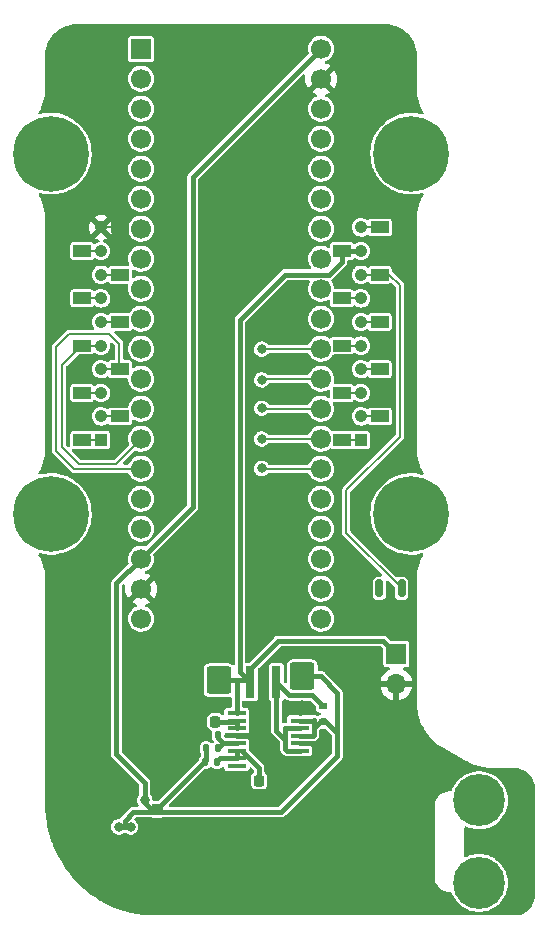
<source format=gbr>
%TF.GenerationSoftware,KiCad,Pcbnew,(6.0.4)*%
%TF.CreationDate,2022-08-11T15:59:35+02:00*%
%TF.ProjectId,STM32_DJI_Gimbal,53544d33-325f-4444-9a49-5f47696d6261,rev?*%
%TF.SameCoordinates,Original*%
%TF.FileFunction,Copper,L1,Top*%
%TF.FilePolarity,Positive*%
%FSLAX46Y46*%
G04 Gerber Fmt 4.6, Leading zero omitted, Abs format (unit mm)*
G04 Created by KiCad (PCBNEW (6.0.4)) date 2022-08-11 15:59:35*
%MOMM*%
%LPD*%
G01*
G04 APERTURE LIST*
G04 Aperture macros list*
%AMRoundRect*
0 Rectangle with rounded corners*
0 $1 Rounding radius*
0 $2 $3 $4 $5 $6 $7 $8 $9 X,Y pos of 4 corners*
0 Add a 4 corners polygon primitive as box body*
4,1,4,$2,$3,$4,$5,$6,$7,$8,$9,$2,$3,0*
0 Add four circle primitives for the rounded corners*
1,1,$1+$1,$2,$3*
1,1,$1+$1,$4,$5*
1,1,$1+$1,$6,$7*
1,1,$1+$1,$8,$9*
0 Add four rect primitives between the rounded corners*
20,1,$1+$1,$2,$3,$4,$5,0*
20,1,$1+$1,$4,$5,$6,$7,0*
20,1,$1+$1,$6,$7,$8,$9,0*
20,1,$1+$1,$8,$9,$2,$3,0*%
G04 Aperture macros list end*
%TA.AperFunction,SMDPad,CuDef*%
%ADD10R,1.600000X0.410000*%
%TD*%
%TA.AperFunction,SMDPad,CuDef*%
%ADD11RoundRect,0.135000X0.135000X0.185000X-0.135000X0.185000X-0.135000X-0.185000X0.135000X-0.185000X0*%
%TD*%
%TA.AperFunction,SMDPad,CuDef*%
%ADD12RoundRect,0.135000X-0.135000X-0.185000X0.135000X-0.185000X0.135000X0.185000X-0.135000X0.185000X0*%
%TD*%
%TA.AperFunction,SMDPad,CuDef*%
%ADD13R,0.800000X2.700000*%
%TD*%
%TA.AperFunction,SMDPad,CuDef*%
%ADD14R,0.700000X0.600000*%
%TD*%
%TA.AperFunction,SMDPad,CuDef*%
%ADD15RoundRect,0.225000X0.250000X-0.225000X0.250000X0.225000X-0.250000X0.225000X-0.250000X-0.225000X0*%
%TD*%
%TA.AperFunction,SMDPad,CuDef*%
%ADD16RoundRect,0.250000X-0.787500X-0.925000X0.787500X-0.925000X0.787500X0.925000X-0.787500X0.925000X0*%
%TD*%
%TA.AperFunction,SMDPad,CuDef*%
%ADD17RoundRect,0.250000X0.787500X0.925000X-0.787500X0.925000X-0.787500X-0.925000X0.787500X-0.925000X0*%
%TD*%
%TA.AperFunction,SMDPad,CuDef*%
%ADD18RoundRect,0.225000X-0.225000X-0.250000X0.225000X-0.250000X0.225000X0.250000X-0.225000X0.250000X0*%
%TD*%
%TA.AperFunction,SMDPad,CuDef*%
%ADD19RoundRect,0.225000X0.225000X0.250000X-0.225000X0.250000X-0.225000X-0.250000X0.225000X-0.250000X0*%
%TD*%
%TA.AperFunction,ComponentPad*%
%ADD20R,1.700000X1.700000*%
%TD*%
%TA.AperFunction,ComponentPad*%
%ADD21O,1.700000X1.700000*%
%TD*%
%TA.AperFunction,ComponentPad*%
%ADD22C,0.800000*%
%TD*%
%TA.AperFunction,ComponentPad*%
%ADD23C,6.400000*%
%TD*%
%TA.AperFunction,ComponentPad*%
%ADD24C,0.700000*%
%TD*%
%TA.AperFunction,ComponentPad*%
%ADD25C,4.400000*%
%TD*%
%TA.AperFunction,ComponentPad*%
%ADD26C,1.700000*%
%TD*%
%TA.AperFunction,SMDPad,CuDef*%
%ADD27R,1.500000X1.000000*%
%TD*%
%TA.AperFunction,ComponentPad*%
%ADD28C,1.050000*%
%TD*%
%TA.AperFunction,SMDPad,CuDef*%
%ADD29C,1.050000*%
%TD*%
%TA.AperFunction,ComponentPad*%
%ADD30R,1.050000X1.050000*%
%TD*%
%TA.AperFunction,SMDPad,CuDef*%
%ADD31RoundRect,0.150000X-0.150000X0.587500X-0.150000X-0.587500X0.150000X-0.587500X0.150000X0.587500X0*%
%TD*%
%TA.AperFunction,ViaPad*%
%ADD32C,0.800000*%
%TD*%
%TA.AperFunction,Conductor*%
%ADD33C,0.400000*%
%TD*%
%TA.AperFunction,Conductor*%
%ADD34C,0.200000*%
%TD*%
G04 APERTURE END LIST*
D10*
%TO.P,U2,16,nONB*%
%TO.N,GND*%
X155808600Y-132115000D03*
%TO.P,U2,15,POUT*%
%TO.N,+5V*%
X155808600Y-132750000D03*
%TO.P,U2,14,LX*%
%TO.N,Net-(D1-Pad2)*%
X155808600Y-133385000D03*
%TO.P,U2,13,POUT*%
%TO.N,+5V*%
X155808600Y-134020000D03*
%TO.P,U2,12,PGND*%
%TO.N,GND*%
X155808600Y-134655000D03*
%TO.P,U2,11,LX*%
%TO.N,Net-(D1-Pad2)*%
X155808600Y-135290000D03*
%TO.P,U2,10,PGND*%
%TO.N,GND*%
X155808600Y-135925000D03*
%TO.P,U2,9,CLK/SEL*%
X155808600Y-136560000D03*
%TO.P,U2,8,A0*%
%TO.N,unconnected-(U2-Pad8)*%
X150500000Y-136560000D03*
%TO.P,U2,7,AIN*%
%TO.N,Net-(C2-Pad1)*%
X150500000Y-135925000D03*
%TO.P,U2,6,OUT*%
X150500000Y-135290000D03*
%TO.P,U2,5,FB*%
%TO.N,Net-(R2-Pad2)*%
X150500000Y-134655000D03*
%TO.P,U2,4,GND*%
%TO.N,GND*%
X150500000Y-134020000D03*
%TO.P,U2,3,REF*%
%TO.N,Net-(C1-Pad1)*%
X150500000Y-133385000D03*
%TO.P,U2,2,ISET*%
X150500000Y-132750000D03*
%TO.P,U2,1,ONA*%
%TO.N,+BATT*%
X150500000Y-132115000D03*
%TD*%
D11*
%TO.P,R3,1*%
%TO.N,Net-(R2-Pad2)*%
X148914300Y-134000000D03*
%TO.P,R3,2*%
%TO.N,GND*%
X147894300Y-134000000D03*
%TD*%
D12*
%TO.P,R2,1*%
%TO.N,+5V*%
X147894300Y-135087500D03*
%TO.P,R2,2*%
%TO.N,Net-(R2-Pad2)*%
X148914300Y-135087500D03*
%TD*%
%TO.P,R1,2*%
%TO.N,Net-(C2-Pad1)*%
X148846000Y-136250000D03*
%TO.P,R1,1*%
%TO.N,+5V*%
X147826000Y-136250000D03*
%TD*%
D13*
%TO.P,L1,1,1*%
%TO.N,+BATT*%
X151650000Y-129500000D03*
%TO.P,L1,2,2*%
%TO.N,Net-(D1-Pad2)*%
X153850000Y-129500000D03*
%TD*%
D14*
%TO.P,D1,1,K*%
%TO.N,+5V*%
X157800000Y-132900000D03*
%TO.P,D1,2,A*%
%TO.N,Net-(D1-Pad2)*%
X157800000Y-131500000D03*
%TD*%
D15*
%TO.P,C5,1*%
%TO.N,+5V*%
X143750000Y-140275000D03*
%TO.P,C5,2*%
%TO.N,GND*%
X143750000Y-138725000D03*
%TD*%
D16*
%TO.P,C4,2*%
%TO.N,GND*%
X160962500Y-129000000D03*
%TO.P,C4,1*%
%TO.N,+5V*%
X156037500Y-129000000D03*
%TD*%
D17*
%TO.P,C3,1*%
%TO.N,+BATT*%
X148962500Y-129337500D03*
%TO.P,C3,2*%
%TO.N,GND*%
X144037500Y-129337500D03*
%TD*%
D18*
%TO.P,C2,1*%
%TO.N,Net-(C2-Pad1)*%
X152379300Y-137837500D03*
%TO.P,C2,2*%
%TO.N,GND*%
X153929300Y-137837500D03*
%TD*%
D19*
%TO.P,C1,1*%
%TO.N,Net-(C1-Pad1)*%
X148679300Y-132837500D03*
%TO.P,C1,2*%
%TO.N,GND*%
X147129300Y-132837500D03*
%TD*%
D20*
%TO.P,J2,1,Pin_1*%
%TO.N,+BATT*%
X164000000Y-127125000D03*
D21*
%TO.P,J2,2,Pin_2*%
%TO.N,GND*%
X164000000Y-129665000D03*
%TD*%
D22*
%TO.P,H6,1*%
%TO.N,N/C*%
X165250000Y-82350000D03*
X166947056Y-86447056D03*
X166947056Y-83052944D03*
X167650000Y-84750000D03*
D23*
X165250000Y-84750000D03*
D22*
X165250000Y-87150000D03*
X163552944Y-83052944D03*
X163552944Y-86447056D03*
X162850000Y-84750000D03*
%TD*%
%TO.P,H5,1*%
%TO.N,N/C*%
X165250000Y-112850000D03*
X166947056Y-116947056D03*
X166947056Y-113552944D03*
X167650000Y-115250000D03*
D23*
X165250000Y-115250000D03*
D22*
X165250000Y-117650000D03*
X163552944Y-113552944D03*
X163552944Y-116947056D03*
X162850000Y-115250000D03*
%TD*%
D24*
%TO.P,H4,1*%
%TO.N,N/C*%
X172166726Y-147666726D03*
X171000000Y-144850000D03*
X169833274Y-145333274D03*
X169350000Y-146500000D03*
X172166726Y-145333274D03*
X169833274Y-147666726D03*
X171000000Y-148150000D03*
D25*
X171000000Y-146500000D03*
D24*
X172650000Y-146500000D03*
%TD*%
%TO.P,H3,1*%
%TO.N,N/C*%
X172166726Y-140666726D03*
X171000000Y-137850000D03*
X169833274Y-138333274D03*
X169350000Y-139500000D03*
X172166726Y-138333274D03*
X169833274Y-140666726D03*
X171000000Y-141150000D03*
D25*
X171000000Y-139500000D03*
D24*
X172650000Y-139500000D03*
%TD*%
D22*
%TO.P,H2,1*%
%TO.N,N/C*%
X134750000Y-112850000D03*
X136447056Y-116947056D03*
X136447056Y-113552944D03*
X137150000Y-115250000D03*
D23*
X134750000Y-115250000D03*
D22*
X134750000Y-117650000D03*
X133052944Y-113552944D03*
X133052944Y-116947056D03*
X132350000Y-115250000D03*
%TD*%
%TO.P,H1,1*%
%TO.N,N/C*%
X134750000Y-82350000D03*
X136447056Y-86447056D03*
X136447056Y-83052944D03*
X137150000Y-84750000D03*
D23*
X134750000Y-84750000D03*
D22*
X134750000Y-87150000D03*
X133052944Y-83052944D03*
X133052944Y-86447056D03*
X132350000Y-84750000D03*
%TD*%
D20*
%TO.P,U1,1,PB12*%
%TO.N,/M1_Fault*%
X142380000Y-75870000D03*
D26*
%TO.P,U1,2,PB13*%
%TO.N,/M1_PWM1*%
X142380000Y-78410000D03*
%TO.P,U1,3,PB14*%
%TO.N,/M1_PWM2*%
X142380000Y-80950000D03*
%TO.P,U1,4,PB15*%
%TO.N,/M1_PWM3*%
X142380000Y-83490000D03*
%TO.P,U1,5,PA8*%
%TO.N,unconnected-(U1-Pad5)*%
X142380000Y-86030000D03*
%TO.P,U1,6,PA9*%
%TO.N,unconnected-(U1-Pad6)*%
X142380000Y-88570000D03*
%TO.P,U1,7,PA10*%
%TO.N,unconnected-(U1-Pad7)*%
X142380000Y-91110000D03*
%TO.P,U1,8,PA11*%
%TO.N,unconnected-(U1-Pad8)*%
X142380000Y-93650000D03*
%TO.P,U1,9,PA12*%
%TO.N,unconnected-(U1-Pad9)*%
X142380000Y-96190000D03*
%TO.P,U1,10,PA15*%
%TO.N,unconnected-(U1-Pad10)*%
X142380000Y-98730000D03*
%TO.P,U1,11,PB3*%
%TO.N,unconnected-(U1-Pad11)*%
X142380000Y-101270000D03*
%TO.P,U1,12,PB4*%
%TO.N,unconnected-(U1-Pad12)*%
X142380000Y-103810000D03*
%TO.P,U1,13,PB5*%
%TO.N,/M2_PWM3*%
X142380000Y-106350000D03*
%TO.P,U1,14,PB6*%
%TO.N,/SCL*%
X142380000Y-108890000D03*
%TO.P,U1,15,PB7*%
%TO.N,/SDA*%
X142380000Y-111430000D03*
%TO.P,U1,16,PB8*%
%TO.N,/M2_PWM2*%
X142380000Y-113970000D03*
%TO.P,U1,17,PB9*%
%TO.N,/M2_PWM1*%
X142380000Y-116510000D03*
%TO.P,U1,18,5V*%
%TO.N,+5V*%
X142380000Y-119050000D03*
%TO.P,U1,19,GND*%
%TO.N,GND*%
X142380000Y-121590000D03*
%TO.P,U1,20,3V3*%
%TO.N,+3V3*%
X142380000Y-124130000D03*
%TO.P,U1,21,VBat*%
%TO.N,unconnected-(U1-Pad21)*%
X157620000Y-124130000D03*
%TO.P,U1,22,PC13*%
%TO.N,unconnected-(U1-Pad22)*%
X157620000Y-121590000D03*
%TO.P,U1,23,PC14*%
%TO.N,unconnected-(U1-Pad23)*%
X157620000Y-119050000D03*
%TO.P,U1,24,PC15*%
%TO.N,unconnected-(U1-Pad24)*%
X157620000Y-116510000D03*
%TO.P,U1,25,RES*%
%TO.N,unconnected-(U1-Pad25)*%
X157620000Y-113970000D03*
%TO.P,U1,26,PA0*%
%TO.N,/M3_Fault*%
X157620000Y-111430000D03*
%TO.P,U1,27,PA1*%
%TO.N,/M3_Hall2*%
X157620000Y-108890000D03*
%TO.P,U1,28,PA2*%
%TO.N,/M3_Hall1*%
X157620000Y-106350000D03*
%TO.P,U1,29,PA3*%
%TO.N,/M2_Hall2*%
X157620000Y-103810000D03*
%TO.P,U1,30,PA4*%
%TO.N,/M2_Hall1*%
X157620000Y-101270000D03*
%TO.P,U1,31,PA5*%
%TO.N,/M3_PWM1*%
X157620000Y-98730000D03*
%TO.P,U1,32,PA6*%
%TO.N,/M3_PWM2*%
X157620000Y-96190000D03*
%TO.P,U1,33,PA7*%
%TO.N,/M3_PWM3*%
X157620000Y-93650000D03*
%TO.P,U1,34,PB0*%
%TO.N,/M1_Hall2*%
X157620000Y-91110000D03*
%TO.P,U1,35,PB1*%
%TO.N,/M1_Hall1*%
X157620000Y-88570000D03*
%TO.P,U1,36,PB2*%
%TO.N,unconnected-(U1-Pad36)*%
X157620000Y-86030000D03*
%TO.P,U1,37,PB10*%
%TO.N,/M2_Fault*%
X157620000Y-83490000D03*
%TO.P,U1,38,3V3*%
%TO.N,unconnected-(U1-Pad38)*%
X157620000Y-80950000D03*
%TO.P,U1,39,GND*%
%TO.N,GND*%
X157620000Y-78410000D03*
%TO.P,U1,40,5V*%
%TO.N,+5V*%
X157620000Y-75870000D03*
%TD*%
D27*
%TO.P,P2,10,VUSB*%
%TO.N,unconnected-(P2-Pad10)*%
X162600000Y-91000000D03*
D28*
X161000000Y-91000000D03*
D29*
X161000000Y-91000000D03*
%TO.P,P2,9,VCOM*%
%TO.N,+BATT*%
X161000000Y-93000000D03*
D27*
X159400000Y-93000000D03*
D28*
X161000000Y-93000000D03*
D27*
%TO.P,P2,8,OW*%
%TO.N,/ow*%
X162600000Y-95000000D03*
D28*
X161000000Y-95000000D03*
D29*
X161000000Y-95000000D03*
%TO.P,P2,7,WKUP*%
%TO.N,unconnected-(P2-Pad7)*%
X161000000Y-97000000D03*
D27*
X159400000Y-97000000D03*
D28*
X161000000Y-97000000D03*
%TO.P,P2,6,N_IO_1*%
%TO.N,unconnected-(P2-Pad6)*%
X161000000Y-99000000D03*
D27*
X162600000Y-99000000D03*
D29*
X161000000Y-99000000D03*
%TO.P,P2,5,MOSI*%
%TO.N,unconnected-(P2-Pad5)*%
X161000000Y-101000000D03*
D27*
X159400000Y-101000000D03*
D28*
X161000000Y-101000000D03*
D29*
%TO.P,P2,4,MISO*%
%TO.N,unconnected-(P2-Pad4)*%
X161000000Y-103000000D03*
D28*
X161000000Y-103000000D03*
D27*
X162600000Y-103000000D03*
D29*
%TO.P,P2,3,SCK*%
%TO.N,unconnected-(P2-Pad3)*%
X161000000Y-105000000D03*
D28*
X161000000Y-105000000D03*
D27*
X159400000Y-105000000D03*
D29*
%TO.P,P2,2,RX2*%
%TO.N,unconnected-(P2-Pad2)*%
X161000000Y-107000000D03*
D27*
X162600000Y-107000000D03*
D28*
X161000000Y-107000000D03*
D27*
%TO.P,P2,1,TX2*%
%TO.N,unconnected-(P2-Pad1)*%
X159400000Y-109000000D03*
D30*
X161000000Y-109000000D03*
D29*
X161000000Y-109000000D03*
%TD*%
D27*
%TO.P,P1,1,VCC*%
%TO.N,+3V0*%
X137400000Y-109000000D03*
D29*
X139000000Y-109000000D03*
D30*
X139000000Y-109000000D03*
D27*
%TO.P,P1,2,RX1*%
%TO.N,unconnected-(P1-Pad2)*%
X140600000Y-107000000D03*
D28*
X139000000Y-107000000D03*
D29*
X139000000Y-107000000D03*
D27*
%TO.P,P1,3,TX1*%
%TO.N,unconnected-(P1-Pad3)*%
X137400000Y-105000000D03*
D28*
X139000000Y-105000000D03*
D29*
X139000000Y-105000000D03*
%TO.P,P1,4,SDA*%
%TO.N,/SDA*%
X139000000Y-103000000D03*
D28*
X139000000Y-103000000D03*
D27*
X140600000Y-103000000D03*
D28*
%TO.P,P1,5,SCL*%
%TO.N,/SCL*%
X139000000Y-101000000D03*
D29*
X139000000Y-101000000D03*
D27*
X137400000Y-101000000D03*
D28*
%TO.P,P1,6,IO_1*%
%TO.N,unconnected-(P1-Pad6)*%
X139000000Y-99000000D03*
D29*
X139000000Y-99000000D03*
D27*
X140600000Y-99000000D03*
%TO.P,P1,7,IO_2*%
%TO.N,unconnected-(P1-Pad7)*%
X137400000Y-97000000D03*
D28*
X139000000Y-97000000D03*
D29*
X139000000Y-97000000D03*
%TO.P,P1,8,IO_3*%
%TO.N,unconnected-(P1-Pad8)*%
X139000000Y-95000000D03*
D27*
X140600000Y-95000000D03*
D28*
X139000000Y-95000000D03*
D29*
%TO.P,P1,9,IO_4*%
%TO.N,unconnected-(P1-Pad9)*%
X139000000Y-93000000D03*
D27*
X137400000Y-93000000D03*
D28*
X139000000Y-93000000D03*
%TO.P,P1,10,GND*%
%TO.N,GND*%
X139000000Y-91000000D03*
D29*
X139000000Y-91000000D03*
D27*
X140600000Y-91000000D03*
%TD*%
D31*
%TO.P,IC1,1,IO*%
%TO.N,/ow*%
X164450000Y-121562500D03*
%TO.P,IC1,2,N.C*%
%TO.N,unconnected-(IC1-Pad2)*%
X162550000Y-121562500D03*
%TO.P,IC1,3,GND*%
%TO.N,GND*%
X163500000Y-123437500D03*
%TD*%
D32*
%TO.N,GND*%
X156000000Y-131400000D03*
X150600000Y-96800000D03*
X152600000Y-99200000D03*
X156000000Y-105200000D03*
X156000000Y-102600000D03*
X152750000Y-129000000D03*
X175000000Y-143000000D03*
X174500000Y-148000000D03*
X174500000Y-138000000D03*
X142240000Y-127762000D03*
X142240000Y-130810000D03*
X148336000Y-126746000D03*
X151384000Y-88392000D03*
X163830000Y-75438000D03*
X138684000Y-112776000D03*
X147066000Y-131318000D03*
X161000000Y-140000000D03*
X157000000Y-139750000D03*
X157750000Y-135750000D03*
X152500000Y-134250000D03*
%TO.N,+5V*%
X141500000Y-141750000D03*
X140500000Y-141750000D03*
%TO.N,GND*%
X149098000Y-141986000D03*
X139500000Y-139100000D03*
X141000000Y-139000000D03*
%TO.N,+5V*%
X142700000Y-139500000D03*
%TO.N,/M3_Hall1*%
X152600000Y-106300000D03*
%TO.N,/M3_Hall2*%
X152600000Y-108900000D03*
%TO.N,/M3_Fault*%
X152600000Y-111400000D03*
%TO.N,/M2_Hall2*%
X152600000Y-103900000D03*
%TO.N,/M2_Hall1*%
X152600000Y-101300000D03*
%TO.N,GND*%
X165300000Y-141400000D03*
X145050000Y-88650000D03*
X145050000Y-107150000D03*
X149000000Y-138600000D03*
X144200000Y-134000000D03*
X154300000Y-74900000D03*
X146300000Y-74900000D03*
X135300000Y-89900000D03*
X165300000Y-134900000D03*
X160000000Y-124200000D03*
X164300000Y-119900000D03*
X164300000Y-110900000D03*
X164300000Y-88900000D03*
X135300000Y-77900000D03*
X135300000Y-97900000D03*
X135300000Y-122900000D03*
X135400000Y-133600000D03*
X142800000Y-148500000D03*
X155300000Y-148500000D03*
X165300000Y-148500000D03*
%TD*%
D33*
%TO.N,Net-(D1-Pad2)*%
X154950000Y-130600000D02*
X156900000Y-130600000D01*
X153850000Y-129500000D02*
X154950000Y-130600000D01*
X156900000Y-130600000D02*
X157800000Y-131500000D01*
X153850000Y-133600000D02*
X153850000Y-129500000D01*
X154609089Y-134359089D02*
X153850000Y-133600000D01*
%TO.N,GND*%
X155808600Y-131591400D02*
X156000000Y-131400000D01*
X155808600Y-132115000D02*
X155808600Y-131591400D01*
%TO.N,+5V*%
X157700000Y-132700000D02*
X157912500Y-132700000D01*
X157912500Y-132700000D02*
X159000000Y-133787500D01*
X157008111Y-133508111D02*
X157008111Y-133391889D01*
X157008111Y-133391889D02*
X157700000Y-132700000D01*
X156037500Y-129000000D02*
X157600000Y-129000000D01*
X157600000Y-129000000D02*
X159000000Y-130400000D01*
X159000000Y-130400000D02*
X159000000Y-133787500D01*
%TO.N,+BATT*%
X154000000Y-126000000D02*
X151800000Y-128200000D01*
X162875000Y-126000000D02*
X154000000Y-126000000D01*
X164000000Y-127125000D02*
X162875000Y-126000000D01*
D34*
%TO.N,/ow*%
X159766000Y-116878500D02*
X164450000Y-121562500D01*
X164300000Y-108700000D02*
X159766000Y-113234000D01*
X162600000Y-95000000D02*
X163400000Y-95000000D01*
X164300000Y-95900000D02*
X164300000Y-108700000D01*
X163400000Y-95000000D02*
X164300000Y-95900000D01*
X159766000Y-113234000D02*
X159766000Y-116878500D01*
D33*
%TO.N,+5V*%
X141732000Y-140500000D02*
X141000000Y-141232000D01*
X143490000Y-140500000D02*
X141732000Y-140500000D01*
X141000000Y-141232000D02*
X141000000Y-141750000D01*
X159000000Y-135750000D02*
X159000000Y-133787500D01*
X154250000Y-140500000D02*
X159000000Y-135750000D01*
X143490000Y-140500000D02*
X154250000Y-140500000D01*
X146750000Y-86740000D02*
X157620000Y-75870000D01*
X146750000Y-114680000D02*
X146750000Y-86740000D01*
X142380000Y-119050000D02*
X146750000Y-114680000D01*
X142700000Y-138000000D02*
X142700000Y-139500000D01*
X140300000Y-121130000D02*
X140300000Y-135600000D01*
X142380000Y-119050000D02*
X140300000Y-121130000D01*
X142700000Y-139710000D02*
X142700000Y-139500000D01*
X143490000Y-140500000D02*
X142700000Y-139710000D01*
X140300000Y-135600000D02*
X142700000Y-138000000D01*
%TO.N,+BATT*%
X159400000Y-93900000D02*
X159400000Y-93000000D01*
X154583145Y-94990489D02*
X158309511Y-94990489D01*
X150750000Y-98823634D02*
X154583145Y-94990489D01*
X150750000Y-128600000D02*
X150750000Y-98823634D01*
X151650000Y-129500000D02*
X150750000Y-128600000D01*
X158309511Y-94990489D02*
X159400000Y-93900000D01*
%TO.N,GND*%
X157575000Y-135925000D02*
X157750000Y-135750000D01*
X155808600Y-135925000D02*
X157575000Y-135925000D01*
X157750000Y-135396400D02*
X157750000Y-135750000D01*
X157008600Y-134655000D02*
X157750000Y-135396400D01*
X155808600Y-134655000D02*
X157008600Y-134655000D01*
X152270000Y-134020000D02*
X152500000Y-134250000D01*
X150500000Y-134020000D02*
X152270000Y-134020000D01*
%TO.N,+BATT*%
X150500000Y-132115000D02*
X150500000Y-129500000D01*
X150500000Y-129500000D02*
X150662500Y-129337500D01*
X150662500Y-129337500D02*
X151487500Y-129337500D01*
X148962500Y-129337500D02*
X150662500Y-129337500D01*
%TO.N,+5V*%
X143490000Y-140500000D02*
X147740000Y-136250000D01*
X140500000Y-141750000D02*
X141000000Y-141750000D01*
X141000000Y-141750000D02*
X141500000Y-141750000D01*
X157008111Y-133508111D02*
X157008111Y-132741889D01*
X157008111Y-133989511D02*
X157008111Y-133508111D01*
%TO.N,Net-(C2-Pad1)*%
X149085000Y-135925000D02*
X150500000Y-135925000D01*
X148760000Y-136250000D02*
X149085000Y-135925000D01*
%TO.N,Net-(R2-Pad2)*%
X148914300Y-134222500D02*
X149346800Y-134655000D01*
X148914300Y-134000000D02*
X148914300Y-134222500D01*
X149346800Y-134655000D02*
X150500000Y-134655000D01*
X148914300Y-135087500D02*
X149346800Y-134655000D01*
%TO.N,+5V*%
X147894300Y-136095700D02*
X147740000Y-136250000D01*
X147894300Y-135087500D02*
X147894300Y-136095700D01*
%TO.N,Net-(C2-Pad1)*%
X150500000Y-135925000D02*
X150500000Y-135290000D01*
X152379300Y-137837500D02*
X152379300Y-136735278D01*
X152379300Y-136735278D02*
X150934022Y-135290000D01*
%TO.N,+5V*%
X155808600Y-132750000D02*
X157000000Y-132750000D01*
X157000000Y-132750000D02*
X157008111Y-132741889D01*
X156977622Y-134020000D02*
X157008111Y-133989511D01*
X155808600Y-134020000D02*
X156977622Y-134020000D01*
%TO.N,Net-(D1-Pad2)*%
X154609089Y-134359089D02*
X154609089Y-135159511D01*
X154609089Y-133415489D02*
X154609089Y-134359089D01*
X154609089Y-135159511D02*
X154739578Y-135290000D01*
X154639578Y-133385000D02*
X154609089Y-133415489D01*
X154739578Y-135290000D02*
X155808600Y-135290000D01*
X155808600Y-133385000D02*
X154639578Y-133385000D01*
%TO.N,Net-(C1-Pad1)*%
X150500000Y-133385000D02*
X150500000Y-132750000D01*
X150412500Y-132837500D02*
X150500000Y-132750000D01*
X148679300Y-132837500D02*
X150412500Y-132837500D01*
%TO.N,+BATT*%
X161000000Y-93000000D02*
X159400000Y-93000000D01*
D34*
%TO.N,/M3_Fault*%
X157620000Y-111430000D02*
X152630000Y-111430000D01*
X152630000Y-111430000D02*
X152600000Y-111400000D01*
%TO.N,/M3_Hall2*%
X157620000Y-108890000D02*
X152610000Y-108890000D01*
X152610000Y-108890000D02*
X152600000Y-108900000D01*
%TO.N,/M3_Hall1*%
X152650000Y-106350000D02*
X152600000Y-106300000D01*
X157620000Y-106350000D02*
X152650000Y-106350000D01*
%TO.N,/M2_Hall2*%
X157620000Y-103810000D02*
X152690000Y-103810000D01*
X152690000Y-103810000D02*
X152600000Y-103900000D01*
%TO.N,/M2_Hall1*%
X152630000Y-101270000D02*
X152600000Y-101300000D01*
X157620000Y-101270000D02*
X152630000Y-101270000D01*
%TO.N,unconnected-(P2-Pad10)*%
X161000000Y-91000000D02*
X162600000Y-91000000D01*
%TO.N,unconnected-(P2-Pad1)*%
X161000000Y-109000000D02*
X159400000Y-109000000D01*
%TO.N,unconnected-(P2-Pad2)*%
X161000000Y-107000000D02*
X162600000Y-107000000D01*
%TO.N,unconnected-(P2-Pad3)*%
X161000000Y-105000000D02*
X159400000Y-105000000D01*
%TO.N,unconnected-(P2-Pad4)*%
X162600000Y-103000000D02*
X161000000Y-103000000D01*
%TO.N,unconnected-(P2-Pad5)*%
X159400000Y-101000000D02*
X161000000Y-101000000D01*
%TO.N,unconnected-(P2-Pad6)*%
X161000000Y-99000000D02*
X162600000Y-99000000D01*
%TO.N,unconnected-(P2-Pad7)*%
X159400000Y-97000000D02*
X161000000Y-97000000D01*
%TO.N,/ow*%
X162600000Y-95000000D02*
X161000000Y-95000000D01*
%TO.N,GND*%
X138940000Y-91000000D02*
X140540000Y-91000000D01*
%TO.N,unconnected-(P1-Pad9)*%
X137340000Y-93000000D02*
X138940000Y-93000000D01*
%TO.N,unconnected-(P1-Pad8)*%
X140540000Y-95000000D02*
X138940000Y-95000000D01*
%TO.N,unconnected-(P1-Pad7)*%
X137340000Y-97000000D02*
X138940000Y-97000000D01*
%TO.N,unconnected-(P1-Pad6)*%
X140540000Y-99000000D02*
X138940000Y-99000000D01*
%TO.N,/SDA*%
X135200000Y-109900000D02*
X135200000Y-101100000D01*
X142380000Y-111430000D02*
X136730000Y-111430000D01*
X140540000Y-100840000D02*
X140540000Y-103000000D01*
X140540000Y-103000000D02*
X138940000Y-103000000D01*
X136730000Y-111430000D02*
X135200000Y-109900000D01*
X135200000Y-101100000D02*
X136300000Y-100000000D01*
X136300000Y-100000000D02*
X139700000Y-100000000D01*
X139700000Y-100000000D02*
X140540000Y-100840000D01*
%TO.N,/SCL*%
X137340000Y-101000000D02*
X138940000Y-101000000D01*
X140270000Y-111000000D02*
X137100000Y-111000000D01*
X137100000Y-111000000D02*
X135700000Y-109600000D01*
X135700000Y-102640000D02*
X137340000Y-101000000D01*
X142380000Y-108890000D02*
X140270000Y-111000000D01*
X135700000Y-109600000D02*
X135700000Y-102640000D01*
%TO.N,unconnected-(P1-Pad3)*%
X137340000Y-105000000D02*
X138940000Y-105000000D01*
%TO.N,unconnected-(P1-Pad2)*%
X140540000Y-107000000D02*
X138940000Y-107000000D01*
%TO.N,+3V0*%
X138940000Y-109000000D02*
X137340000Y-109000000D01*
%TD*%
%TA.AperFunction,Conductor*%
%TO.N,GND*%
G36*
X162987306Y-73752883D02*
G01*
X163000000Y-73755408D01*
X163011978Y-73753026D01*
X163024191Y-73753026D01*
X163024191Y-73753219D01*
X163034950Y-73752463D01*
X163129045Y-73757747D01*
X163300894Y-73767398D01*
X163314712Y-73768955D01*
X163604953Y-73818269D01*
X163618510Y-73821363D01*
X163901413Y-73902866D01*
X163914538Y-73907459D01*
X164186528Y-74020121D01*
X164199056Y-74026154D01*
X164298461Y-74081093D01*
X164456732Y-74168566D01*
X164468495Y-74175957D01*
X164645059Y-74301236D01*
X164708605Y-74346324D01*
X164719477Y-74354995D01*
X164938997Y-74551171D01*
X164948829Y-74561003D01*
X165145005Y-74780523D01*
X165153676Y-74791395D01*
X165168586Y-74812408D01*
X165302698Y-75001421D01*
X165324039Y-75031499D01*
X165331437Y-75043273D01*
X165473846Y-75300944D01*
X165479879Y-75313472D01*
X165592541Y-75585462D01*
X165597134Y-75598587D01*
X165676382Y-75873661D01*
X165678637Y-75881490D01*
X165681731Y-75895047D01*
X165731045Y-76185288D01*
X165732602Y-76199106D01*
X165747537Y-76465048D01*
X165746781Y-76475809D01*
X165746974Y-76475809D01*
X165746974Y-76488022D01*
X165744592Y-76500000D01*
X165746975Y-76511979D01*
X165747117Y-76512694D01*
X165749500Y-76536885D01*
X165749500Y-79403926D01*
X165747117Y-79428117D01*
X165744592Y-79440811D01*
X165746192Y-79448853D01*
X165746544Y-79456214D01*
X165746740Y-79460307D01*
X165760662Y-79751386D01*
X165780717Y-79890298D01*
X165804620Y-80055862D01*
X165805091Y-80059125D01*
X165805789Y-80061992D01*
X165805791Y-80062000D01*
X165876705Y-80353088D01*
X165878686Y-80361219D01*
X165980777Y-80654911D01*
X166110432Y-80937519D01*
X166151232Y-81007842D01*
X166264102Y-81202387D01*
X166266466Y-81206462D01*
X166268192Y-81208873D01*
X166277572Y-81221976D01*
X166300589Y-81287945D01*
X166284287Y-81355886D01*
X166233840Y-81404228D01*
X166165267Y-81417623D01*
X166149907Y-81415216D01*
X165882284Y-81355886D01*
X165814384Y-81340833D01*
X165660265Y-81323818D01*
X165446223Y-81300187D01*
X165446215Y-81300187D01*
X165442895Y-81299820D01*
X165439553Y-81299814D01*
X165439550Y-81299814D01*
X165248957Y-81299482D01*
X165069150Y-81299168D01*
X165065822Y-81299524D01*
X165065816Y-81299524D01*
X164700848Y-81338528D01*
X164700842Y-81338529D01*
X164697520Y-81338884D01*
X164564780Y-81367826D01*
X164335631Y-81417788D01*
X164335626Y-81417789D01*
X164332353Y-81418503D01*
X163977921Y-81537094D01*
X163638369Y-81693270D01*
X163635487Y-81694995D01*
X163635481Y-81694998D01*
X163364452Y-81857206D01*
X163317671Y-81885204D01*
X163019577Y-82110651D01*
X163017139Y-82112949D01*
X163017136Y-82112951D01*
X163008859Y-82120751D01*
X162747575Y-82366973D01*
X162727191Y-82390839D01*
X162537299Y-82613174D01*
X162504846Y-82651171D01*
X162294231Y-82959922D01*
X162118192Y-83289614D01*
X161978789Y-83636389D01*
X161977883Y-83639611D01*
X161977882Y-83639615D01*
X161947415Y-83748007D01*
X161877653Y-83996191D01*
X161877099Y-83999499D01*
X161877099Y-83999501D01*
X161818628Y-84348913D01*
X161815967Y-84364812D01*
X161814099Y-84397206D01*
X161803215Y-84585983D01*
X161794453Y-84737938D01*
X161813362Y-85111205D01*
X161872473Y-85480247D01*
X161873361Y-85483493D01*
X161967769Y-85828591D01*
X161971094Y-85840747D01*
X161972325Y-85843871D01*
X162093250Y-86150856D01*
X162108073Y-86188487D01*
X162109631Y-86191455D01*
X162109634Y-86191461D01*
X162260909Y-86479597D01*
X162281806Y-86519399D01*
X162283671Y-86522175D01*
X162283672Y-86522176D01*
X162480534Y-86815137D01*
X162490261Y-86829613D01*
X162514500Y-86858398D01*
X162703108Y-87082377D01*
X162730999Y-87115499D01*
X162733419Y-87117812D01*
X162733425Y-87117818D01*
X162760865Y-87144040D01*
X163001205Y-87373714D01*
X163297718Y-87601236D01*
X163617069Y-87795404D01*
X163620105Y-87796826D01*
X163620114Y-87796831D01*
X163952474Y-87952520D01*
X163952479Y-87952522D01*
X163955521Y-87953947D01*
X164083100Y-87997627D01*
X164305947Y-88073925D01*
X164305953Y-88073927D01*
X164309117Y-88075010D01*
X164491418Y-88116093D01*
X164670443Y-88156438D01*
X164670448Y-88156439D01*
X164673719Y-88157176D01*
X164677048Y-88157555D01*
X164677052Y-88157556D01*
X164914233Y-88184580D01*
X165045063Y-88199486D01*
X165048416Y-88199504D01*
X165048423Y-88199504D01*
X165230759Y-88200458D01*
X165418804Y-88201443D01*
X165422141Y-88201098D01*
X165422144Y-88201098D01*
X165541060Y-88188809D01*
X165790570Y-88163024D01*
X165793840Y-88162323D01*
X165793846Y-88162322D01*
X166149741Y-88086025D01*
X166219418Y-88091219D01*
X166275225Y-88133259D01*
X166299444Y-88198797D01*
X166284386Y-88267025D01*
X166276568Y-88279439D01*
X166266472Y-88293542D01*
X166264990Y-88296096D01*
X166264987Y-88296101D01*
X166236120Y-88345857D01*
X166110438Y-88562485D01*
X166109212Y-88565157D01*
X166109208Y-88565165D01*
X166062579Y-88666803D01*
X165980784Y-88845092D01*
X165878693Y-89138783D01*
X165877989Y-89141672D01*
X165877988Y-89141676D01*
X165805798Y-89438000D01*
X165805097Y-89440876D01*
X165804677Y-89443787D01*
X165804675Y-89443796D01*
X165799328Y-89480837D01*
X165760669Y-89748615D01*
X165746201Y-90051101D01*
X165744592Y-90059189D01*
X165746975Y-90071169D01*
X165747117Y-90071883D01*
X165749500Y-90096074D01*
X165749500Y-109903926D01*
X165747117Y-109928117D01*
X165744592Y-109940811D01*
X165746192Y-109948853D01*
X165746544Y-109956214D01*
X165746949Y-109964678D01*
X165760662Y-110251386D01*
X165771890Y-110329155D01*
X165804232Y-110553174D01*
X165805091Y-110559125D01*
X165805789Y-110561992D01*
X165805791Y-110562000D01*
X165877981Y-110858324D01*
X165878686Y-110861219D01*
X165980777Y-111154911D01*
X166110432Y-111437519D01*
X166141726Y-111491458D01*
X166264862Y-111703697D01*
X166266466Y-111706462D01*
X166268192Y-111708873D01*
X166277572Y-111721976D01*
X166300589Y-111787945D01*
X166284287Y-111855886D01*
X166233840Y-111904228D01*
X166165267Y-111917623D01*
X166149907Y-111915216D01*
X165882284Y-111855886D01*
X165814384Y-111840833D01*
X165643481Y-111821965D01*
X165446223Y-111800187D01*
X165446215Y-111800187D01*
X165442895Y-111799820D01*
X165439553Y-111799814D01*
X165439550Y-111799814D01*
X165248957Y-111799482D01*
X165069150Y-111799168D01*
X165065822Y-111799524D01*
X165065816Y-111799524D01*
X164700848Y-111838528D01*
X164700842Y-111838529D01*
X164697520Y-111838884D01*
X164488347Y-111884491D01*
X164335631Y-111917788D01*
X164335626Y-111917789D01*
X164332353Y-111918503D01*
X163977921Y-112037094D01*
X163638369Y-112193270D01*
X163635487Y-112194995D01*
X163635481Y-112194998D01*
X163320553Y-112383479D01*
X163317671Y-112385204D01*
X163019577Y-112610651D01*
X163017139Y-112612949D01*
X163017136Y-112612951D01*
X163008859Y-112620751D01*
X162747575Y-112866973D01*
X162745398Y-112869522D01*
X162529040Y-113122844D01*
X162504846Y-113151171D01*
X162502960Y-113153936D01*
X162502956Y-113153941D01*
X162443236Y-113241488D01*
X162294231Y-113459922D01*
X162118192Y-113789614D01*
X161978789Y-114136389D01*
X161977883Y-114139611D01*
X161977882Y-114139615D01*
X161892876Y-114442035D01*
X161877653Y-114496191D01*
X161877099Y-114499499D01*
X161877099Y-114499501D01*
X161821446Y-114832073D01*
X161815967Y-114864812D01*
X161794453Y-115237938D01*
X161813362Y-115611205D01*
X161872473Y-115980247D01*
X161873361Y-115983493D01*
X161910542Y-116119403D01*
X161971094Y-116340747D01*
X162036331Y-116506359D01*
X162105870Y-116682894D01*
X162108073Y-116688487D01*
X162109631Y-116691455D01*
X162109634Y-116691461D01*
X162268696Y-116994429D01*
X162281806Y-117019399D01*
X162283671Y-117022175D01*
X162283672Y-117022176D01*
X162464654Y-117291505D01*
X162490261Y-117329613D01*
X162514500Y-117358398D01*
X162728798Y-117612885D01*
X162730999Y-117615499D01*
X162733419Y-117617812D01*
X162733425Y-117617818D01*
X162760865Y-117644040D01*
X163001205Y-117873714D01*
X163297718Y-118101236D01*
X163617069Y-118295404D01*
X163620105Y-118296826D01*
X163620114Y-118296831D01*
X163952474Y-118452520D01*
X163952479Y-118452522D01*
X163955521Y-118453947D01*
X164145371Y-118518947D01*
X164305947Y-118573925D01*
X164305953Y-118573927D01*
X164309117Y-118575010D01*
X164436000Y-118603604D01*
X164670443Y-118656438D01*
X164670448Y-118656439D01*
X164673719Y-118657176D01*
X164677048Y-118657555D01*
X164677052Y-118657556D01*
X164914233Y-118684580D01*
X165045063Y-118699486D01*
X165048416Y-118699504D01*
X165048423Y-118699504D01*
X165230759Y-118700458D01*
X165418804Y-118701443D01*
X165422141Y-118701098D01*
X165422144Y-118701098D01*
X165541060Y-118688809D01*
X165790570Y-118663024D01*
X165793840Y-118662323D01*
X165793846Y-118662322D01*
X166149741Y-118586025D01*
X166219418Y-118591219D01*
X166275225Y-118633259D01*
X166299444Y-118698797D01*
X166284386Y-118767025D01*
X166276568Y-118779439D01*
X166266472Y-118793542D01*
X166264990Y-118796096D01*
X166264987Y-118796101D01*
X166237709Y-118843118D01*
X166110438Y-119062485D01*
X165980784Y-119345092D01*
X165878693Y-119638783D01*
X165877989Y-119641672D01*
X165877988Y-119641676D01*
X165805798Y-119938000D01*
X165805097Y-119940876D01*
X165804677Y-119943787D01*
X165804675Y-119943796D01*
X165788349Y-120056886D01*
X165760669Y-120248615D01*
X165746201Y-120551101D01*
X165744592Y-120559189D01*
X165746975Y-120571169D01*
X165747117Y-120571883D01*
X165749500Y-120596074D01*
X165749500Y-131266960D01*
X165747117Y-131291150D01*
X165744592Y-131303845D01*
X165745687Y-131309352D01*
X165746057Y-131317834D01*
X165746057Y-131317835D01*
X165754021Y-131500284D01*
X165761633Y-131674655D01*
X165761987Y-131677342D01*
X165761987Y-131677345D01*
X165767947Y-131722615D01*
X165810076Y-132042643D01*
X165810661Y-132045280D01*
X165810662Y-132045288D01*
X165836763Y-132163026D01*
X165890407Y-132405009D01*
X165891219Y-132407583D01*
X165891221Y-132407592D01*
X165983384Y-132699897D01*
X166002017Y-132758994D01*
X166003055Y-132761500D01*
X166119783Y-133043308D01*
X166144054Y-133101905D01*
X166145307Y-133104312D01*
X166309708Y-133420122D01*
X166315438Y-133431130D01*
X166316887Y-133433404D01*
X166316889Y-133433408D01*
X166361590Y-133503574D01*
X166514864Y-133744166D01*
X166516505Y-133746304D01*
X166516513Y-133746316D01*
X166739162Y-134036473D01*
X166740816Y-134038628D01*
X166774035Y-134074880D01*
X166946065Y-134262615D01*
X166991572Y-134312277D01*
X167041582Y-134358102D01*
X167258002Y-134556411D01*
X167265224Y-134563029D01*
X167267365Y-134564671D01*
X167267364Y-134564671D01*
X167557543Y-134787328D01*
X167557549Y-134787332D01*
X167559690Y-134788975D01*
X167868052Y-134985416D01*
X167872299Y-134989141D01*
X167883864Y-134993067D01*
X167883868Y-134993069D01*
X167884558Y-134993303D01*
X167906700Y-135003335D01*
X169914604Y-136162599D01*
X169934362Y-136176758D01*
X169934912Y-136177241D01*
X169934914Y-136177242D01*
X169944093Y-136185292D01*
X169949448Y-136187110D01*
X170273747Y-136355930D01*
X170276252Y-136356968D01*
X170276255Y-136356969D01*
X170591519Y-136487555D01*
X170616656Y-136497967D01*
X170970639Y-136609578D01*
X171333002Y-136689912D01*
X171335670Y-136690263D01*
X171335680Y-136690265D01*
X171555418Y-136719194D01*
X171700989Y-136738359D01*
X172066264Y-136754307D01*
X172071797Y-136755408D01*
X172083777Y-136753025D01*
X172083779Y-136753025D01*
X172084491Y-136752883D01*
X172108682Y-136750500D01*
X173963115Y-136750500D01*
X173987306Y-136752883D01*
X174000000Y-136755408D01*
X174011980Y-136753025D01*
X174024191Y-136753025D01*
X174024191Y-136753654D01*
X174034803Y-136752989D01*
X174240141Y-136767675D01*
X174257640Y-136770191D01*
X174484224Y-136819482D01*
X174501197Y-136824465D01*
X174718463Y-136905501D01*
X174734556Y-136912851D01*
X174938069Y-137023978D01*
X174952952Y-137033543D01*
X175138579Y-137172501D01*
X175151950Y-137184087D01*
X175315913Y-137348050D01*
X175327499Y-137361421D01*
X175466457Y-137547048D01*
X175476022Y-137561931D01*
X175587149Y-137765444D01*
X175594499Y-137781537D01*
X175675535Y-137998803D01*
X175680518Y-138015776D01*
X175729809Y-138242360D01*
X175732325Y-138259859D01*
X175744671Y-138432482D01*
X175747011Y-138465195D01*
X175746346Y-138475809D01*
X175746975Y-138475809D01*
X175746975Y-138488020D01*
X175744592Y-138500000D01*
X175746975Y-138511980D01*
X175747117Y-138512694D01*
X175749500Y-138536885D01*
X175749500Y-147463115D01*
X175747117Y-147487306D01*
X175744592Y-147500000D01*
X175746975Y-147511980D01*
X175746975Y-147524191D01*
X175746346Y-147524191D01*
X175747011Y-147534805D01*
X175732326Y-147740135D01*
X175729809Y-147757640D01*
X175680519Y-147984222D01*
X175675535Y-148001197D01*
X175594499Y-148218463D01*
X175587149Y-148234556D01*
X175476022Y-148438069D01*
X175466457Y-148452952D01*
X175327499Y-148638579D01*
X175315913Y-148651950D01*
X175151950Y-148815913D01*
X175138579Y-148827499D01*
X174952952Y-148966457D01*
X174938069Y-148976022D01*
X174734556Y-149087149D01*
X174718463Y-149094499D01*
X174501197Y-149175535D01*
X174484224Y-149180518D01*
X174257640Y-149229809D01*
X174240141Y-149232325D01*
X174034803Y-149247011D01*
X174024191Y-149246346D01*
X174024191Y-149246975D01*
X174011980Y-149246975D01*
X174000000Y-149244592D01*
X173988020Y-149246975D01*
X173987306Y-149247117D01*
X173963115Y-149249500D01*
X143716377Y-149249500D01*
X143692186Y-149247117D01*
X143691472Y-149246975D01*
X143679492Y-149244592D01*
X143667512Y-149246975D01*
X143661995Y-149246975D01*
X143643904Y-149248501D01*
X143589537Y-149246975D01*
X143136100Y-149234248D01*
X143129167Y-149233858D01*
X142910313Y-149215391D01*
X142590952Y-149188443D01*
X142584037Y-149187664D01*
X142049210Y-149112130D01*
X142042351Y-149110964D01*
X141512616Y-149005552D01*
X141505832Y-149004003D01*
X141244337Y-148936523D01*
X140982829Y-148869040D01*
X140976166Y-148867119D01*
X140705344Y-148780766D01*
X140461555Y-148703032D01*
X140454988Y-148700733D01*
X139950402Y-148508043D01*
X139943974Y-148505379D01*
X139451002Y-148284694D01*
X139444733Y-148281674D01*
X139243743Y-148177794D01*
X138999657Y-148051640D01*
X138992211Y-148046461D01*
X138991870Y-148047027D01*
X138983301Y-148041866D01*
X138980295Y-148039712D01*
X138972377Y-148032505D01*
X138967860Y-148030878D01*
X138964190Y-148027778D01*
X138953993Y-148024526D01*
X138950624Y-148023000D01*
X138941865Y-148018157D01*
X138942222Y-148017512D01*
X138934117Y-148013690D01*
X138477136Y-147719257D01*
X138470955Y-147715004D01*
X138185671Y-147505743D01*
X138001377Y-147370560D01*
X137995473Y-147365948D01*
X137943780Y-147322989D01*
X137547588Y-146993740D01*
X137541971Y-146988779D01*
X137472099Y-146923176D01*
X137117401Y-146590153D01*
X137112090Y-146584855D01*
X136712420Y-146161302D01*
X136707438Y-146155692D01*
X136577393Y-146000000D01*
X167244592Y-146000000D01*
X167245658Y-146005360D01*
X167262328Y-146206531D01*
X167313202Y-146407428D01*
X167396449Y-146597212D01*
X167399254Y-146601505D01*
X167506990Y-146766409D01*
X167506994Y-146766414D01*
X167509798Y-146770706D01*
X167650157Y-146923176D01*
X167813697Y-147050465D01*
X167818199Y-147052901D01*
X167818203Y-147052904D01*
X167897821Y-147095991D01*
X167995958Y-147149100D01*
X168089711Y-147181285D01*
X168187117Y-147214725D01*
X168187121Y-147214726D01*
X168191968Y-147216390D01*
X168197023Y-147217234D01*
X168197025Y-147217234D01*
X168294569Y-147233511D01*
X168396381Y-147250500D01*
X168577153Y-147250500D01*
X168644192Y-147270185D01*
X168689947Y-147322989D01*
X168695084Y-147336182D01*
X168715874Y-147400169D01*
X168715877Y-147400176D01*
X168717078Y-147403873D01*
X168718733Y-147407391D01*
X168718737Y-147407400D01*
X168778690Y-147534805D01*
X168848365Y-147682871D01*
X169013584Y-147943216D01*
X169210131Y-148180799D01*
X169434904Y-148391876D01*
X169438060Y-148394169D01*
X169681210Y-148570828D01*
X169681217Y-148570832D01*
X169684360Y-148573116D01*
X169954565Y-148721663D01*
X169958191Y-148723099D01*
X169958196Y-148723101D01*
X170237634Y-148833738D01*
X170237640Y-148833740D01*
X170241257Y-148835172D01*
X170422860Y-148881800D01*
X170536131Y-148910883D01*
X170536136Y-148910884D01*
X170539914Y-148911854D01*
X170543782Y-148912343D01*
X170543789Y-148912344D01*
X170841962Y-148950012D01*
X170841968Y-148950012D01*
X170845828Y-148950500D01*
X171154172Y-148950500D01*
X171158032Y-148950012D01*
X171158038Y-148950012D01*
X171456211Y-148912344D01*
X171456218Y-148912343D01*
X171460086Y-148911854D01*
X171463864Y-148910884D01*
X171463869Y-148910883D01*
X171577140Y-148881800D01*
X171758743Y-148835172D01*
X171762360Y-148833740D01*
X171762366Y-148833738D01*
X172041804Y-148723101D01*
X172041809Y-148723099D01*
X172045435Y-148721663D01*
X172315640Y-148573116D01*
X172318783Y-148570832D01*
X172318790Y-148570828D01*
X172561940Y-148394169D01*
X172565096Y-148391876D01*
X172789869Y-148180799D01*
X172986416Y-147943216D01*
X173151635Y-147682871D01*
X173221310Y-147534805D01*
X173281263Y-147407400D01*
X173281267Y-147407391D01*
X173282922Y-147403873D01*
X173293745Y-147370566D01*
X173377001Y-147114329D01*
X173377003Y-147114322D01*
X173378206Y-147110619D01*
X173435984Y-146807736D01*
X173455345Y-146500000D01*
X173435984Y-146192264D01*
X173378206Y-145889381D01*
X173319510Y-145708732D01*
X173284126Y-145599831D01*
X173284123Y-145599824D01*
X173282922Y-145596127D01*
X173281267Y-145592609D01*
X173281263Y-145592600D01*
X173153293Y-145320653D01*
X173151635Y-145317129D01*
X172986416Y-145056784D01*
X172789869Y-144819201D01*
X172565096Y-144608124D01*
X172561940Y-144605831D01*
X172318790Y-144429172D01*
X172318783Y-144429168D01*
X172315640Y-144426884D01*
X172065762Y-144289512D01*
X172048853Y-144280216D01*
X172048852Y-144280216D01*
X172045435Y-144278337D01*
X172041809Y-144276901D01*
X172041804Y-144276899D01*
X171762366Y-144166262D01*
X171762360Y-144166260D01*
X171758743Y-144164828D01*
X171577140Y-144118200D01*
X171463869Y-144089117D01*
X171463864Y-144089116D01*
X171460086Y-144088146D01*
X171456218Y-144087657D01*
X171456211Y-144087656D01*
X171158038Y-144049988D01*
X171158032Y-144049988D01*
X171154172Y-144049500D01*
X170845828Y-144049500D01*
X170841968Y-144049988D01*
X170841962Y-144049988D01*
X170543789Y-144087656D01*
X170543782Y-144087657D01*
X170539914Y-144088146D01*
X170536136Y-144089116D01*
X170536131Y-144089117D01*
X170422860Y-144118200D01*
X170241257Y-144164828D01*
X170237640Y-144166260D01*
X170237634Y-144166262D01*
X169958196Y-144276899D01*
X169958191Y-144276901D01*
X169954565Y-144278337D01*
X169950942Y-144280329D01*
X169934238Y-144289512D01*
X169866008Y-144304559D01*
X169800474Y-144280329D01*
X169758443Y-144224516D01*
X169750500Y-144180850D01*
X169750500Y-141819150D01*
X169770185Y-141752111D01*
X169822989Y-141706356D01*
X169892147Y-141696412D01*
X169934238Y-141710488D01*
X169954565Y-141721663D01*
X169958191Y-141723099D01*
X169958196Y-141723101D01*
X170237634Y-141833738D01*
X170237640Y-141833740D01*
X170241257Y-141835172D01*
X170422860Y-141881800D01*
X170536131Y-141910883D01*
X170536136Y-141910884D01*
X170539914Y-141911854D01*
X170543782Y-141912343D01*
X170543789Y-141912344D01*
X170841962Y-141950012D01*
X170841968Y-141950012D01*
X170845828Y-141950500D01*
X171154172Y-141950500D01*
X171158032Y-141950012D01*
X171158038Y-141950012D01*
X171456211Y-141912344D01*
X171456218Y-141912343D01*
X171460086Y-141911854D01*
X171463864Y-141910884D01*
X171463869Y-141910883D01*
X171577140Y-141881800D01*
X171758743Y-141835172D01*
X171762360Y-141833740D01*
X171762366Y-141833738D01*
X172041804Y-141723101D01*
X172041809Y-141723099D01*
X172045435Y-141721663D01*
X172315640Y-141573116D01*
X172318783Y-141570832D01*
X172318790Y-141570828D01*
X172561940Y-141394169D01*
X172565096Y-141391876D01*
X172760869Y-141208032D01*
X172787027Y-141183468D01*
X172787028Y-141183467D01*
X172789869Y-141180799D01*
X172986416Y-140943216D01*
X173151635Y-140682871D01*
X173189882Y-140601592D01*
X173281263Y-140407400D01*
X173281267Y-140407391D01*
X173282922Y-140403873D01*
X173314976Y-140305223D01*
X173377001Y-140114329D01*
X173377003Y-140114322D01*
X173378206Y-140110619D01*
X173435984Y-139807736D01*
X173455345Y-139500000D01*
X173435984Y-139192264D01*
X173378206Y-138889381D01*
X173365703Y-138850900D01*
X173284126Y-138599831D01*
X173284123Y-138599824D01*
X173282922Y-138596127D01*
X173281267Y-138592609D01*
X173281263Y-138592600D01*
X173189882Y-138398408D01*
X173151635Y-138317129D01*
X172986416Y-138056784D01*
X172789869Y-137819201D01*
X172565096Y-137608124D01*
X172481032Y-137547048D01*
X172318790Y-137429172D01*
X172318783Y-137429168D01*
X172315640Y-137426884D01*
X172045435Y-137278337D01*
X172041809Y-137276901D01*
X172041804Y-137276899D01*
X171762366Y-137166262D01*
X171762360Y-137166260D01*
X171758743Y-137164828D01*
X171507061Y-137100207D01*
X171463869Y-137089117D01*
X171463864Y-137089116D01*
X171460086Y-137088146D01*
X171456218Y-137087657D01*
X171456211Y-137087656D01*
X171158038Y-137049988D01*
X171158032Y-137049988D01*
X171154172Y-137049500D01*
X170845828Y-137049500D01*
X170841968Y-137049988D01*
X170841962Y-137049988D01*
X170543789Y-137087656D01*
X170543782Y-137087657D01*
X170539914Y-137088146D01*
X170536136Y-137089116D01*
X170536131Y-137089117D01*
X170492939Y-137100207D01*
X170241257Y-137164828D01*
X170237640Y-137166260D01*
X170237634Y-137166262D01*
X169958196Y-137276899D01*
X169958191Y-137276901D01*
X169954565Y-137278337D01*
X169684360Y-137426884D01*
X169681217Y-137429168D01*
X169681210Y-137429172D01*
X169518968Y-137547048D01*
X169434904Y-137608124D01*
X169210131Y-137819201D01*
X169013584Y-138056784D01*
X168848365Y-138317129D01*
X168810118Y-138398408D01*
X168718737Y-138592600D01*
X168718733Y-138592609D01*
X168717078Y-138596127D01*
X168715877Y-138599824D01*
X168715874Y-138599831D01*
X168695084Y-138663818D01*
X168655647Y-138721493D01*
X168591288Y-138748692D01*
X168577153Y-138749500D01*
X168396381Y-138749500D01*
X168336028Y-138759571D01*
X168197025Y-138782766D01*
X168197023Y-138782766D01*
X168191968Y-138783610D01*
X168187121Y-138785274D01*
X168187117Y-138785275D01*
X168089711Y-138818715D01*
X167995958Y-138850900D01*
X167931707Y-138885671D01*
X167818203Y-138947096D01*
X167818199Y-138947099D01*
X167813697Y-138949535D01*
X167650157Y-139076824D01*
X167509798Y-139229294D01*
X167506994Y-139233586D01*
X167506990Y-139233591D01*
X167471977Y-139287183D01*
X167396449Y-139402788D01*
X167394389Y-139407485D01*
X167318359Y-139580816D01*
X167313202Y-139592572D01*
X167311945Y-139597537D01*
X167311943Y-139597542D01*
X167289785Y-139685044D01*
X167262328Y-139793469D01*
X167245658Y-139994640D01*
X167244592Y-140000000D01*
X167246975Y-140011979D01*
X167247117Y-140012694D01*
X167249500Y-140036885D01*
X167249500Y-145963115D01*
X167247117Y-145987306D01*
X167244592Y-146000000D01*
X136577393Y-146000000D01*
X136334104Y-145708732D01*
X136329471Y-145702831D01*
X135983850Y-145234112D01*
X135979583Y-145227942D01*
X135662949Y-144739196D01*
X135659062Y-144732779D01*
X135372562Y-144225773D01*
X135369070Y-144219133D01*
X135113746Y-143695709D01*
X135110663Y-143688870D01*
X134966405Y-143341221D01*
X134887466Y-143150984D01*
X134884804Y-143143978D01*
X134694542Y-142593566D01*
X134692307Y-142586405D01*
X134535680Y-142025505D01*
X134533882Y-142018222D01*
X134437684Y-141570828D01*
X134411462Y-141448875D01*
X134410108Y-141441502D01*
X134409917Y-141440247D01*
X134322341Y-140865777D01*
X134321437Y-140858345D01*
X134318428Y-140825281D01*
X134268647Y-140278361D01*
X134268194Y-140270878D01*
X134266317Y-140208853D01*
X134251541Y-139720736D01*
X134253025Y-139702906D01*
X134253025Y-139697023D01*
X134255408Y-139685044D01*
X134252883Y-139672350D01*
X134250500Y-139648159D01*
X134250500Y-135614310D01*
X139844636Y-135614310D01*
X139846302Y-135623431D01*
X139855176Y-135672022D01*
X139855816Y-135675864D01*
X139857124Y-135684565D01*
X139864551Y-135733962D01*
X139867679Y-135740475D01*
X139868975Y-135747573D01*
X139873248Y-135755799D01*
X139896033Y-135799663D01*
X139897769Y-135803137D01*
X139923191Y-135856079D01*
X139928016Y-135861299D01*
X139928165Y-135861520D01*
X139931421Y-135867788D01*
X139935725Y-135872828D01*
X139972994Y-135910097D01*
X139976369Y-135913607D01*
X140008853Y-135948749D01*
X140008856Y-135948751D01*
X140015146Y-135955556D01*
X140021484Y-135959237D01*
X140027725Y-135964828D01*
X142213181Y-138150284D01*
X142246666Y-138211607D01*
X142249500Y-138237965D01*
X142249500Y-138974777D01*
X142229815Y-139041816D01*
X142218204Y-139057023D01*
X142213034Y-139061533D01*
X142122501Y-139190348D01*
X142119785Y-139197313D01*
X142119785Y-139197314D01*
X142107317Y-139229294D01*
X142065309Y-139337039D01*
X142044758Y-139493138D01*
X142045578Y-139500566D01*
X142045578Y-139500568D01*
X142049731Y-139538181D01*
X142062035Y-139649633D01*
X142064601Y-139656645D01*
X142064602Y-139656649D01*
X142088055Y-139720736D01*
X142116143Y-139797490D01*
X142120314Y-139803697D01*
X142155688Y-139856339D01*
X142176741Y-139922962D01*
X142158433Y-139990390D01*
X142106576Y-140037216D01*
X142052767Y-140049500D01*
X141766102Y-140049500D01*
X141751528Y-140048641D01*
X141726894Y-140045725D01*
X141726891Y-140045725D01*
X141717689Y-140044636D01*
X141659965Y-140055179D01*
X141656124Y-140055818D01*
X141598038Y-140064551D01*
X141591525Y-140067679D01*
X141584427Y-140068975D01*
X141576201Y-140073248D01*
X141532331Y-140096036D01*
X141528857Y-140097771D01*
X141475921Y-140123191D01*
X141470699Y-140128018D01*
X141470486Y-140128161D01*
X141464211Y-140131421D01*
X141459172Y-140135725D01*
X141421903Y-140172994D01*
X141418393Y-140176369D01*
X141383251Y-140208853D01*
X141383249Y-140208856D01*
X141376444Y-140215146D01*
X141372763Y-140221484D01*
X141367172Y-140227725D01*
X140705564Y-140889333D01*
X140694651Y-140899031D01*
X140667890Y-140920128D01*
X140635873Y-140966454D01*
X140634510Y-140968426D01*
X140632281Y-140971546D01*
X140597366Y-141018816D01*
X140594973Y-141025632D01*
X140590869Y-141031569D01*
X140589856Y-141034772D01*
X140542461Y-141083413D01*
X140480977Y-141099360D01*
X140445063Y-141099172D01*
X140432158Y-141099104D01*
X140432157Y-141099104D01*
X140424684Y-141099065D01*
X140417421Y-141100809D01*
X140417418Y-141100809D01*
X140348136Y-141117442D01*
X140271588Y-141135820D01*
X140131679Y-141208032D01*
X140013034Y-141311533D01*
X139922501Y-141440348D01*
X139865309Y-141587039D01*
X139844758Y-141743138D01*
X139845578Y-141750566D01*
X139845578Y-141750568D01*
X139855025Y-141836140D01*
X139862035Y-141899633D01*
X139864601Y-141906645D01*
X139864602Y-141906649D01*
X139894206Y-141987544D01*
X139916143Y-142047490D01*
X140003958Y-142178172D01*
X140032068Y-142203750D01*
X140114878Y-142279102D01*
X140114882Y-142279105D01*
X140120410Y-142284135D01*
X140258776Y-142359262D01*
X140361031Y-142386088D01*
X140403841Y-142397319D01*
X140403843Y-142397319D01*
X140411069Y-142399215D01*
X140488127Y-142400425D01*
X140561025Y-142401571D01*
X140561028Y-142401571D01*
X140568495Y-142401688D01*
X140575776Y-142400020D01*
X140575780Y-142400020D01*
X140714681Y-142368207D01*
X140721968Y-142366538D01*
X140793486Y-142330568D01*
X140855943Y-142299156D01*
X140855946Y-142299154D01*
X140862625Y-142295795D01*
X140919082Y-142247576D01*
X140982842Y-142219006D01*
X141051927Y-142229443D01*
X141083063Y-142250152D01*
X141120410Y-142284135D01*
X141258776Y-142359262D01*
X141361031Y-142386088D01*
X141403841Y-142397319D01*
X141403843Y-142397319D01*
X141411069Y-142399215D01*
X141488127Y-142400425D01*
X141561025Y-142401571D01*
X141561028Y-142401571D01*
X141568495Y-142401688D01*
X141575776Y-142400020D01*
X141575780Y-142400020D01*
X141714681Y-142368207D01*
X141721968Y-142366538D01*
X141862625Y-142295795D01*
X141868306Y-142290943D01*
X141868309Y-142290941D01*
X141976666Y-142198395D01*
X141976667Y-142198394D01*
X141982348Y-142193542D01*
X141993393Y-142178172D01*
X142018595Y-142143099D01*
X142074224Y-142065683D01*
X142132950Y-141919598D01*
X142134052Y-141911854D01*
X142154562Y-141767744D01*
X142154562Y-141767740D01*
X142155134Y-141763723D01*
X142155278Y-141750000D01*
X142151849Y-141721663D01*
X142137262Y-141601119D01*
X142137261Y-141601115D01*
X142136363Y-141593694D01*
X142127276Y-141569646D01*
X142083354Y-141453408D01*
X142083352Y-141453405D01*
X142080710Y-141446412D01*
X142041394Y-141389207D01*
X141995768Y-141322821D01*
X141995765Y-141322818D01*
X141991531Y-141316657D01*
X141962076Y-141290413D01*
X141879556Y-141216890D01*
X141879553Y-141216888D01*
X141873976Y-141211919D01*
X141867372Y-141208423D01*
X141867209Y-141208309D01*
X141823394Y-141153884D01*
X141815959Y-141084411D01*
X141850297Y-141018806D01*
X141882284Y-140986819D01*
X141943607Y-140953334D01*
X141969965Y-140950500D01*
X143324525Y-140950500D01*
X143368053Y-140958391D01*
X143396843Y-140969184D01*
X143404574Y-140970024D01*
X143404575Y-140970024D01*
X143413735Y-140971019D01*
X143454985Y-140975500D01*
X143749956Y-140975500D01*
X144045014Y-140975499D01*
X144048355Y-140975136D01*
X144048357Y-140975136D01*
X144095427Y-140970024D01*
X144095430Y-140970023D01*
X144103157Y-140969184D01*
X144131947Y-140958391D01*
X144175475Y-140950500D01*
X154215897Y-140950500D01*
X154230471Y-140951359D01*
X154255105Y-140954275D01*
X154255108Y-140954275D01*
X154264310Y-140955364D01*
X154300974Y-140948668D01*
X154322022Y-140944824D01*
X154325864Y-140944184D01*
X154359017Y-140939199D01*
X154383962Y-140935449D01*
X154390475Y-140932321D01*
X154397573Y-140931025D01*
X154429599Y-140914389D01*
X154449663Y-140903967D01*
X154453146Y-140902227D01*
X154469225Y-140894506D01*
X154506079Y-140876809D01*
X154511299Y-140871984D01*
X154511520Y-140871835D01*
X154517788Y-140868579D01*
X154522828Y-140864275D01*
X154560097Y-140827006D01*
X154563607Y-140823631D01*
X154598749Y-140791147D01*
X154598751Y-140791144D01*
X154605556Y-140784854D01*
X154609237Y-140778516D01*
X154614828Y-140772275D01*
X159294436Y-136092667D01*
X159305349Y-136082969D01*
X159324830Y-136067611D01*
X159332110Y-136061872D01*
X159365505Y-136013554D01*
X159367719Y-136010454D01*
X159402634Y-135963184D01*
X159405027Y-135956368D01*
X159409131Y-135950431D01*
X159426826Y-135894481D01*
X159428057Y-135890791D01*
X159444448Y-135844116D01*
X159444449Y-135844112D01*
X159447519Y-135835369D01*
X159447798Y-135828265D01*
X159447847Y-135828014D01*
X159449980Y-135821270D01*
X159450500Y-135814663D01*
X159450500Y-135761925D01*
X159450596Y-135757056D01*
X159452838Y-135700006D01*
X159450960Y-135692924D01*
X159450500Y-135684565D01*
X159450500Y-133821602D01*
X159451359Y-133807028D01*
X159454275Y-133782394D01*
X159454275Y-133782391D01*
X159455364Y-133773189D01*
X159452518Y-133757605D01*
X159450500Y-133735327D01*
X159450500Y-130434103D01*
X159451359Y-130419529D01*
X159454275Y-130394895D01*
X159454275Y-130394892D01*
X159455364Y-130385690D01*
X159444824Y-130327978D01*
X159444184Y-130324136D01*
X159436827Y-130275204D01*
X159435449Y-130266038D01*
X159432321Y-130259525D01*
X159431025Y-130252427D01*
X159403967Y-130200337D01*
X159402227Y-130196854D01*
X159391880Y-130175306D01*
X159376809Y-130143921D01*
X159371984Y-130138701D01*
X159371835Y-130138480D01*
X159368579Y-130132212D01*
X159364275Y-130127172D01*
X159327006Y-130089903D01*
X159323631Y-130086393D01*
X159291147Y-130051251D01*
X159291144Y-130051249D01*
X159284854Y-130044444D01*
X159278516Y-130040763D01*
X159272275Y-130035172D01*
X159169851Y-129932748D01*
X162668208Y-129932748D01*
X162698580Y-130067517D01*
X162701618Y-130077209D01*
X162781800Y-130274675D01*
X162786374Y-130283730D01*
X162897731Y-130465448D01*
X162903725Y-130473639D01*
X163043270Y-130634734D01*
X163050515Y-130641829D01*
X163214497Y-130777969D01*
X163222813Y-130783791D01*
X163406820Y-130891317D01*
X163415976Y-130895703D01*
X163615077Y-130971732D01*
X163624816Y-130974562D01*
X163728532Y-130995663D01*
X163742357Y-130994487D01*
X163746000Y-130984301D01*
X163746000Y-130983802D01*
X164254000Y-130983802D01*
X164258001Y-130997427D01*
X164271200Y-130999429D01*
X164278269Y-130998523D01*
X164288182Y-130996416D01*
X164492332Y-130935168D01*
X164501768Y-130931470D01*
X164693168Y-130837703D01*
X164701877Y-130832512D01*
X164875402Y-130708739D01*
X164883135Y-130702203D01*
X165034103Y-130551760D01*
X165040687Y-130544024D01*
X165165050Y-130370955D01*
X165170278Y-130362254D01*
X165264707Y-130171193D01*
X165268444Y-130161753D01*
X165330402Y-129957829D01*
X165332544Y-129947918D01*
X165334024Y-129936676D01*
X165331847Y-129922719D01*
X165318898Y-129919000D01*
X164271830Y-129919000D01*
X164256831Y-129923404D01*
X164255644Y-129924774D01*
X164254000Y-129932332D01*
X164254000Y-130983802D01*
X163746000Y-130983802D01*
X163746000Y-129936830D01*
X163741596Y-129921831D01*
X163740226Y-129920644D01*
X163732668Y-129919000D01*
X162682940Y-129919000D01*
X162669623Y-129922910D01*
X162668208Y-129932748D01*
X159169851Y-129932748D01*
X157942667Y-128705564D01*
X157932969Y-128694651D01*
X157917611Y-128675170D01*
X157911872Y-128667890D01*
X157863554Y-128634495D01*
X157860454Y-128632281D01*
X157813184Y-128597366D01*
X157806368Y-128594973D01*
X157800431Y-128590869D01*
X157744481Y-128573174D01*
X157740791Y-128571943D01*
X157694116Y-128555552D01*
X157694112Y-128555551D01*
X157685369Y-128552481D01*
X157678265Y-128552202D01*
X157678014Y-128552153D01*
X157671270Y-128550020D01*
X157664663Y-128549500D01*
X157611932Y-128549500D01*
X157607063Y-128549404D01*
X157559273Y-128547526D01*
X157559272Y-128547526D01*
X157550006Y-128547162D01*
X157542922Y-128549040D01*
X157534562Y-128549500D01*
X157449499Y-128549500D01*
X157382460Y-128529815D01*
X157336705Y-128477011D01*
X157325499Y-128425500D01*
X157325499Y-128027624D01*
X157318851Y-127966420D01*
X157268526Y-127832176D01*
X157226050Y-127775500D01*
X157187841Y-127724519D01*
X157182546Y-127717454D01*
X157175481Y-127712159D01*
X157074891Y-127636770D01*
X157074889Y-127636769D01*
X157067824Y-127631474D01*
X156933580Y-127581149D01*
X156872377Y-127574500D01*
X156037625Y-127574500D01*
X155202624Y-127574501D01*
X155141420Y-127581149D01*
X155007176Y-127631474D01*
X155000111Y-127636769D01*
X155000109Y-127636770D01*
X154899519Y-127712159D01*
X154892454Y-127717454D01*
X154887159Y-127724519D01*
X154848951Y-127775500D01*
X154806474Y-127832176D01*
X154756149Y-127966420D01*
X154749500Y-128027623D01*
X154749501Y-128887000D01*
X154749501Y-129463036D01*
X154729816Y-129530075D01*
X154677013Y-129575830D01*
X154607854Y-129585774D01*
X154544298Y-129556749D01*
X154537820Y-129550717D01*
X154536819Y-129549716D01*
X154503334Y-129488393D01*
X154500500Y-129462035D01*
X154500500Y-128125326D01*
X154485966Y-128052260D01*
X154430601Y-127969399D01*
X154347740Y-127914034D01*
X154299499Y-127904438D01*
X154280653Y-127900689D01*
X154280650Y-127900689D01*
X154274674Y-127899500D01*
X153425326Y-127899500D01*
X153419350Y-127900689D01*
X153419347Y-127900689D01*
X153400501Y-127904438D01*
X153352260Y-127914034D01*
X153269399Y-127969399D01*
X153214034Y-128052260D01*
X153199500Y-128125326D01*
X153199500Y-130874674D01*
X153200689Y-130880650D01*
X153200689Y-130880653D01*
X153203683Y-130895703D01*
X153214034Y-130947740D01*
X153269399Y-131030601D01*
X153279552Y-131037385D01*
X153279555Y-131037388D01*
X153344390Y-131080709D01*
X153389196Y-131134321D01*
X153399500Y-131183811D01*
X153399500Y-133565897D01*
X153398641Y-133580471D01*
X153394636Y-133614310D01*
X153396302Y-133623431D01*
X153405176Y-133672022D01*
X153405816Y-133675864D01*
X153409948Y-133703344D01*
X153414551Y-133733962D01*
X153417679Y-133740475D01*
X153418975Y-133747573D01*
X153423248Y-133755799D01*
X153446033Y-133799663D01*
X153447769Y-133803137D01*
X153473191Y-133856079D01*
X153478016Y-133861299D01*
X153478165Y-133861520D01*
X153481421Y-133867788D01*
X153485725Y-133872828D01*
X153522994Y-133910097D01*
X153526369Y-133913607D01*
X153558853Y-133948749D01*
X153558856Y-133948751D01*
X153565146Y-133955556D01*
X153571484Y-133959237D01*
X153577725Y-133964828D01*
X154122270Y-134509373D01*
X154155755Y-134570696D01*
X154158589Y-134597054D01*
X154158589Y-135125408D01*
X154157730Y-135139982D01*
X154153725Y-135173821D01*
X154155391Y-135182942D01*
X154164265Y-135231533D01*
X154164905Y-135235375D01*
X154173640Y-135293473D01*
X154176768Y-135299986D01*
X154178064Y-135307084D01*
X154182337Y-135315310D01*
X154205122Y-135359174D01*
X154206858Y-135362648D01*
X154232280Y-135415590D01*
X154237105Y-135420810D01*
X154237254Y-135421031D01*
X154240510Y-135427299D01*
X154244814Y-135432339D01*
X154282083Y-135469608D01*
X154285458Y-135473118D01*
X154317942Y-135508260D01*
X154317945Y-135508262D01*
X154324235Y-135515067D01*
X154330573Y-135518748D01*
X154336814Y-135524339D01*
X154396911Y-135584436D01*
X154406609Y-135595349D01*
X154427706Y-135622110D01*
X154476024Y-135655505D01*
X154479124Y-135657719D01*
X154526394Y-135692634D01*
X154533210Y-135695027D01*
X154539147Y-135699131D01*
X154591344Y-135715639D01*
X154595094Y-135716825D01*
X154598787Y-135718057D01*
X154645462Y-135734448D01*
X154645466Y-135734449D01*
X154654209Y-135737519D01*
X154661313Y-135737798D01*
X154661564Y-135737847D01*
X154668308Y-135739980D01*
X154674915Y-135740500D01*
X154727646Y-135740500D01*
X154732515Y-135740596D01*
X154789572Y-135742838D01*
X154796654Y-135740960D01*
X154805013Y-135740500D01*
X154946578Y-135740500D01*
X154970770Y-135742883D01*
X154977947Y-135744311D01*
X154977950Y-135744311D01*
X154983926Y-135745500D01*
X156633274Y-135745500D01*
X156639250Y-135744311D01*
X156639253Y-135744311D01*
X156682792Y-135735650D01*
X156706340Y-135730966D01*
X156763709Y-135692634D01*
X156779048Y-135682385D01*
X156789201Y-135675601D01*
X156801125Y-135657756D01*
X156837780Y-135602896D01*
X156844566Y-135592740D01*
X156859100Y-135519674D01*
X156859100Y-135060326D01*
X156844566Y-134987260D01*
X156789201Y-134904399D01*
X156706340Y-134849034D01*
X156672287Y-134842260D01*
X156639253Y-134835689D01*
X156639250Y-134835689D01*
X156633274Y-134834500D01*
X155183589Y-134834500D01*
X155116550Y-134814815D01*
X155070795Y-134762011D01*
X155059589Y-134710500D01*
X155059589Y-134599500D01*
X155079274Y-134532461D01*
X155132078Y-134486706D01*
X155183589Y-134475500D01*
X156633274Y-134475500D01*
X156639250Y-134474311D01*
X156639253Y-134474311D01*
X156646430Y-134472883D01*
X156670622Y-134470500D01*
X156943519Y-134470500D01*
X156958093Y-134471359D01*
X156982727Y-134474275D01*
X156982730Y-134474275D01*
X156991932Y-134475364D01*
X157028596Y-134468668D01*
X157049644Y-134464824D01*
X157053486Y-134464184D01*
X157086639Y-134459199D01*
X157111584Y-134455449D01*
X157118097Y-134452321D01*
X157125195Y-134451025D01*
X157162935Y-134431421D01*
X157177285Y-134423967D01*
X157180768Y-134422227D01*
X157233701Y-134396809D01*
X157238921Y-134391984D01*
X157239142Y-134391835D01*
X157245410Y-134388579D01*
X157250450Y-134384275D01*
X157287719Y-134347006D01*
X157291228Y-134343632D01*
X157314299Y-134322305D01*
X157321705Y-134315980D01*
X157332940Y-134307123D01*
X157340221Y-134301383D01*
X157373594Y-134253097D01*
X157375848Y-134249943D01*
X157405236Y-134210155D01*
X157405240Y-134210147D01*
X157410745Y-134202694D01*
X157413138Y-134195880D01*
X157417242Y-134189942D01*
X157434946Y-134133963D01*
X157436179Y-134130268D01*
X157444737Y-134105897D01*
X157455630Y-134074880D01*
X157455909Y-134067778D01*
X157455958Y-134067522D01*
X157458091Y-134060781D01*
X157458611Y-134054174D01*
X157458611Y-134001443D01*
X157458707Y-133996574D01*
X157460585Y-133948784D01*
X157460585Y-133948783D01*
X157460949Y-133939517D01*
X157459071Y-133932433D01*
X157458611Y-133924073D01*
X157458611Y-133629854D01*
X157478296Y-133562815D01*
X157494930Y-133542173D01*
X157550284Y-133486819D01*
X157611607Y-133453334D01*
X157637965Y-133450500D01*
X157974535Y-133450500D01*
X158041574Y-133470185D01*
X158062216Y-133486819D01*
X158513181Y-133937784D01*
X158546666Y-133999107D01*
X158549500Y-134025465D01*
X158549500Y-135512035D01*
X158529815Y-135579074D01*
X158513181Y-135599716D01*
X154099716Y-140013181D01*
X154038393Y-140046666D01*
X154012035Y-140049500D01*
X144876965Y-140049500D01*
X144809926Y-140029815D01*
X144764171Y-139977011D01*
X144754227Y-139907853D01*
X144783252Y-139844297D01*
X144789284Y-139837819D01*
X147770284Y-136856819D01*
X147831607Y-136823334D01*
X147857964Y-136820500D01*
X147982046Y-136820499D01*
X147997534Y-136820499D01*
X148048424Y-136813009D01*
X148063771Y-136810750D01*
X148063772Y-136810750D01*
X148073309Y-136809346D01*
X148088692Y-136801793D01*
X148179316Y-136757299D01*
X148179318Y-136757298D01*
X148188511Y-136752784D01*
X148248216Y-136692975D01*
X148309510Y-136659437D01*
X148379206Y-136664361D01*
X148423578Y-136692822D01*
X148476788Y-136745939D01*
X148476793Y-136745942D01*
X148484044Y-136753181D01*
X148493249Y-136757680D01*
X148493251Y-136757682D01*
X148557220Y-136788950D01*
X148599344Y-136809541D01*
X148608868Y-136810930D01*
X148608870Y-136810931D01*
X148670014Y-136819851D01*
X148670019Y-136819851D01*
X148674465Y-136820500D01*
X148845278Y-136820500D01*
X149017534Y-136820499D01*
X149068424Y-136813009D01*
X149083771Y-136810750D01*
X149083772Y-136810750D01*
X149093309Y-136809346D01*
X149108692Y-136801793D01*
X149199316Y-136757299D01*
X149199318Y-136757298D01*
X149208511Y-136752784D01*
X149215746Y-136745536D01*
X149215752Y-136745532D01*
X149239665Y-136721577D01*
X149300959Y-136688039D01*
X149370655Y-136692963D01*
X149426625Y-136734786D01*
X149448074Y-136789958D01*
X149449500Y-136789674D01*
X149464034Y-136862740D01*
X149470820Y-136872896D01*
X149497517Y-136912851D01*
X149519399Y-136945601D01*
X149602260Y-137000966D01*
X149622113Y-137004915D01*
X149669347Y-137014311D01*
X149669350Y-137014311D01*
X149675326Y-137015500D01*
X151324674Y-137015500D01*
X151330650Y-137014311D01*
X151330653Y-137014311D01*
X151377887Y-137004915D01*
X151397740Y-137000966D01*
X151480601Y-136945601D01*
X151502484Y-136912851D01*
X151529180Y-136872896D01*
X151535966Y-136862740D01*
X151538349Y-136850761D01*
X151538350Y-136850758D01*
X151546071Y-136811940D01*
X151578456Y-136750029D01*
X151639172Y-136715455D01*
X151708941Y-136719194D01*
X151755369Y-136748450D01*
X151892481Y-136885562D01*
X151925966Y-136946885D01*
X151928800Y-136973243D01*
X151928800Y-137100207D01*
X151909115Y-137167246D01*
X151879166Y-137199433D01*
X151814613Y-137247813D01*
X151809318Y-137254878D01*
X151738226Y-137349735D01*
X151738224Y-137349738D01*
X151732928Y-137356805D01*
X151685116Y-137484343D01*
X151678800Y-137542485D01*
X151678801Y-138132514D01*
X151685116Y-138190657D01*
X151732928Y-138318195D01*
X151738224Y-138325262D01*
X151738226Y-138325265D01*
X151809318Y-138420122D01*
X151814613Y-138427187D01*
X151821678Y-138432482D01*
X151916535Y-138503574D01*
X151916538Y-138503576D01*
X151923605Y-138508872D01*
X151931878Y-138511973D01*
X151931879Y-138511974D01*
X151933800Y-138512694D01*
X152051143Y-138556684D01*
X152058874Y-138557524D01*
X152058875Y-138557524D01*
X152068035Y-138558519D01*
X152109285Y-138563000D01*
X152379259Y-138563000D01*
X152649314Y-138562999D01*
X152652655Y-138562636D01*
X152652657Y-138562636D01*
X152699727Y-138557524D01*
X152699730Y-138557523D01*
X152707457Y-138556684D01*
X152824800Y-138512694D01*
X152826721Y-138511974D01*
X152826722Y-138511973D01*
X152834995Y-138508872D01*
X152842062Y-138503576D01*
X152842065Y-138503574D01*
X152936922Y-138432482D01*
X152943987Y-138427187D01*
X152949282Y-138420122D01*
X153020374Y-138325265D01*
X153020376Y-138325262D01*
X153025672Y-138318195D01*
X153073484Y-138190657D01*
X153079800Y-138132515D01*
X153079799Y-137542486D01*
X153073484Y-137484343D01*
X153025672Y-137356805D01*
X153020376Y-137349738D01*
X153020374Y-137349735D01*
X152949282Y-137254878D01*
X152943987Y-137247813D01*
X152879434Y-137199433D01*
X152837594Y-137143476D01*
X152829800Y-137100207D01*
X152829800Y-136769381D01*
X152830659Y-136754807D01*
X152833575Y-136730171D01*
X152833575Y-136730170D01*
X152834664Y-136720968D01*
X152832999Y-136711852D01*
X152832999Y-136711845D01*
X152824118Y-136663216D01*
X152823478Y-136659375D01*
X152816127Y-136610480D01*
X152816127Y-136610479D01*
X152814749Y-136601316D01*
X152811623Y-136594806D01*
X152810326Y-136587705D01*
X152789343Y-136547309D01*
X152783261Y-136535600D01*
X152781521Y-136532118D01*
X152760122Y-136487555D01*
X152760121Y-136487553D01*
X152756109Y-136479199D01*
X152751283Y-136473979D01*
X152751140Y-136473766D01*
X152747880Y-136467490D01*
X152743575Y-136462450D01*
X152706306Y-136425181D01*
X152702931Y-136421671D01*
X152670447Y-136386529D01*
X152670444Y-136386527D01*
X152664154Y-136379722D01*
X152657816Y-136376041D01*
X152651575Y-136370450D01*
X151586819Y-135305694D01*
X151553334Y-135244371D01*
X151550500Y-135218013D01*
X151550500Y-135060326D01*
X151537842Y-134996691D01*
X151537842Y-134948308D01*
X151549311Y-134890653D01*
X151549311Y-134890650D01*
X151550500Y-134884674D01*
X151550500Y-134425326D01*
X151545626Y-134400820D01*
X151538349Y-134364241D01*
X151535966Y-134352260D01*
X151480601Y-134269399D01*
X151397740Y-134214034D01*
X151363687Y-134207260D01*
X151330653Y-134200689D01*
X151330650Y-134200689D01*
X151324674Y-134199500D01*
X149675326Y-134199500D01*
X149669350Y-134200689D01*
X149669347Y-134200689D01*
X149662170Y-134202117D01*
X149637978Y-134204500D01*
X149584765Y-134204500D01*
X149517726Y-134184815D01*
X149497084Y-134168181D01*
X149471119Y-134142216D01*
X149437634Y-134080893D01*
X149434800Y-134054536D01*
X149434800Y-133999017D01*
X149434799Y-133939601D01*
X149454483Y-133872563D01*
X149507287Y-133826808D01*
X149576445Y-133816864D01*
X149597130Y-133822539D01*
X149602260Y-133825966D01*
X149636643Y-133832805D01*
X149669347Y-133839311D01*
X149669350Y-133839311D01*
X149675326Y-133840500D01*
X151324674Y-133840500D01*
X151330650Y-133839311D01*
X151330653Y-133839311D01*
X151363687Y-133832740D01*
X151397740Y-133825966D01*
X151468830Y-133778466D01*
X151470448Y-133777385D01*
X151480601Y-133770601D01*
X151535966Y-133687740D01*
X151542740Y-133653687D01*
X151549311Y-133620653D01*
X151549311Y-133620650D01*
X151550500Y-133614674D01*
X151550500Y-133155326D01*
X151546628Y-133135857D01*
X151537842Y-133091692D01*
X151537842Y-133043308D01*
X151549311Y-132985653D01*
X151549311Y-132985650D01*
X151550500Y-132979674D01*
X151550500Y-132520326D01*
X151546907Y-132502260D01*
X151537842Y-132456692D01*
X151537842Y-132408308D01*
X151537985Y-132407592D01*
X151546441Y-132365079D01*
X151549311Y-132350653D01*
X151549311Y-132350650D01*
X151550500Y-132344674D01*
X151550500Y-131885326D01*
X151535966Y-131812260D01*
X151480601Y-131729399D01*
X151397740Y-131674034D01*
X151363687Y-131667260D01*
X151330653Y-131660689D01*
X151330650Y-131660689D01*
X151324674Y-131659500D01*
X151074500Y-131659500D01*
X151007461Y-131639815D01*
X150961706Y-131587011D01*
X150950500Y-131535500D01*
X150950500Y-131183142D01*
X150970185Y-131116103D01*
X151022989Y-131070348D01*
X151092147Y-131060404D01*
X151130566Y-131075126D01*
X151130822Y-131074507D01*
X151142103Y-131079180D01*
X151152260Y-131085966D01*
X151186313Y-131092740D01*
X151219347Y-131099311D01*
X151219350Y-131099311D01*
X151225326Y-131100500D01*
X152074674Y-131100500D01*
X152080650Y-131099311D01*
X152080653Y-131099311D01*
X152113687Y-131092740D01*
X152147740Y-131085966D01*
X152201598Y-131049980D01*
X152220448Y-131037385D01*
X152230601Y-131030601D01*
X152285966Y-130947740D01*
X152296317Y-130895703D01*
X152299311Y-130880653D01*
X152299311Y-130880650D01*
X152300500Y-130874674D01*
X152300500Y-128387965D01*
X152320185Y-128320926D01*
X152336819Y-128300284D01*
X154150284Y-126486819D01*
X154211607Y-126453334D01*
X154237965Y-126450500D01*
X162637035Y-126450500D01*
X162704074Y-126470185D01*
X162724716Y-126486819D01*
X162863181Y-126625284D01*
X162896666Y-126686607D01*
X162899500Y-126712965D01*
X162899500Y-127999674D01*
X162900689Y-128005650D01*
X162900689Y-128005653D01*
X162905060Y-128027624D01*
X162914034Y-128072740D01*
X162969399Y-128155601D01*
X163052260Y-128210966D01*
X163086313Y-128217740D01*
X163119347Y-128224311D01*
X163119350Y-128224311D01*
X163125326Y-128225500D01*
X163317357Y-128225500D01*
X163384396Y-128245185D01*
X163430151Y-128297989D01*
X163440095Y-128367147D01*
X163411070Y-128430703D01*
X163374614Y-128459489D01*
X163278389Y-128509580D01*
X163269804Y-128514987D01*
X163099368Y-128642954D01*
X163091780Y-128649691D01*
X162944532Y-128803778D01*
X162938153Y-128811655D01*
X162818050Y-128987719D01*
X162813035Y-128996547D01*
X162723301Y-129189864D01*
X162719799Y-129199382D01*
X162664338Y-129399366D01*
X162665838Y-129407660D01*
X162678025Y-129411000D01*
X165318629Y-129411000D01*
X165331946Y-129407090D01*
X165333232Y-129398151D01*
X165291193Y-129230790D01*
X165287930Y-129221207D01*
X165202940Y-129025741D01*
X165198149Y-129016805D01*
X165082378Y-128837852D01*
X165076194Y-128829822D01*
X164932751Y-128672180D01*
X164925333Y-128665263D01*
X164758076Y-128533172D01*
X164749629Y-128527560D01*
X164623728Y-128458058D01*
X164574550Y-128408425D01*
X164560013Y-128340085D01*
X164584731Y-128274733D01*
X164640857Y-128233120D01*
X164683655Y-128225500D01*
X164874674Y-128225500D01*
X164880650Y-128224311D01*
X164880653Y-128224311D01*
X164913687Y-128217740D01*
X164947740Y-128210966D01*
X165030601Y-128155601D01*
X165085966Y-128072740D01*
X165094940Y-128027624D01*
X165099311Y-128005653D01*
X165099311Y-128005650D01*
X165100500Y-127999674D01*
X165100500Y-126250326D01*
X165085966Y-126177260D01*
X165030601Y-126094399D01*
X164947740Y-126039034D01*
X164913687Y-126032260D01*
X164880653Y-126025689D01*
X164880650Y-126025689D01*
X164874674Y-126024500D01*
X163587965Y-126024500D01*
X163520926Y-126004815D01*
X163500284Y-125988181D01*
X163217667Y-125705564D01*
X163207969Y-125694651D01*
X163192611Y-125675170D01*
X163186872Y-125667890D01*
X163138554Y-125634495D01*
X163135454Y-125632281D01*
X163088184Y-125597366D01*
X163081368Y-125594973D01*
X163075431Y-125590869D01*
X163019481Y-125573174D01*
X163015791Y-125571943D01*
X162969116Y-125555552D01*
X162969112Y-125555551D01*
X162960369Y-125552481D01*
X162953265Y-125552202D01*
X162953014Y-125552153D01*
X162946270Y-125550020D01*
X162939663Y-125549500D01*
X162886932Y-125549500D01*
X162882063Y-125549404D01*
X162834273Y-125547526D01*
X162834272Y-125547526D01*
X162825006Y-125547162D01*
X162817922Y-125549040D01*
X162809562Y-125549500D01*
X154034103Y-125549500D01*
X154019529Y-125548641D01*
X153994893Y-125545725D01*
X153994892Y-125545725D01*
X153985690Y-125544636D01*
X153976574Y-125546301D01*
X153976567Y-125546301D01*
X153927938Y-125555182D01*
X153924102Y-125555821D01*
X153911004Y-125557791D01*
X153875202Y-125563173D01*
X153875201Y-125563173D01*
X153866038Y-125564551D01*
X153859528Y-125567677D01*
X153852427Y-125568974D01*
X153844201Y-125573247D01*
X153800322Y-125596039D01*
X153796840Y-125597779D01*
X153752277Y-125619178D01*
X153752275Y-125619179D01*
X153743921Y-125623191D01*
X153738701Y-125628017D01*
X153738488Y-125628160D01*
X153732212Y-125631420D01*
X153727172Y-125635725D01*
X153689903Y-125672994D01*
X153686393Y-125676369D01*
X153651251Y-125708853D01*
X153651249Y-125708856D01*
X153644444Y-125715146D01*
X153640763Y-125721484D01*
X153635172Y-125727725D01*
X151499716Y-127863181D01*
X151438393Y-127896666D01*
X151412035Y-127899500D01*
X151324500Y-127899500D01*
X151257461Y-127879815D01*
X151211706Y-127827011D01*
X151200500Y-127775500D01*
X151200500Y-124101069D01*
X156515164Y-124101069D01*
X156515535Y-124106731D01*
X156515535Y-124106735D01*
X156520851Y-124187842D01*
X156528392Y-124302894D01*
X156578178Y-124498928D01*
X156662856Y-124682607D01*
X156779588Y-124847780D01*
X156924466Y-124988913D01*
X157092637Y-125101282D01*
X157278470Y-125181122D01*
X157374502Y-125202852D01*
X157470193Y-125224505D01*
X157470195Y-125224505D01*
X157475740Y-125225760D01*
X157593135Y-125230372D01*
X157672161Y-125233477D01*
X157672163Y-125233477D01*
X157677842Y-125233700D01*
X157683462Y-125232885D01*
X157683465Y-125232885D01*
X157872387Y-125205493D01*
X157872389Y-125205493D01*
X157878007Y-125204678D01*
X157883384Y-125202853D01*
X157883387Y-125202852D01*
X157968090Y-125174099D01*
X158069531Y-125139664D01*
X158246001Y-125040837D01*
X158308433Y-124988913D01*
X158397138Y-124915137D01*
X158401505Y-124911505D01*
X158530837Y-124756001D01*
X158629664Y-124579531D01*
X158694678Y-124388007D01*
X158723700Y-124187842D01*
X158725215Y-124130000D01*
X158706708Y-123928591D01*
X158651807Y-123733926D01*
X158562351Y-123552527D01*
X158441335Y-123390467D01*
X158292812Y-123253174D01*
X158121757Y-123145246D01*
X157933898Y-123070298D01*
X157928317Y-123069188D01*
X157928314Y-123069187D01*
X157860373Y-123055673D01*
X157735526Y-123030839D01*
X157729839Y-123030765D01*
X157729834Y-123030764D01*
X157538975Y-123028266D01*
X157538970Y-123028266D01*
X157533286Y-123028192D01*
X157527682Y-123029155D01*
X157527681Y-123029155D01*
X157339546Y-123061482D01*
X157339543Y-123061483D01*
X157333949Y-123062444D01*
X157312660Y-123070298D01*
X157149521Y-123130483D01*
X157149517Y-123130485D01*
X157144193Y-123132449D01*
X157139310Y-123135354D01*
X157139308Y-123135355D01*
X157122683Y-123145246D01*
X156970371Y-123235862D01*
X156818305Y-123369220D01*
X156693089Y-123528057D01*
X156598914Y-123707053D01*
X156597229Y-123712479D01*
X156597228Y-123712482D01*
X156590570Y-123733926D01*
X156538937Y-123900213D01*
X156515164Y-124101069D01*
X151200500Y-124101069D01*
X151200500Y-121561069D01*
X156515164Y-121561069D01*
X156515535Y-121566731D01*
X156515535Y-121566735D01*
X156520851Y-121647842D01*
X156528392Y-121762894D01*
X156578178Y-121958928D01*
X156662856Y-122142607D01*
X156779588Y-122307780D01*
X156924466Y-122448913D01*
X157092637Y-122561282D01*
X157278470Y-122641122D01*
X157374502Y-122662852D01*
X157470193Y-122684505D01*
X157470195Y-122684505D01*
X157475740Y-122685760D01*
X157593135Y-122690372D01*
X157672161Y-122693477D01*
X157672163Y-122693477D01*
X157677842Y-122693700D01*
X157683462Y-122692885D01*
X157683465Y-122692885D01*
X157872387Y-122665493D01*
X157872389Y-122665493D01*
X157878007Y-122664678D01*
X157883384Y-122662853D01*
X157883387Y-122662852D01*
X157968090Y-122634099D01*
X158069531Y-122599664D01*
X158181120Y-122537172D01*
X158241048Y-122503611D01*
X158241050Y-122503610D01*
X158246001Y-122500837D01*
X158308433Y-122448913D01*
X158397138Y-122375137D01*
X158401505Y-122371505D01*
X158530837Y-122216001D01*
X158552880Y-122176641D01*
X158597932Y-122096193D01*
X158629664Y-122039531D01*
X158694678Y-121848007D01*
X158707840Y-121757228D01*
X158723176Y-121651458D01*
X158723176Y-121651453D01*
X158723700Y-121647842D01*
X158725215Y-121590000D01*
X158706708Y-121388591D01*
X158676162Y-121280284D01*
X158653352Y-121199403D01*
X158653351Y-121199400D01*
X158651807Y-121193926D01*
X158562351Y-121012527D01*
X158441335Y-120850467D01*
X158318217Y-120736658D01*
X158296988Y-120717034D01*
X158296986Y-120717033D01*
X158292812Y-120713174D01*
X158260762Y-120692952D01*
X158126566Y-120608280D01*
X158126564Y-120608279D01*
X158121757Y-120605246D01*
X157933898Y-120530298D01*
X157928317Y-120529188D01*
X157928314Y-120529187D01*
X157860373Y-120515673D01*
X157735526Y-120490839D01*
X157729839Y-120490765D01*
X157729834Y-120490764D01*
X157538975Y-120488266D01*
X157538970Y-120488266D01*
X157533286Y-120488192D01*
X157527682Y-120489155D01*
X157527681Y-120489155D01*
X157339546Y-120521482D01*
X157339543Y-120521483D01*
X157333949Y-120522444D01*
X157312660Y-120530298D01*
X157149521Y-120590483D01*
X157149517Y-120590485D01*
X157144193Y-120592449D01*
X157139310Y-120595354D01*
X157139308Y-120595355D01*
X156975262Y-120692952D01*
X156970371Y-120695862D01*
X156818305Y-120829220D01*
X156693089Y-120988057D01*
X156598914Y-121167053D01*
X156597229Y-121172479D01*
X156597228Y-121172482D01*
X156590570Y-121193926D01*
X156538937Y-121360213D01*
X156515164Y-121561069D01*
X151200500Y-121561069D01*
X151200500Y-119021069D01*
X156515164Y-119021069D01*
X156515535Y-119026731D01*
X156515535Y-119026735D01*
X156520851Y-119107842D01*
X156528392Y-119222894D01*
X156578178Y-119418928D01*
X156662856Y-119602607D01*
X156779588Y-119767780D01*
X156924466Y-119908913D01*
X157092637Y-120021282D01*
X157278470Y-120101122D01*
X157374502Y-120122852D01*
X157470193Y-120144505D01*
X157470195Y-120144505D01*
X157475740Y-120145760D01*
X157593135Y-120150372D01*
X157672161Y-120153477D01*
X157672163Y-120153477D01*
X157677842Y-120153700D01*
X157683462Y-120152885D01*
X157683465Y-120152885D01*
X157872387Y-120125493D01*
X157872389Y-120125493D01*
X157878007Y-120124678D01*
X157883384Y-120122853D01*
X157883387Y-120122852D01*
X157968090Y-120094099D01*
X158069531Y-120059664D01*
X158170897Y-120002897D01*
X158241048Y-119963611D01*
X158241050Y-119963610D01*
X158246001Y-119960837D01*
X158266491Y-119943796D01*
X158397138Y-119835137D01*
X158401505Y-119831505D01*
X158512614Y-119697912D01*
X158527206Y-119680367D01*
X158527207Y-119680366D01*
X158530837Y-119676001D01*
X158629664Y-119499531D01*
X158694678Y-119308007D01*
X158723700Y-119107842D01*
X158725215Y-119050000D01*
X158706708Y-118848591D01*
X158664318Y-118698286D01*
X158653352Y-118659403D01*
X158653351Y-118659400D01*
X158651807Y-118653926D01*
X158562351Y-118472527D01*
X158441335Y-118310467D01*
X158292812Y-118173174D01*
X158213656Y-118123230D01*
X158126566Y-118068280D01*
X158126564Y-118068279D01*
X158121757Y-118065246D01*
X157933898Y-117990298D01*
X157928317Y-117989188D01*
X157928314Y-117989187D01*
X157860373Y-117975673D01*
X157735526Y-117950839D01*
X157729839Y-117950765D01*
X157729834Y-117950764D01*
X157538975Y-117948266D01*
X157538970Y-117948266D01*
X157533286Y-117948192D01*
X157527682Y-117949155D01*
X157527681Y-117949155D01*
X157339546Y-117981482D01*
X157339543Y-117981483D01*
X157333949Y-117982444D01*
X157306941Y-117992408D01*
X157149521Y-118050483D01*
X157149517Y-118050485D01*
X157144193Y-118052449D01*
X157139310Y-118055354D01*
X157139308Y-118055355D01*
X156975262Y-118152952D01*
X156970371Y-118155862D01*
X156818305Y-118289220D01*
X156693089Y-118448057D01*
X156598914Y-118627053D01*
X156597229Y-118632479D01*
X156597228Y-118632482D01*
X156572721Y-118711410D01*
X156538937Y-118820213D01*
X156515164Y-119021069D01*
X151200500Y-119021069D01*
X151200500Y-116481069D01*
X156515164Y-116481069D01*
X156515535Y-116486731D01*
X156515535Y-116486735D01*
X156520851Y-116567842D01*
X156528392Y-116682894D01*
X156578178Y-116878928D01*
X156580554Y-116884082D01*
X156650186Y-117035123D01*
X156662856Y-117062607D01*
X156779588Y-117227780D01*
X156924466Y-117368913D01*
X157092637Y-117481282D01*
X157278470Y-117561122D01*
X157357315Y-117578963D01*
X157470193Y-117604505D01*
X157470195Y-117604505D01*
X157475740Y-117605760D01*
X157593135Y-117610372D01*
X157672161Y-117613477D01*
X157672163Y-117613477D01*
X157677842Y-117613700D01*
X157683462Y-117612885D01*
X157683465Y-117612885D01*
X157872387Y-117585493D01*
X157872389Y-117585493D01*
X157878007Y-117584678D01*
X157883384Y-117582853D01*
X157883387Y-117582852D01*
X157968090Y-117554099D01*
X158069531Y-117519664D01*
X158226175Y-117431940D01*
X158241048Y-117423611D01*
X158241050Y-117423610D01*
X158246001Y-117420837D01*
X158308433Y-117368913D01*
X158397138Y-117295137D01*
X158401505Y-117291505D01*
X158530837Y-117136001D01*
X158556239Y-117090643D01*
X158584415Y-117040330D01*
X158629664Y-116959531D01*
X158662853Y-116861761D01*
X159411049Y-116861761D01*
X159412254Y-116871940D01*
X159414640Y-116892101D01*
X159414953Y-116897409D01*
X159415078Y-116897399D01*
X159415500Y-116902504D01*
X159415500Y-116907615D01*
X159416339Y-116912655D01*
X159418400Y-116925039D01*
X159419222Y-116930818D01*
X159424764Y-116977638D01*
X159428423Y-116985258D01*
X159429812Y-116993603D01*
X159434676Y-117002618D01*
X159434678Y-117002623D01*
X159452215Y-117035123D01*
X159454845Y-117040284D01*
X159475274Y-117082826D01*
X159478592Y-117086774D01*
X159480498Y-117088680D01*
X159481994Y-117090311D01*
X159482214Y-117090720D01*
X159482175Y-117090756D01*
X159482326Y-117090928D01*
X159485222Y-117096294D01*
X159492744Y-117103247D01*
X159521676Y-117129992D01*
X159525185Y-117133367D01*
X162754637Y-120362819D01*
X162788122Y-120424142D01*
X162783138Y-120493834D01*
X162741266Y-120549767D01*
X162675802Y-120574184D01*
X162666956Y-120574500D01*
X162393950Y-120574501D01*
X162368482Y-120574501D01*
X162295849Y-120586004D01*
X162284331Y-120587828D01*
X162284330Y-120587828D01*
X162274696Y-120589354D01*
X162161658Y-120646950D01*
X162071950Y-120736658D01*
X162014354Y-120849696D01*
X162012827Y-120859338D01*
X162002355Y-120925458D01*
X161999500Y-120943481D01*
X161999501Y-122181518D01*
X162014354Y-122275304D01*
X162071950Y-122388342D01*
X162161658Y-122478050D01*
X162274696Y-122535646D01*
X162303933Y-122540277D01*
X162363661Y-122549737D01*
X162363666Y-122549737D01*
X162368481Y-122550500D01*
X162373359Y-122550500D01*
X162550130Y-122550499D01*
X162731518Y-122550499D01*
X162804151Y-122538996D01*
X162815669Y-122537172D01*
X162815670Y-122537172D01*
X162825304Y-122535646D01*
X162938342Y-122478050D01*
X163028050Y-122388342D01*
X163085646Y-122275304D01*
X163096190Y-122208730D01*
X163099737Y-122186339D01*
X163099737Y-122186334D01*
X163100500Y-122181519D01*
X163100499Y-121008043D01*
X163120184Y-120941004D01*
X163172987Y-120895249D01*
X163242146Y-120885305D01*
X163305702Y-120914330D01*
X163312180Y-120920362D01*
X163863181Y-121471363D01*
X163896666Y-121532686D01*
X163899500Y-121559044D01*
X163899501Y-121872917D01*
X163899501Y-122181518D01*
X163914354Y-122275304D01*
X163971950Y-122388342D01*
X164061658Y-122478050D01*
X164174696Y-122535646D01*
X164203933Y-122540277D01*
X164263661Y-122549737D01*
X164263666Y-122549737D01*
X164268481Y-122550500D01*
X164273359Y-122550500D01*
X164450130Y-122550499D01*
X164631518Y-122550499D01*
X164704151Y-122538996D01*
X164715669Y-122537172D01*
X164715670Y-122537172D01*
X164725304Y-122535646D01*
X164838342Y-122478050D01*
X164928050Y-122388342D01*
X164985646Y-122275304D01*
X164996190Y-122208730D01*
X164999737Y-122186339D01*
X164999737Y-122186334D01*
X165000500Y-122181519D01*
X165000499Y-120943482D01*
X164985646Y-120849696D01*
X164928050Y-120736658D01*
X164838342Y-120646950D01*
X164725304Y-120589354D01*
X164690635Y-120583863D01*
X164636339Y-120575263D01*
X164636334Y-120575263D01*
X164631519Y-120574500D01*
X164626641Y-120574500D01*
X164449870Y-120574501D01*
X164268482Y-120574501D01*
X164195849Y-120586004D01*
X164184331Y-120587828D01*
X164184330Y-120587828D01*
X164174696Y-120589354D01*
X164166003Y-120593783D01*
X164166001Y-120593784D01*
X164121046Y-120616690D01*
X164052376Y-120629587D01*
X163987636Y-120603311D01*
X163977069Y-120593887D01*
X160152819Y-116769637D01*
X160119334Y-116708314D01*
X160116500Y-116681956D01*
X160116500Y-113430544D01*
X160136185Y-113363505D01*
X160152819Y-113342863D01*
X164512051Y-108983631D01*
X164527500Y-108971154D01*
X164530548Y-108968381D01*
X164539152Y-108962825D01*
X164558073Y-108938824D01*
X164561599Y-108934856D01*
X164561503Y-108934775D01*
X164564809Y-108930873D01*
X164568428Y-108927254D01*
X164578696Y-108912886D01*
X164582179Y-108908245D01*
X164611392Y-108871189D01*
X164614193Y-108863213D01*
X164619111Y-108856331D01*
X164632618Y-108811166D01*
X164634423Y-108805610D01*
X164647471Y-108768452D01*
X164650055Y-108761094D01*
X164650500Y-108755956D01*
X164650500Y-108753274D01*
X164650596Y-108751048D01*
X164650726Y-108750612D01*
X164650781Y-108750614D01*
X164650796Y-108750380D01*
X164652543Y-108744537D01*
X164650596Y-108694971D01*
X164650500Y-108690104D01*
X164650500Y-95950609D01*
X164652600Y-95930877D01*
X164652794Y-95926757D01*
X164654951Y-95916739D01*
X164651360Y-95886399D01*
X164651047Y-95881091D01*
X164650922Y-95881101D01*
X164650500Y-95875995D01*
X164650500Y-95870885D01*
X164647601Y-95853467D01*
X164646779Y-95847696D01*
X164642440Y-95811036D01*
X164641236Y-95800861D01*
X164637577Y-95793241D01*
X164636188Y-95784897D01*
X164631323Y-95775881D01*
X164631322Y-95775878D01*
X164613790Y-95743388D01*
X164611136Y-95738179D01*
X164610074Y-95735966D01*
X164600189Y-95715381D01*
X164594101Y-95702702D01*
X164594100Y-95702700D01*
X164590726Y-95695674D01*
X164587408Y-95691726D01*
X164585511Y-95689829D01*
X164584006Y-95688188D01*
X164583786Y-95687780D01*
X164583825Y-95687744D01*
X164583674Y-95687572D01*
X164580778Y-95682206D01*
X164544324Y-95648508D01*
X164540815Y-95645133D01*
X163683631Y-94787949D01*
X163671154Y-94772500D01*
X163668380Y-94769452D01*
X163662825Y-94760848D01*
X163654782Y-94754508D01*
X163654779Y-94754504D01*
X163647734Y-94748951D01*
X163607272Y-94691990D01*
X163600500Y-94651571D01*
X163600500Y-94475326D01*
X163585966Y-94402260D01*
X163530601Y-94319399D01*
X163447740Y-94264034D01*
X163413687Y-94257260D01*
X163380653Y-94250689D01*
X163380650Y-94250689D01*
X163374674Y-94249500D01*
X161825326Y-94249500D01*
X161819350Y-94250689D01*
X161819347Y-94250689D01*
X161786313Y-94257260D01*
X161752260Y-94264034D01*
X161669399Y-94319399D01*
X161662615Y-94329552D01*
X161662612Y-94329555D01*
X161648998Y-94349930D01*
X161595386Y-94394736D01*
X161526061Y-94403443D01*
X161479454Y-94385737D01*
X161347962Y-94302290D01*
X161342108Y-94298575D01*
X161310978Y-94287490D01*
X161184734Y-94242536D01*
X161184733Y-94242536D01*
X161178207Y-94240212D01*
X161005448Y-94219612D01*
X160998559Y-94220336D01*
X160998556Y-94220336D01*
X160839316Y-94237073D01*
X160839315Y-94237073D01*
X160832419Y-94237798D01*
X160825851Y-94240034D01*
X160674286Y-94291631D01*
X160674283Y-94291632D01*
X160667719Y-94293867D01*
X160519533Y-94385031D01*
X160514581Y-94389881D01*
X160514579Y-94389882D01*
X160400184Y-94501906D01*
X160400181Y-94501909D01*
X160395228Y-94506760D01*
X160391473Y-94512586D01*
X160391471Y-94512589D01*
X160369739Y-94546311D01*
X160300980Y-94653004D01*
X160241475Y-94816493D01*
X160219669Y-94989104D01*
X160236647Y-95162256D01*
X160291564Y-95327343D01*
X160295157Y-95333275D01*
X160295158Y-95333278D01*
X160372312Y-95460674D01*
X160381692Y-95476162D01*
X160502550Y-95601314D01*
X160508344Y-95605105D01*
X160508347Y-95605108D01*
X160601020Y-95665751D01*
X160648132Y-95696580D01*
X160811202Y-95757226D01*
X160983656Y-95780236D01*
X160990557Y-95779608D01*
X160990559Y-95779608D01*
X161070290Y-95772351D01*
X161156923Y-95764467D01*
X161322390Y-95710704D01*
X161328343Y-95707155D01*
X161328348Y-95707153D01*
X161465878Y-95625168D01*
X161465879Y-95625168D01*
X161471833Y-95621618D01*
X161473265Y-95620254D01*
X161536732Y-95596098D01*
X161605102Y-95610493D01*
X161649507Y-95650830D01*
X161669399Y-95680601D01*
X161679552Y-95687385D01*
X161702476Y-95702702D01*
X161752260Y-95735966D01*
X161786313Y-95742740D01*
X161819347Y-95749311D01*
X161819350Y-95749311D01*
X161825326Y-95750500D01*
X163374674Y-95750500D01*
X163380650Y-95749311D01*
X163380653Y-95749311D01*
X163413687Y-95742740D01*
X163447740Y-95735966D01*
X163457895Y-95729181D01*
X163457897Y-95729180D01*
X163478548Y-95715381D01*
X163545225Y-95694503D01*
X163612606Y-95712987D01*
X163635120Y-95730802D01*
X163913181Y-96008863D01*
X163946666Y-96070186D01*
X163949500Y-96096544D01*
X163949500Y-108503456D01*
X163929815Y-108570495D01*
X163913181Y-108591137D01*
X159553949Y-112950369D01*
X159538500Y-112962846D01*
X159535452Y-112965619D01*
X159526848Y-112971175D01*
X159520506Y-112979220D01*
X159507927Y-112995176D01*
X159504401Y-112999144D01*
X159504497Y-112999225D01*
X159501191Y-113003127D01*
X159497572Y-113006746D01*
X159487313Y-113021103D01*
X159483821Y-113025755D01*
X159454608Y-113062811D01*
X159451807Y-113070787D01*
X159446889Y-113077669D01*
X159443954Y-113087483D01*
X159443953Y-113087485D01*
X159433379Y-113122844D01*
X159431573Y-113128403D01*
X159420208Y-113160767D01*
X159415945Y-113172906D01*
X159415500Y-113178044D01*
X159415500Y-113180726D01*
X159415404Y-113182950D01*
X159415273Y-113183388D01*
X159415219Y-113183386D01*
X159415204Y-113183617D01*
X159413456Y-113189464D01*
X159413858Y-113199705D01*
X159413858Y-113199708D01*
X159415404Y-113239045D01*
X159415500Y-113243913D01*
X159415500Y-116827891D01*
X159413400Y-116847623D01*
X159413206Y-116851743D01*
X159411049Y-116861761D01*
X158662853Y-116861761D01*
X158694678Y-116768007D01*
X158699708Y-116733318D01*
X158723176Y-116571458D01*
X158723176Y-116571453D01*
X158723700Y-116567842D01*
X158725215Y-116510000D01*
X158706708Y-116308591D01*
X158651807Y-116113926D01*
X158562351Y-115932527D01*
X158441335Y-115770467D01*
X158292812Y-115633174D01*
X158260762Y-115612952D01*
X158126566Y-115528280D01*
X158126564Y-115528279D01*
X158121757Y-115525246D01*
X157933898Y-115450298D01*
X157928317Y-115449188D01*
X157928314Y-115449187D01*
X157860373Y-115435673D01*
X157735526Y-115410839D01*
X157729839Y-115410765D01*
X157729834Y-115410764D01*
X157538975Y-115408266D01*
X157538970Y-115408266D01*
X157533286Y-115408192D01*
X157527682Y-115409155D01*
X157527681Y-115409155D01*
X157339546Y-115441482D01*
X157339543Y-115441483D01*
X157333949Y-115442444D01*
X157312660Y-115450298D01*
X157149521Y-115510483D01*
X157149517Y-115510485D01*
X157144193Y-115512449D01*
X157139310Y-115515354D01*
X157139308Y-115515355D01*
X156975262Y-115612952D01*
X156970371Y-115615862D01*
X156818305Y-115749220D01*
X156693089Y-115908057D01*
X156598914Y-116087053D01*
X156597229Y-116092479D01*
X156597228Y-116092482D01*
X156590570Y-116113926D01*
X156538937Y-116280213D01*
X156515164Y-116481069D01*
X151200500Y-116481069D01*
X151200500Y-113941069D01*
X156515164Y-113941069D01*
X156515535Y-113946731D01*
X156515535Y-113946735D01*
X156520851Y-114027842D01*
X156528392Y-114142894D01*
X156578178Y-114338928D01*
X156580554Y-114344082D01*
X156657635Y-114511281D01*
X156662856Y-114522607D01*
X156779588Y-114687780D01*
X156924466Y-114828913D01*
X157092637Y-114941282D01*
X157278470Y-115021122D01*
X157374502Y-115042852D01*
X157470193Y-115064505D01*
X157470195Y-115064505D01*
X157475740Y-115065760D01*
X157593135Y-115070372D01*
X157672161Y-115073477D01*
X157672163Y-115073477D01*
X157677842Y-115073700D01*
X157683462Y-115072885D01*
X157683465Y-115072885D01*
X157872387Y-115045493D01*
X157872389Y-115045493D01*
X157878007Y-115044678D01*
X157883384Y-115042853D01*
X157883387Y-115042852D01*
X158016661Y-114997611D01*
X158069531Y-114979664D01*
X158226004Y-114892036D01*
X158241048Y-114883611D01*
X158241050Y-114883610D01*
X158246001Y-114880837D01*
X158308433Y-114828913D01*
X158397138Y-114755137D01*
X158401505Y-114751505D01*
X158509888Y-114621189D01*
X158527206Y-114600367D01*
X158527207Y-114600366D01*
X158530837Y-114596001D01*
X158629664Y-114419531D01*
X158694678Y-114228007D01*
X158707962Y-114136389D01*
X158723176Y-114031458D01*
X158723176Y-114031453D01*
X158723700Y-114027842D01*
X158725215Y-113970000D01*
X158706708Y-113768591D01*
X158651807Y-113573926D01*
X158562351Y-113392527D01*
X158441335Y-113230467D01*
X158363174Y-113158216D01*
X158296988Y-113097034D01*
X158296986Y-113097033D01*
X158292812Y-113093174D01*
X158244690Y-113062811D01*
X158126566Y-112988280D01*
X158126564Y-112988279D01*
X158121757Y-112985246D01*
X157933898Y-112910298D01*
X157928317Y-112909188D01*
X157928314Y-112909187D01*
X157860373Y-112895673D01*
X157735526Y-112870839D01*
X157729839Y-112870765D01*
X157729834Y-112870764D01*
X157538975Y-112868266D01*
X157538970Y-112868266D01*
X157533286Y-112868192D01*
X157527682Y-112869155D01*
X157527681Y-112869155D01*
X157339546Y-112901482D01*
X157339543Y-112901483D01*
X157333949Y-112902444D01*
X157312660Y-112910298D01*
X157149521Y-112970483D01*
X157149517Y-112970485D01*
X157144193Y-112972449D01*
X157139310Y-112975354D01*
X157139308Y-112975355D01*
X157054553Y-113025779D01*
X156970371Y-113075862D01*
X156818305Y-113209220D01*
X156693089Y-113368057D01*
X156598914Y-113547053D01*
X156597229Y-113552479D01*
X156597228Y-113552482D01*
X156590570Y-113573926D01*
X156538937Y-113740213D01*
X156515164Y-113941069D01*
X151200500Y-113941069D01*
X151200500Y-111393138D01*
X151944758Y-111393138D01*
X151945578Y-111400566D01*
X151945578Y-111400568D01*
X151949939Y-111440065D01*
X151962035Y-111549633D01*
X151964601Y-111556645D01*
X151964602Y-111556649D01*
X151971931Y-111576675D01*
X152016143Y-111697490D01*
X152103958Y-111828172D01*
X152147537Y-111867826D01*
X152214878Y-111929102D01*
X152214882Y-111929105D01*
X152220410Y-111934135D01*
X152226980Y-111937702D01*
X152226981Y-111937703D01*
X152266734Y-111959287D01*
X152358776Y-112009262D01*
X152460799Y-112036027D01*
X152503841Y-112047319D01*
X152503843Y-112047319D01*
X152511069Y-112049215D01*
X152588127Y-112050425D01*
X152661025Y-112051571D01*
X152661028Y-112051571D01*
X152668495Y-112051688D01*
X152675776Y-112050020D01*
X152675780Y-112050020D01*
X152814681Y-112018207D01*
X152821968Y-112016538D01*
X152962625Y-111945795D01*
X152968306Y-111940943D01*
X152968309Y-111940941D01*
X153076664Y-111848397D01*
X153076666Y-111848395D01*
X153082348Y-111843542D01*
X153086708Y-111837475D01*
X153086714Y-111837468D01*
X153090539Y-111832144D01*
X153145643Y-111789187D01*
X153191239Y-111780500D01*
X156490305Y-111780500D01*
X156557344Y-111800185D01*
X156602915Y-111852586D01*
X156626722Y-111904228D01*
X156643648Y-111940941D01*
X156662856Y-111982607D01*
X156779588Y-112147780D01*
X156924466Y-112288913D01*
X157092637Y-112401282D01*
X157278470Y-112481122D01*
X157374502Y-112502852D01*
X157470193Y-112524505D01*
X157470195Y-112524505D01*
X157475740Y-112525760D01*
X157593135Y-112530372D01*
X157672161Y-112533477D01*
X157672163Y-112533477D01*
X157677842Y-112533700D01*
X157683462Y-112532885D01*
X157683465Y-112532885D01*
X157872387Y-112505493D01*
X157872389Y-112505493D01*
X157878007Y-112504678D01*
X157883384Y-112502853D01*
X157883387Y-112502852D01*
X157968090Y-112474099D01*
X158069531Y-112439664D01*
X158246001Y-112340837D01*
X158308433Y-112288913D01*
X158397138Y-112215137D01*
X158401505Y-112211505D01*
X158530837Y-112056001D01*
X158534187Y-112050020D01*
X158597086Y-111937703D01*
X158629664Y-111879531D01*
X158687601Y-111708855D01*
X158692852Y-111693387D01*
X158692853Y-111693384D01*
X158694678Y-111688007D01*
X158723700Y-111487842D01*
X158725215Y-111430000D01*
X158706708Y-111228591D01*
X158663117Y-111074029D01*
X158653352Y-111039403D01*
X158653351Y-111039400D01*
X158651807Y-111033926D01*
X158562351Y-110852527D01*
X158441335Y-110690467D01*
X158292812Y-110553174D01*
X158260762Y-110532952D01*
X158126566Y-110448280D01*
X158126564Y-110448279D01*
X158121757Y-110445246D01*
X157933898Y-110370298D01*
X157928317Y-110369188D01*
X157928314Y-110369187D01*
X157860373Y-110355673D01*
X157735526Y-110330839D01*
X157729839Y-110330765D01*
X157729834Y-110330764D01*
X157538975Y-110328266D01*
X157538970Y-110328266D01*
X157533286Y-110328192D01*
X157527682Y-110329155D01*
X157527681Y-110329155D01*
X157339546Y-110361482D01*
X157339543Y-110361483D01*
X157333949Y-110362444D01*
X157312660Y-110370298D01*
X157149521Y-110430483D01*
X157149517Y-110430485D01*
X157144193Y-110432449D01*
X157139310Y-110435354D01*
X157139308Y-110435355D01*
X157122683Y-110445246D01*
X156970371Y-110535862D01*
X156818305Y-110669220D01*
X156693089Y-110828057D01*
X156690442Y-110833088D01*
X156620168Y-110966657D01*
X156600871Y-111003334D01*
X156600869Y-111003336D01*
X156598914Y-111007053D01*
X156598184Y-111006669D01*
X156557327Y-111057361D01*
X156486614Y-111079500D01*
X153234326Y-111079500D01*
X153167287Y-111059815D01*
X153132135Y-111025735D01*
X153095768Y-110972821D01*
X153095766Y-110972818D01*
X153091531Y-110966657D01*
X152973976Y-110861919D01*
X152834831Y-110788245D01*
X152682128Y-110749889D01*
X152600329Y-110749461D01*
X152532158Y-110749104D01*
X152532157Y-110749104D01*
X152524684Y-110749065D01*
X152517421Y-110750809D01*
X152517418Y-110750809D01*
X152448136Y-110767442D01*
X152371588Y-110785820D01*
X152231679Y-110858032D01*
X152226048Y-110862945D01*
X152226047Y-110862945D01*
X152224802Y-110864031D01*
X152113034Y-110961533D01*
X152022501Y-111090348D01*
X151965309Y-111237039D01*
X151944758Y-111393138D01*
X151200500Y-111393138D01*
X151200500Y-108893138D01*
X151944758Y-108893138D01*
X151945578Y-108900566D01*
X151945578Y-108900568D01*
X151956986Y-109003899D01*
X151962035Y-109049633D01*
X151964601Y-109056645D01*
X151964602Y-109056649D01*
X151968902Y-109068398D01*
X152016143Y-109197490D01*
X152020314Y-109203697D01*
X152060895Y-109264087D01*
X152103958Y-109328172D01*
X152126183Y-109348395D01*
X152214878Y-109429102D01*
X152214882Y-109429105D01*
X152220410Y-109434135D01*
X152358776Y-109509262D01*
X152417524Y-109524674D01*
X152503841Y-109547319D01*
X152503843Y-109547319D01*
X152511069Y-109549215D01*
X152588127Y-109550425D01*
X152661025Y-109551571D01*
X152661028Y-109551571D01*
X152668495Y-109551688D01*
X152675776Y-109550020D01*
X152675780Y-109550020D01*
X152814681Y-109518207D01*
X152821968Y-109516538D01*
X152962625Y-109445795D01*
X152968306Y-109440943D01*
X152968309Y-109440941D01*
X153076666Y-109348395D01*
X153076667Y-109348394D01*
X153082348Y-109343542D01*
X153119285Y-109292139D01*
X153174388Y-109249186D01*
X153219981Y-109240500D01*
X156490305Y-109240500D01*
X156557344Y-109260185D01*
X156602915Y-109312586D01*
X156662856Y-109442607D01*
X156779588Y-109607780D01*
X156924466Y-109748913D01*
X157092637Y-109861282D01*
X157278470Y-109941122D01*
X157327949Y-109952318D01*
X157470193Y-109984505D01*
X157470195Y-109984505D01*
X157475740Y-109985760D01*
X157593135Y-109990372D01*
X157672161Y-109993477D01*
X157672163Y-109993477D01*
X157677842Y-109993700D01*
X157683462Y-109992885D01*
X157683465Y-109992885D01*
X157872387Y-109965493D01*
X157872389Y-109965493D01*
X157878007Y-109964678D01*
X157883384Y-109962853D01*
X157883387Y-109962852D01*
X157968090Y-109934099D01*
X158069531Y-109899664D01*
X158246001Y-109800837D01*
X158271874Y-109779319D01*
X158354495Y-109710603D01*
X158418625Y-109682869D01*
X158487568Y-109694210D01*
X158502675Y-109702836D01*
X158542101Y-109729179D01*
X158542105Y-109729180D01*
X158552260Y-109735966D01*
X158586313Y-109742740D01*
X158619347Y-109749311D01*
X158619350Y-109749311D01*
X158625326Y-109750500D01*
X160174674Y-109750500D01*
X160180650Y-109749311D01*
X160180653Y-109749311D01*
X160235761Y-109738349D01*
X160235762Y-109738349D01*
X160247740Y-109735966D01*
X160248642Y-109735363D01*
X160310449Y-109728718D01*
X160357322Y-109747645D01*
X160367101Y-109754179D01*
X160367105Y-109754180D01*
X160377260Y-109760966D01*
X160411313Y-109767740D01*
X160444347Y-109774311D01*
X160444350Y-109774311D01*
X160450326Y-109775500D01*
X160939923Y-109775500D01*
X160956323Y-109776589D01*
X160983656Y-109780236D01*
X160990557Y-109779608D01*
X160990559Y-109779608D01*
X161030090Y-109776010D01*
X161041329Y-109775500D01*
X161549674Y-109775500D01*
X161555650Y-109774311D01*
X161555653Y-109774311D01*
X161588687Y-109767740D01*
X161622740Y-109760966D01*
X161705601Y-109705601D01*
X161760966Y-109622740D01*
X161767740Y-109588687D01*
X161774311Y-109555653D01*
X161774311Y-109555650D01*
X161775500Y-109549674D01*
X161775500Y-109063211D01*
X161776707Y-109045954D01*
X161779561Y-109025646D01*
X161780103Y-109021790D01*
X161780407Y-109000000D01*
X161776273Y-108963145D01*
X161775500Y-108949323D01*
X161775500Y-108450326D01*
X161760966Y-108377260D01*
X161705601Y-108294399D01*
X161692762Y-108285820D01*
X161638986Y-108249889D01*
X161622740Y-108239034D01*
X161588687Y-108232260D01*
X161555653Y-108225689D01*
X161555650Y-108225689D01*
X161549674Y-108224500D01*
X161053810Y-108224500D01*
X161039128Y-108223628D01*
X161005448Y-108219612D01*
X160998559Y-108220336D01*
X160998556Y-108220336D01*
X160965402Y-108223821D01*
X160952440Y-108224500D01*
X160450326Y-108224500D01*
X160444350Y-108225689D01*
X160444347Y-108225689D01*
X160411313Y-108232260D01*
X160377260Y-108239034D01*
X160367105Y-108245820D01*
X160367101Y-108245821D01*
X160357322Y-108252355D01*
X160290644Y-108273232D01*
X160249957Y-108265516D01*
X160247740Y-108264034D01*
X160235762Y-108261651D01*
X160235761Y-108261651D01*
X160180653Y-108250689D01*
X160180650Y-108250689D01*
X160174674Y-108249500D01*
X158625326Y-108249500D01*
X158619350Y-108250689D01*
X158619347Y-108250689D01*
X158606253Y-108253294D01*
X158536661Y-108247067D01*
X158482706Y-108205870D01*
X158444739Y-108155026D01*
X158441335Y-108150467D01*
X158292812Y-108013174D01*
X158121757Y-107905246D01*
X157933898Y-107830298D01*
X157928317Y-107829188D01*
X157928314Y-107829187D01*
X157860373Y-107815673D01*
X157735526Y-107790839D01*
X157729839Y-107790765D01*
X157729834Y-107790764D01*
X157538975Y-107788266D01*
X157538970Y-107788266D01*
X157533286Y-107788192D01*
X157527682Y-107789155D01*
X157527681Y-107789155D01*
X157339546Y-107821482D01*
X157339543Y-107821483D01*
X157333949Y-107822444D01*
X157312660Y-107830298D01*
X157149521Y-107890483D01*
X157149517Y-107890485D01*
X157144193Y-107892449D01*
X157139310Y-107895354D01*
X157139308Y-107895355D01*
X157122683Y-107905246D01*
X156970371Y-107995862D01*
X156818305Y-108129220D01*
X156693089Y-108288057D01*
X156690442Y-108293088D01*
X156601740Y-108461682D01*
X156600871Y-108463334D01*
X156600869Y-108463336D01*
X156598914Y-108467053D01*
X156598184Y-108466669D01*
X156557327Y-108517361D01*
X156486614Y-108539500D01*
X153206834Y-108539500D01*
X153139795Y-108519815D01*
X153104645Y-108485738D01*
X153091531Y-108466657D01*
X153007855Y-108392104D01*
X152979559Y-108366893D01*
X152979558Y-108366892D01*
X152973976Y-108361919D01*
X152834831Y-108288245D01*
X152682128Y-108249889D01*
X152600329Y-108249461D01*
X152532158Y-108249104D01*
X152532157Y-108249104D01*
X152524684Y-108249065D01*
X152517421Y-108250809D01*
X152517418Y-108250809D01*
X152472259Y-108261651D01*
X152371588Y-108285820D01*
X152231679Y-108358032D01*
X152226048Y-108362945D01*
X152226047Y-108362945D01*
X152209638Y-108377260D01*
X152113034Y-108461533D01*
X152022501Y-108590348D01*
X151965309Y-108737039D01*
X151944758Y-108893138D01*
X151200500Y-108893138D01*
X151200500Y-106293138D01*
X151944758Y-106293138D01*
X151945578Y-106300566D01*
X151945578Y-106300568D01*
X151955650Y-106391799D01*
X151962035Y-106449633D01*
X151964601Y-106456645D01*
X151964602Y-106456649D01*
X151994206Y-106537544D01*
X152016143Y-106597490D01*
X152103958Y-106728172D01*
X152158693Y-106777977D01*
X152214878Y-106829102D01*
X152214882Y-106829105D01*
X152220410Y-106834135D01*
X152358776Y-106909262D01*
X152461031Y-106936088D01*
X152503841Y-106947319D01*
X152503843Y-106947319D01*
X152511069Y-106949215D01*
X152588127Y-106950425D01*
X152661025Y-106951571D01*
X152661028Y-106951571D01*
X152668495Y-106951688D01*
X152675776Y-106950020D01*
X152675780Y-106950020D01*
X152814681Y-106918207D01*
X152821968Y-106916538D01*
X152962625Y-106845795D01*
X152968306Y-106840943D01*
X152968309Y-106840941D01*
X153076666Y-106748395D01*
X153076667Y-106748394D01*
X153082348Y-106743542D01*
X153084958Y-106739909D01*
X153143728Y-106704544D01*
X153175139Y-106700500D01*
X156490305Y-106700500D01*
X156557344Y-106720185D01*
X156602915Y-106772586D01*
X156662856Y-106902607D01*
X156779588Y-107067780D01*
X156924466Y-107208913D01*
X157092637Y-107321282D01*
X157278470Y-107401122D01*
X157374502Y-107422852D01*
X157470193Y-107444505D01*
X157470195Y-107444505D01*
X157475740Y-107445760D01*
X157593135Y-107450372D01*
X157672161Y-107453477D01*
X157672163Y-107453477D01*
X157677842Y-107453700D01*
X157683462Y-107452885D01*
X157683465Y-107452885D01*
X157872387Y-107425493D01*
X157872389Y-107425493D01*
X157878007Y-107424678D01*
X157883384Y-107422853D01*
X157883387Y-107422852D01*
X157995492Y-107384797D01*
X158069531Y-107359664D01*
X158208756Y-107281695D01*
X158241048Y-107263611D01*
X158241050Y-107263610D01*
X158246001Y-107260837D01*
X158308433Y-107208913D01*
X158397138Y-107135137D01*
X158401505Y-107131505D01*
X158519939Y-106989104D01*
X160219669Y-106989104D01*
X160220346Y-106996006D01*
X160233202Y-107127117D01*
X160236647Y-107162256D01*
X160291564Y-107327343D01*
X160295157Y-107333275D01*
X160295158Y-107333278D01*
X160378101Y-107470233D01*
X160381692Y-107476162D01*
X160502550Y-107601314D01*
X160508344Y-107605105D01*
X160508347Y-107605108D01*
X160601020Y-107665751D01*
X160648132Y-107696580D01*
X160811202Y-107757226D01*
X160983656Y-107780236D01*
X160990557Y-107779608D01*
X160990559Y-107779608D01*
X161070290Y-107772351D01*
X161156923Y-107764467D01*
X161322390Y-107710704D01*
X161328343Y-107707155D01*
X161328348Y-107707153D01*
X161465878Y-107625168D01*
X161465879Y-107625168D01*
X161471833Y-107621618D01*
X161473265Y-107620254D01*
X161536732Y-107596098D01*
X161605102Y-107610493D01*
X161649507Y-107650830D01*
X161669399Y-107680601D01*
X161679552Y-107687385D01*
X161709138Y-107707153D01*
X161752260Y-107735966D01*
X161786313Y-107742740D01*
X161819347Y-107749311D01*
X161819350Y-107749311D01*
X161825326Y-107750500D01*
X163374674Y-107750500D01*
X163380650Y-107749311D01*
X163380653Y-107749311D01*
X163413687Y-107742740D01*
X163447740Y-107735966D01*
X163490862Y-107707153D01*
X163520448Y-107687385D01*
X163530601Y-107680601D01*
X163585966Y-107597740D01*
X163600500Y-107524674D01*
X163600500Y-106475326D01*
X163585966Y-106402260D01*
X163530601Y-106319399D01*
X163447740Y-106264034D01*
X163413687Y-106257260D01*
X163380653Y-106250689D01*
X163380650Y-106250689D01*
X163374674Y-106249500D01*
X161825326Y-106249500D01*
X161819350Y-106250689D01*
X161819347Y-106250689D01*
X161786313Y-106257260D01*
X161752260Y-106264034D01*
X161669399Y-106319399D01*
X161662615Y-106329552D01*
X161662612Y-106329555D01*
X161648998Y-106349930D01*
X161595386Y-106394736D01*
X161526061Y-106403443D01*
X161479454Y-106385737D01*
X161347962Y-106302290D01*
X161342108Y-106298575D01*
X161264164Y-106270820D01*
X161184734Y-106242536D01*
X161184733Y-106242536D01*
X161178207Y-106240212D01*
X161005448Y-106219612D01*
X160998559Y-106220336D01*
X160998556Y-106220336D01*
X160839316Y-106237073D01*
X160839315Y-106237073D01*
X160832419Y-106237798D01*
X160825851Y-106240034D01*
X160674286Y-106291631D01*
X160674283Y-106291632D01*
X160667719Y-106293867D01*
X160519533Y-106385031D01*
X160514581Y-106389881D01*
X160514579Y-106389882D01*
X160400184Y-106501906D01*
X160400181Y-106501909D01*
X160395228Y-106506760D01*
X160300980Y-106653004D01*
X160241475Y-106816493D01*
X160240607Y-106823364D01*
X160240606Y-106823368D01*
X160220538Y-106982223D01*
X160219669Y-106989104D01*
X158519939Y-106989104D01*
X158530837Y-106976001D01*
X158567151Y-106911158D01*
X158603755Y-106845795D01*
X158629664Y-106799531D01*
X158677192Y-106659519D01*
X158692852Y-106613387D01*
X158692853Y-106613384D01*
X158694678Y-106608007D01*
X158709358Y-106506760D01*
X158723176Y-106411458D01*
X158723176Y-106411453D01*
X158723700Y-106407842D01*
X158724171Y-106389882D01*
X158725119Y-106353661D01*
X158725215Y-106350000D01*
X158706708Y-106148591D01*
X158662079Y-105990348D01*
X158653352Y-105959403D01*
X158653351Y-105959400D01*
X158651807Y-105953926D01*
X158639684Y-105929342D01*
X158627689Y-105860510D01*
X158654811Y-105796119D01*
X158712441Y-105756614D01*
X158750897Y-105750500D01*
X160174674Y-105750500D01*
X160180650Y-105749311D01*
X160180653Y-105749311D01*
X160213687Y-105742740D01*
X160247740Y-105735966D01*
X160290862Y-105707153D01*
X160320448Y-105687385D01*
X160330601Y-105680601D01*
X160351539Y-105649265D01*
X160405150Y-105604459D01*
X160474475Y-105595750D01*
X160522540Y-105614395D01*
X160648132Y-105696580D01*
X160811202Y-105757226D01*
X160983656Y-105780236D01*
X160990557Y-105779608D01*
X160990559Y-105779608D01*
X161070290Y-105772351D01*
X161156923Y-105764467D01*
X161322390Y-105710704D01*
X161328343Y-105707155D01*
X161328348Y-105707153D01*
X161465876Y-105625169D01*
X161465875Y-105625169D01*
X161471833Y-105621618D01*
X161478756Y-105615026D01*
X161567355Y-105530653D01*
X161597826Y-105501636D01*
X161664219Y-105401707D01*
X161690269Y-105362499D01*
X161690270Y-105362497D01*
X161694107Y-105356722D01*
X161718538Y-105292408D01*
X161753426Y-105200563D01*
X161755889Y-105194079D01*
X161780103Y-105021790D01*
X161780407Y-105000000D01*
X161761013Y-104827102D01*
X161722743Y-104717206D01*
X161706076Y-104669343D01*
X161706074Y-104669340D01*
X161703796Y-104662797D01*
X161700125Y-104656922D01*
X161700123Y-104656918D01*
X161615273Y-104521130D01*
X161611600Y-104515252D01*
X161527982Y-104431048D01*
X161493887Y-104396714D01*
X161493886Y-104396713D01*
X161489006Y-104391799D01*
X161342108Y-104298575D01*
X161246390Y-104264491D01*
X161184734Y-104242536D01*
X161184733Y-104242536D01*
X161178207Y-104240212D01*
X161005448Y-104219612D01*
X160998559Y-104220336D01*
X160998556Y-104220336D01*
X160839316Y-104237073D01*
X160839315Y-104237073D01*
X160832419Y-104237798D01*
X160825851Y-104240034D01*
X160674286Y-104291631D01*
X160674283Y-104291632D01*
X160667719Y-104293867D01*
X160519533Y-104385031D01*
X160518053Y-104382625D01*
X160464892Y-104403687D01*
X160396333Y-104390219D01*
X160350444Y-104349096D01*
X160337386Y-104329553D01*
X160337385Y-104329552D01*
X160330601Y-104319399D01*
X160247740Y-104264034D01*
X160198026Y-104254145D01*
X160180653Y-104250689D01*
X160180650Y-104250689D01*
X160174674Y-104249500D01*
X158806111Y-104249500D01*
X158739072Y-104229815D01*
X158693317Y-104177011D01*
X158683373Y-104107853D01*
X158688692Y-104085641D01*
X158692852Y-104073387D01*
X158692853Y-104073384D01*
X158694678Y-104068007D01*
X158718955Y-103900568D01*
X158723176Y-103871458D01*
X158723176Y-103871453D01*
X158723700Y-103867842D01*
X158725215Y-103810000D01*
X158706708Y-103608591D01*
X158663848Y-103456620D01*
X158653352Y-103419403D01*
X158653351Y-103419400D01*
X158651807Y-103413926D01*
X158562351Y-103232527D01*
X158441335Y-103070467D01*
X158353317Y-102989104D01*
X160219669Y-102989104D01*
X160236647Y-103162256D01*
X160291564Y-103327343D01*
X160295157Y-103333275D01*
X160295158Y-103333278D01*
X160352574Y-103428083D01*
X160381692Y-103476162D01*
X160502550Y-103601314D01*
X160508344Y-103605105D01*
X160508347Y-103605108D01*
X160601020Y-103665751D01*
X160648132Y-103696580D01*
X160811202Y-103757226D01*
X160983656Y-103780236D01*
X160990557Y-103779608D01*
X160990559Y-103779608D01*
X161070290Y-103772351D01*
X161156923Y-103764467D01*
X161322390Y-103710704D01*
X161328343Y-103707155D01*
X161328348Y-103707153D01*
X161465878Y-103625168D01*
X161465879Y-103625168D01*
X161471833Y-103621618D01*
X161473265Y-103620254D01*
X161536732Y-103596098D01*
X161605102Y-103610493D01*
X161649507Y-103650830D01*
X161669399Y-103680601D01*
X161679552Y-103687385D01*
X161709138Y-103707153D01*
X161752260Y-103735966D01*
X161786313Y-103742740D01*
X161819347Y-103749311D01*
X161819350Y-103749311D01*
X161825326Y-103750500D01*
X163374674Y-103750500D01*
X163380650Y-103749311D01*
X163380653Y-103749311D01*
X163413687Y-103742740D01*
X163447740Y-103735966D01*
X163490862Y-103707153D01*
X163520448Y-103687385D01*
X163530601Y-103680601D01*
X163585966Y-103597740D01*
X163600500Y-103524674D01*
X163600500Y-102475326D01*
X163585966Y-102402260D01*
X163530601Y-102319399D01*
X163447740Y-102264034D01*
X163413687Y-102257260D01*
X163380653Y-102250689D01*
X163380650Y-102250689D01*
X163374674Y-102249500D01*
X161825326Y-102249500D01*
X161819350Y-102250689D01*
X161819347Y-102250689D01*
X161786313Y-102257260D01*
X161752260Y-102264034D01*
X161669399Y-102319399D01*
X161662615Y-102329552D01*
X161662612Y-102329555D01*
X161648998Y-102349930D01*
X161595386Y-102394736D01*
X161526061Y-102403443D01*
X161479454Y-102385737D01*
X161347962Y-102302290D01*
X161342108Y-102298575D01*
X161264164Y-102270820D01*
X161184734Y-102242536D01*
X161184733Y-102242536D01*
X161178207Y-102240212D01*
X161005448Y-102219612D01*
X160998559Y-102220336D01*
X160998556Y-102220336D01*
X160839316Y-102237073D01*
X160839315Y-102237073D01*
X160832419Y-102237798D01*
X160825851Y-102240034D01*
X160674286Y-102291631D01*
X160674283Y-102291632D01*
X160667719Y-102293867D01*
X160519533Y-102385031D01*
X160514581Y-102389881D01*
X160514579Y-102389882D01*
X160400184Y-102501906D01*
X160400181Y-102501909D01*
X160395228Y-102506760D01*
X160300980Y-102653004D01*
X160241475Y-102816493D01*
X160240607Y-102823364D01*
X160240606Y-102823368D01*
X160226247Y-102937034D01*
X160219669Y-102989104D01*
X158353317Y-102989104D01*
X158292812Y-102933174D01*
X158260762Y-102912952D01*
X158126566Y-102828280D01*
X158126564Y-102828279D01*
X158121757Y-102825246D01*
X157933898Y-102750298D01*
X157928317Y-102749188D01*
X157928314Y-102749187D01*
X157860373Y-102735673D01*
X157735526Y-102710839D01*
X157729839Y-102710765D01*
X157729834Y-102710764D01*
X157538975Y-102708266D01*
X157538970Y-102708266D01*
X157533286Y-102708192D01*
X157527682Y-102709155D01*
X157527681Y-102709155D01*
X157339546Y-102741482D01*
X157339543Y-102741483D01*
X157333949Y-102742444D01*
X157312660Y-102750298D01*
X157149521Y-102810483D01*
X157149517Y-102810485D01*
X157144193Y-102812449D01*
X157139310Y-102815354D01*
X157139308Y-102815355D01*
X157035675Y-102877010D01*
X156970371Y-102915862D01*
X156818305Y-103049220D01*
X156693089Y-103208057D01*
X156690442Y-103213088D01*
X156609521Y-103366893D01*
X156600871Y-103383334D01*
X156600869Y-103383336D01*
X156598914Y-103387053D01*
X156598184Y-103386669D01*
X156557327Y-103437361D01*
X156486614Y-103459500D01*
X153130725Y-103459500D01*
X153063686Y-103439815D01*
X153048236Y-103428083D01*
X152979559Y-103366893D01*
X152979557Y-103366892D01*
X152973976Y-103361919D01*
X152834831Y-103288245D01*
X152682128Y-103249889D01*
X152600329Y-103249461D01*
X152532158Y-103249104D01*
X152532157Y-103249104D01*
X152524684Y-103249065D01*
X152517421Y-103250809D01*
X152517418Y-103250809D01*
X152448136Y-103267442D01*
X152371588Y-103285820D01*
X152231679Y-103358032D01*
X152113034Y-103461533D01*
X152022501Y-103590348D01*
X152019785Y-103597313D01*
X152019785Y-103597314D01*
X152010569Y-103620952D01*
X151965309Y-103737039D01*
X151944758Y-103893138D01*
X151945578Y-103900566D01*
X151945578Y-103900568D01*
X151954667Y-103982894D01*
X151962035Y-104049633D01*
X151964601Y-104056645D01*
X151964602Y-104056649D01*
X151994206Y-104137544D01*
X152016143Y-104197490D01*
X152103958Y-104328172D01*
X152136133Y-104357449D01*
X152214878Y-104429102D01*
X152214882Y-104429105D01*
X152220410Y-104434135D01*
X152226980Y-104437702D01*
X152226981Y-104437703D01*
X152344659Y-104501597D01*
X152358776Y-104509262D01*
X152444473Y-104531744D01*
X152503841Y-104547319D01*
X152503843Y-104547319D01*
X152511069Y-104549215D01*
X152588127Y-104550425D01*
X152661025Y-104551571D01*
X152661028Y-104551571D01*
X152668495Y-104551688D01*
X152675776Y-104550020D01*
X152675780Y-104550020D01*
X152814681Y-104518207D01*
X152821968Y-104516538D01*
X152962625Y-104445795D01*
X152968306Y-104440943D01*
X152968309Y-104440941D01*
X153076666Y-104348395D01*
X153076667Y-104348394D01*
X153082348Y-104343542D01*
X153093393Y-104328172D01*
X153174224Y-104215683D01*
X153176033Y-104216983D01*
X153217748Y-104175501D01*
X153276869Y-104160500D01*
X156490305Y-104160500D01*
X156557344Y-104180185D01*
X156602915Y-104232586D01*
X156662856Y-104362607D01*
X156779588Y-104527780D01*
X156924466Y-104668913D01*
X157092637Y-104781282D01*
X157278470Y-104861122D01*
X157374502Y-104882852D01*
X157470193Y-104904505D01*
X157470195Y-104904505D01*
X157475740Y-104905760D01*
X157593135Y-104910372D01*
X157672161Y-104913477D01*
X157672163Y-104913477D01*
X157677842Y-104913700D01*
X157683462Y-104912885D01*
X157683465Y-104912885D01*
X157872387Y-104885493D01*
X157872389Y-104885493D01*
X157878007Y-104884678D01*
X157883384Y-104882853D01*
X157883387Y-104882852D01*
X158047619Y-104827102D01*
X158069531Y-104819664D01*
X158214911Y-104738248D01*
X158283021Y-104722666D01*
X158348743Y-104746381D01*
X158391211Y-104801863D01*
X158399500Y-104846438D01*
X158399500Y-105315632D01*
X158379815Y-105382671D01*
X158327011Y-105428426D01*
X158257853Y-105438370D01*
X158209332Y-105420502D01*
X158126566Y-105368280D01*
X158126564Y-105368279D01*
X158121757Y-105365246D01*
X157933898Y-105290298D01*
X157928317Y-105289188D01*
X157928314Y-105289187D01*
X157860373Y-105275673D01*
X157735526Y-105250839D01*
X157729839Y-105250765D01*
X157729834Y-105250764D01*
X157538975Y-105248266D01*
X157538970Y-105248266D01*
X157533286Y-105248192D01*
X157527682Y-105249155D01*
X157527681Y-105249155D01*
X157339546Y-105281482D01*
X157339543Y-105281483D01*
X157333949Y-105282444D01*
X157312660Y-105290298D01*
X157149521Y-105350483D01*
X157149517Y-105350485D01*
X157144193Y-105352449D01*
X157139310Y-105355354D01*
X157139308Y-105355355D01*
X157122683Y-105365246D01*
X156970371Y-105455862D01*
X156818305Y-105589220D01*
X156693089Y-105748057D01*
X156690442Y-105753088D01*
X156627450Y-105872816D01*
X156600871Y-105923334D01*
X156600869Y-105923336D01*
X156598914Y-105927053D01*
X156598184Y-105926669D01*
X156557327Y-105977361D01*
X156486614Y-105999500D01*
X153248071Y-105999500D01*
X153181032Y-105979815D01*
X153145883Y-105945739D01*
X153091531Y-105866657D01*
X153012361Y-105796119D01*
X152979559Y-105766893D01*
X152979558Y-105766892D01*
X152973976Y-105761919D01*
X152834831Y-105688245D01*
X152682128Y-105649889D01*
X152600329Y-105649461D01*
X152532158Y-105649104D01*
X152532157Y-105649104D01*
X152524684Y-105649065D01*
X152517421Y-105650809D01*
X152517418Y-105650809D01*
X152448136Y-105667443D01*
X152371588Y-105685820D01*
X152231679Y-105758032D01*
X152226048Y-105762945D01*
X152226047Y-105762945D01*
X152221521Y-105766893D01*
X152113034Y-105861533D01*
X152022501Y-105990348D01*
X151965309Y-106137039D01*
X151944758Y-106293138D01*
X151200500Y-106293138D01*
X151200500Y-101293138D01*
X151944758Y-101293138D01*
X151945578Y-101300566D01*
X151945578Y-101300568D01*
X151951778Y-101356722D01*
X151962035Y-101449633D01*
X151964601Y-101456645D01*
X151964602Y-101456649D01*
X151988659Y-101522387D01*
X152016143Y-101597490D01*
X152103958Y-101728172D01*
X152131611Y-101753334D01*
X152214878Y-101829102D01*
X152214882Y-101829105D01*
X152220410Y-101834135D01*
X152226980Y-101837702D01*
X152226981Y-101837703D01*
X152352208Y-101905696D01*
X152358776Y-101909262D01*
X152461031Y-101936088D01*
X152503841Y-101947319D01*
X152503843Y-101947319D01*
X152511069Y-101949215D01*
X152588127Y-101950425D01*
X152661025Y-101951571D01*
X152661028Y-101951571D01*
X152668495Y-101951688D01*
X152675776Y-101950020D01*
X152675780Y-101950020D01*
X152814681Y-101918207D01*
X152821968Y-101916538D01*
X152962625Y-101845795D01*
X152968306Y-101840943D01*
X152968309Y-101840941D01*
X153076666Y-101748395D01*
X153076667Y-101748394D01*
X153082348Y-101743542D01*
X153133655Y-101672141D01*
X153188761Y-101629186D01*
X153234353Y-101620500D01*
X156490305Y-101620500D01*
X156557344Y-101640185D01*
X156602915Y-101692586D01*
X156619320Y-101728172D01*
X156658848Y-101813912D01*
X156662856Y-101822607D01*
X156779588Y-101987780D01*
X156924466Y-102128913D01*
X157092637Y-102241282D01*
X157278470Y-102321122D01*
X157374502Y-102342852D01*
X157470193Y-102364505D01*
X157470195Y-102364505D01*
X157475740Y-102365760D01*
X157593135Y-102370372D01*
X157672161Y-102373477D01*
X157672163Y-102373477D01*
X157677842Y-102373700D01*
X157683462Y-102372885D01*
X157683465Y-102372885D01*
X157872387Y-102345493D01*
X157872389Y-102345493D01*
X157878007Y-102344678D01*
X157883384Y-102342853D01*
X157883387Y-102342852D01*
X157968090Y-102314099D01*
X158069531Y-102279664D01*
X158176763Y-102219612D01*
X158241048Y-102183611D01*
X158241050Y-102183610D01*
X158246001Y-102180837D01*
X158308433Y-102128913D01*
X158397138Y-102055137D01*
X158401505Y-102051505D01*
X158488156Y-101947319D01*
X158527201Y-101900373D01*
X158527202Y-101900372D01*
X158530837Y-101896001D01*
X158576809Y-101813911D01*
X158626739Y-101765038D01*
X158684998Y-101750500D01*
X160174674Y-101750500D01*
X160180650Y-101749311D01*
X160180653Y-101749311D01*
X160213687Y-101742740D01*
X160247740Y-101735966D01*
X160290862Y-101707153D01*
X160320448Y-101687385D01*
X160330601Y-101680601D01*
X160351539Y-101649265D01*
X160405150Y-101604459D01*
X160474475Y-101595750D01*
X160522540Y-101614395D01*
X160648132Y-101696580D01*
X160811202Y-101757226D01*
X160983656Y-101780236D01*
X160990557Y-101779608D01*
X160990559Y-101779608D01*
X161070289Y-101772352D01*
X161156923Y-101764467D01*
X161322390Y-101710704D01*
X161328343Y-101707155D01*
X161328348Y-101707153D01*
X161452023Y-101633427D01*
X161471833Y-101621618D01*
X161493155Y-101601314D01*
X161564484Y-101533387D01*
X161597826Y-101501636D01*
X161694107Y-101356722D01*
X161705078Y-101327842D01*
X161753426Y-101200563D01*
X161755889Y-101194079D01*
X161780103Y-101021790D01*
X161780407Y-101000000D01*
X161761013Y-100827102D01*
X161732405Y-100744950D01*
X161706076Y-100669343D01*
X161706074Y-100669340D01*
X161703796Y-100662797D01*
X161700125Y-100656922D01*
X161700123Y-100656918D01*
X161615273Y-100521130D01*
X161611600Y-100515252D01*
X161489006Y-100391799D01*
X161342108Y-100298575D01*
X161276899Y-100275355D01*
X161184734Y-100242536D01*
X161184733Y-100242536D01*
X161178207Y-100240212D01*
X161005448Y-100219612D01*
X160998559Y-100220336D01*
X160998556Y-100220336D01*
X160839316Y-100237073D01*
X160839315Y-100237073D01*
X160832419Y-100237798D01*
X160825851Y-100240034D01*
X160674286Y-100291631D01*
X160674283Y-100291632D01*
X160667719Y-100293867D01*
X160519533Y-100385031D01*
X160518053Y-100382625D01*
X160464892Y-100403687D01*
X160396333Y-100390219D01*
X160350444Y-100349096D01*
X160337386Y-100329553D01*
X160337385Y-100329552D01*
X160330601Y-100319399D01*
X160247740Y-100264034D01*
X160213687Y-100257260D01*
X160180653Y-100250689D01*
X160180650Y-100250689D01*
X160174674Y-100249500D01*
X158625326Y-100249500D01*
X158619350Y-100250689D01*
X158619347Y-100250689D01*
X158586313Y-100257260D01*
X158552260Y-100264034D01*
X158469399Y-100319399D01*
X158449557Y-100349096D01*
X158449465Y-100349233D01*
X158395853Y-100394038D01*
X158326528Y-100402747D01*
X158280197Y-100385215D01*
X158121757Y-100285246D01*
X157933898Y-100210298D01*
X157928317Y-100209188D01*
X157928314Y-100209187D01*
X157860373Y-100195673D01*
X157735526Y-100170839D01*
X157729839Y-100170765D01*
X157729834Y-100170764D01*
X157538975Y-100168266D01*
X157538970Y-100168266D01*
X157533286Y-100168192D01*
X157527682Y-100169155D01*
X157527681Y-100169155D01*
X157339546Y-100201482D01*
X157339543Y-100201483D01*
X157333949Y-100202444D01*
X157312660Y-100210298D01*
X157149521Y-100270483D01*
X157149517Y-100270485D01*
X157144193Y-100272449D01*
X157139310Y-100275354D01*
X157139308Y-100275355D01*
X156975262Y-100372952D01*
X156970371Y-100375862D01*
X156818305Y-100509220D01*
X156693089Y-100668057D01*
X156690442Y-100673088D01*
X156609411Y-100827102D01*
X156600871Y-100843334D01*
X156600869Y-100843336D01*
X156598914Y-100847053D01*
X156598184Y-100846669D01*
X156557327Y-100897361D01*
X156486614Y-100919500D01*
X153192909Y-100919500D01*
X153125870Y-100899815D01*
X153099894Y-100877501D01*
X153095765Y-100872818D01*
X153091531Y-100866657D01*
X152973976Y-100761919D01*
X152834831Y-100688245D01*
X152682128Y-100649889D01*
X152600329Y-100649461D01*
X152532158Y-100649104D01*
X152532157Y-100649104D01*
X152524684Y-100649065D01*
X152517421Y-100650809D01*
X152517418Y-100650809D01*
X152464166Y-100663594D01*
X152371588Y-100685820D01*
X152231679Y-100758032D01*
X152113034Y-100861533D01*
X152022501Y-100990348D01*
X152019785Y-100997313D01*
X152019785Y-100997314D01*
X152011759Y-101017900D01*
X151965309Y-101137039D01*
X151944758Y-101293138D01*
X151200500Y-101293138D01*
X151200500Y-99061599D01*
X151220185Y-98994560D01*
X151236819Y-98973918D01*
X151509668Y-98701069D01*
X156515164Y-98701069D01*
X156515535Y-98706731D01*
X156515535Y-98706735D01*
X156520851Y-98787842D01*
X156528392Y-98902894D01*
X156578178Y-99098928D01*
X156580554Y-99104082D01*
X156604191Y-99155353D01*
X156662856Y-99282607D01*
X156779588Y-99447780D01*
X156924466Y-99588913D01*
X157092637Y-99701282D01*
X157278470Y-99781122D01*
X157374502Y-99802852D01*
X157470193Y-99824505D01*
X157470195Y-99824505D01*
X157475740Y-99825760D01*
X157593135Y-99830372D01*
X157672161Y-99833477D01*
X157672163Y-99833477D01*
X157677842Y-99833700D01*
X157683462Y-99832885D01*
X157683465Y-99832885D01*
X157872387Y-99805493D01*
X157872389Y-99805493D01*
X157878007Y-99804678D01*
X157883384Y-99802853D01*
X157883387Y-99802852D01*
X158012024Y-99759185D01*
X158069531Y-99739664D01*
X158201296Y-99665873D01*
X158241048Y-99643611D01*
X158241050Y-99643610D01*
X158246001Y-99640837D01*
X158289770Y-99604435D01*
X158397138Y-99515137D01*
X158401505Y-99511505D01*
X158530837Y-99356001D01*
X158543563Y-99333278D01*
X158626886Y-99184491D01*
X158629664Y-99179531D01*
X158694306Y-98989104D01*
X160219669Y-98989104D01*
X160236647Y-99162256D01*
X160291564Y-99327343D01*
X160381692Y-99476162D01*
X160502550Y-99601314D01*
X160508344Y-99605105D01*
X160508347Y-99605108D01*
X160598057Y-99663812D01*
X160648132Y-99696580D01*
X160811202Y-99757226D01*
X160983656Y-99780236D01*
X160990557Y-99779608D01*
X160990559Y-99779608D01*
X161070290Y-99772351D01*
X161156923Y-99764467D01*
X161322390Y-99710704D01*
X161328343Y-99707155D01*
X161328348Y-99707153D01*
X161465878Y-99625168D01*
X161465879Y-99625168D01*
X161471833Y-99621618D01*
X161473265Y-99620254D01*
X161536732Y-99596098D01*
X161605102Y-99610493D01*
X161649507Y-99650830D01*
X161669399Y-99680601D01*
X161679552Y-99687385D01*
X161700351Y-99701282D01*
X161752260Y-99735966D01*
X161780041Y-99741492D01*
X161819347Y-99749311D01*
X161819350Y-99749311D01*
X161825326Y-99750500D01*
X163374674Y-99750500D01*
X163380650Y-99749311D01*
X163380653Y-99749311D01*
X163419959Y-99741492D01*
X163447740Y-99735966D01*
X163499649Y-99701282D01*
X163520448Y-99687385D01*
X163530601Y-99680601D01*
X163585966Y-99597740D01*
X163600500Y-99524674D01*
X163600500Y-98475326D01*
X163585966Y-98402260D01*
X163543967Y-98339403D01*
X163537385Y-98329552D01*
X163530601Y-98319399D01*
X163447740Y-98264034D01*
X163413687Y-98257260D01*
X163380653Y-98250689D01*
X163380650Y-98250689D01*
X163374674Y-98249500D01*
X161825326Y-98249500D01*
X161819350Y-98250689D01*
X161819347Y-98250689D01*
X161786313Y-98257260D01*
X161752260Y-98264034D01*
X161669399Y-98319399D01*
X161662615Y-98329552D01*
X161662612Y-98329555D01*
X161648998Y-98349930D01*
X161595386Y-98394736D01*
X161526061Y-98403443D01*
X161479454Y-98385737D01*
X161347962Y-98302290D01*
X161342108Y-98298575D01*
X161264164Y-98270820D01*
X161184734Y-98242536D01*
X161184733Y-98242536D01*
X161178207Y-98240212D01*
X161005448Y-98219612D01*
X160998559Y-98220336D01*
X160998556Y-98220336D01*
X160839316Y-98237073D01*
X160839315Y-98237073D01*
X160832419Y-98237798D01*
X160825851Y-98240034D01*
X160674286Y-98291631D01*
X160674283Y-98291632D01*
X160667719Y-98293867D01*
X160519533Y-98385031D01*
X160514581Y-98389881D01*
X160514579Y-98389882D01*
X160400184Y-98501906D01*
X160400181Y-98501909D01*
X160395228Y-98506760D01*
X160391473Y-98512586D01*
X160391471Y-98512589D01*
X160381159Y-98528591D01*
X160300980Y-98653004D01*
X160241475Y-98816493D01*
X160240607Y-98823364D01*
X160240606Y-98823368D01*
X160221587Y-98973918D01*
X160219669Y-98989104D01*
X158694306Y-98989104D01*
X158694678Y-98988007D01*
X158709023Y-98889072D01*
X158723176Y-98791458D01*
X158723176Y-98791453D01*
X158723700Y-98787842D01*
X158725215Y-98730000D01*
X158706708Y-98528591D01*
X158651807Y-98333926D01*
X158562351Y-98152527D01*
X158441335Y-97990467D01*
X158292812Y-97853174D01*
X158177213Y-97780236D01*
X158126566Y-97748280D01*
X158126564Y-97748279D01*
X158121757Y-97745246D01*
X157933898Y-97670298D01*
X157928317Y-97669188D01*
X157928314Y-97669187D01*
X157860373Y-97655673D01*
X157735526Y-97630839D01*
X157729839Y-97630765D01*
X157729834Y-97630764D01*
X157538975Y-97628266D01*
X157538970Y-97628266D01*
X157533286Y-97628192D01*
X157527682Y-97629155D01*
X157527681Y-97629155D01*
X157339546Y-97661482D01*
X157339543Y-97661483D01*
X157333949Y-97662444D01*
X157306941Y-97672408D01*
X157149521Y-97730483D01*
X157149517Y-97730485D01*
X157144193Y-97732449D01*
X157139310Y-97735354D01*
X157139308Y-97735355D01*
X157063870Y-97780236D01*
X156970371Y-97835862D01*
X156818305Y-97969220D01*
X156693089Y-98128057D01*
X156690442Y-98133088D01*
X156635351Y-98237798D01*
X156598914Y-98307053D01*
X156597229Y-98312479D01*
X156597228Y-98312482D01*
X156575829Y-98381399D01*
X156538937Y-98500213D01*
X156515164Y-98701069D01*
X151509668Y-98701069D01*
X154733429Y-95477308D01*
X154794752Y-95443823D01*
X154821110Y-95440989D01*
X156565111Y-95440989D01*
X156632150Y-95460674D01*
X156677905Y-95513478D01*
X156687849Y-95582636D01*
X156674850Y-95622724D01*
X156598914Y-95767053D01*
X156597229Y-95772479D01*
X156597228Y-95772482D01*
X156573874Y-95847696D01*
X156538937Y-95960213D01*
X156515164Y-96161069D01*
X156515535Y-96166731D01*
X156515535Y-96166735D01*
X156520851Y-96247842D01*
X156528392Y-96362894D01*
X156578178Y-96558928D01*
X156580554Y-96564082D01*
X156629081Y-96669343D01*
X156662856Y-96742607D01*
X156779588Y-96907780D01*
X156924466Y-97048913D01*
X157092637Y-97161282D01*
X157278470Y-97241122D01*
X157374502Y-97262852D01*
X157470193Y-97284505D01*
X157470195Y-97284505D01*
X157475740Y-97285760D01*
X157593135Y-97290372D01*
X157672161Y-97293477D01*
X157672163Y-97293477D01*
X157677842Y-97293700D01*
X157683462Y-97292885D01*
X157683465Y-97292885D01*
X157872387Y-97265493D01*
X157872389Y-97265493D01*
X157878007Y-97264678D01*
X157883384Y-97262853D01*
X157883387Y-97262852D01*
X157990658Y-97226438D01*
X158069531Y-97199664D01*
X158214911Y-97118248D01*
X158283021Y-97102666D01*
X158348743Y-97126381D01*
X158391211Y-97181863D01*
X158399500Y-97226438D01*
X158399500Y-97524674D01*
X158414034Y-97597740D01*
X158436100Y-97630764D01*
X158461773Y-97669187D01*
X158469399Y-97680601D01*
X158479552Y-97687385D01*
X158509138Y-97707153D01*
X158552260Y-97735966D01*
X158586313Y-97742740D01*
X158619347Y-97749311D01*
X158619350Y-97749311D01*
X158625326Y-97750500D01*
X160174674Y-97750500D01*
X160180650Y-97749311D01*
X160180653Y-97749311D01*
X160213687Y-97742740D01*
X160247740Y-97735966D01*
X160290862Y-97707153D01*
X160320448Y-97687385D01*
X160330601Y-97680601D01*
X160337486Y-97670298D01*
X160351539Y-97649265D01*
X160405150Y-97604459D01*
X160474475Y-97595750D01*
X160522540Y-97614395D01*
X160648132Y-97696580D01*
X160811202Y-97757226D01*
X160983656Y-97780236D01*
X160990557Y-97779608D01*
X160990559Y-97779608D01*
X161070290Y-97772351D01*
X161156923Y-97764467D01*
X161322390Y-97710704D01*
X161328343Y-97707155D01*
X161328348Y-97707153D01*
X161456490Y-97630764D01*
X161471833Y-97621618D01*
X161486243Y-97607896D01*
X161567355Y-97530653D01*
X161597826Y-97501636D01*
X161694107Y-97356722D01*
X161718132Y-97293477D01*
X161753426Y-97200563D01*
X161755889Y-97194079D01*
X161780103Y-97021790D01*
X161780407Y-97000000D01*
X161761013Y-96827102D01*
X161703796Y-96662797D01*
X161700125Y-96656922D01*
X161700123Y-96656918D01*
X161615273Y-96521130D01*
X161611600Y-96515252D01*
X161489006Y-96391799D01*
X161342108Y-96298575D01*
X161264164Y-96270820D01*
X161184734Y-96242536D01*
X161184733Y-96242536D01*
X161178207Y-96240212D01*
X161005448Y-96219612D01*
X160998559Y-96220336D01*
X160998556Y-96220336D01*
X160839316Y-96237073D01*
X160839315Y-96237073D01*
X160832419Y-96237798D01*
X160825851Y-96240034D01*
X160674286Y-96291631D01*
X160674283Y-96291632D01*
X160667719Y-96293867D01*
X160519533Y-96385031D01*
X160518053Y-96382625D01*
X160464892Y-96403687D01*
X160396333Y-96390219D01*
X160350444Y-96349096D01*
X160337386Y-96329553D01*
X160337385Y-96329552D01*
X160330601Y-96319399D01*
X160247740Y-96264034D01*
X160213687Y-96257260D01*
X160180653Y-96250689D01*
X160180650Y-96250689D01*
X160174674Y-96249500D01*
X158843811Y-96249500D01*
X158776772Y-96229815D01*
X158731017Y-96177011D01*
X158720331Y-96136846D01*
X158711908Y-96045182D01*
X158706708Y-95988591D01*
X158672090Y-95865844D01*
X158653352Y-95799403D01*
X158653351Y-95799400D01*
X158651807Y-95793926D01*
X158562351Y-95612527D01*
X158518578Y-95553907D01*
X158494240Y-95488418D01*
X158509172Y-95420162D01*
X158551776Y-95379762D01*
X158549571Y-95376518D01*
X158557234Y-95371310D01*
X158565590Y-95367298D01*
X158570810Y-95362473D01*
X158571031Y-95362324D01*
X158577299Y-95359068D01*
X158582339Y-95354764D01*
X158619608Y-95317495D01*
X158623118Y-95314120D01*
X158658260Y-95281636D01*
X158658262Y-95281633D01*
X158665067Y-95275343D01*
X158668748Y-95269005D01*
X158674339Y-95262764D01*
X159694436Y-94242667D01*
X159705349Y-94232969D01*
X159713105Y-94226855D01*
X159732110Y-94211872D01*
X159765505Y-94163554D01*
X159767719Y-94160454D01*
X159802634Y-94113184D01*
X159805027Y-94106368D01*
X159809131Y-94100431D01*
X159826826Y-94044481D01*
X159828057Y-94040791D01*
X159844448Y-93994116D01*
X159844449Y-93994112D01*
X159847519Y-93985369D01*
X159847798Y-93978265D01*
X159847847Y-93978014D01*
X159849980Y-93971270D01*
X159850500Y-93964663D01*
X159850500Y-93911932D01*
X159850596Y-93907063D01*
X159852067Y-93869631D01*
X159874368Y-93803416D01*
X159928928Y-93759770D01*
X159975971Y-93750500D01*
X160174674Y-93750500D01*
X160180650Y-93749311D01*
X160180653Y-93749311D01*
X160213687Y-93742740D01*
X160247740Y-93735966D01*
X160295306Y-93704184D01*
X160320448Y-93687385D01*
X160330601Y-93680601D01*
X160348602Y-93653661D01*
X160351539Y-93649265D01*
X160405150Y-93604459D01*
X160474475Y-93595750D01*
X160522540Y-93614395D01*
X160648132Y-93696580D01*
X160811202Y-93757226D01*
X160983656Y-93780236D01*
X160990557Y-93779608D01*
X160990559Y-93779608D01*
X161070290Y-93772351D01*
X161156923Y-93764467D01*
X161322390Y-93710704D01*
X161328343Y-93707155D01*
X161328348Y-93707153D01*
X161465876Y-93625169D01*
X161465875Y-93625169D01*
X161471833Y-93621618D01*
X161478337Y-93615425D01*
X161567355Y-93530653D01*
X161597826Y-93501636D01*
X161694107Y-93356722D01*
X161755889Y-93194079D01*
X161780103Y-93021790D01*
X161780407Y-93000000D01*
X161761013Y-92827102D01*
X161730113Y-92738370D01*
X161706076Y-92669343D01*
X161706074Y-92669340D01*
X161703796Y-92662797D01*
X161700125Y-92656922D01*
X161700123Y-92656918D01*
X161615273Y-92521130D01*
X161611600Y-92515252D01*
X161489006Y-92391799D01*
X161342108Y-92298575D01*
X161264164Y-92270820D01*
X161184734Y-92242536D01*
X161184733Y-92242536D01*
X161178207Y-92240212D01*
X161005448Y-92219612D01*
X160998559Y-92220336D01*
X160998556Y-92220336D01*
X160839316Y-92237073D01*
X160839315Y-92237073D01*
X160832419Y-92237798D01*
X160825851Y-92240034D01*
X160674286Y-92291631D01*
X160674283Y-92291632D01*
X160667719Y-92293867D01*
X160519533Y-92385031D01*
X160518053Y-92382625D01*
X160464892Y-92403687D01*
X160396333Y-92390219D01*
X160350444Y-92349096D01*
X160337386Y-92329553D01*
X160337385Y-92329552D01*
X160330601Y-92319399D01*
X160247740Y-92264034D01*
X160213687Y-92257260D01*
X160180653Y-92250689D01*
X160180650Y-92250689D01*
X160174674Y-92249500D01*
X158625326Y-92249500D01*
X158619350Y-92250689D01*
X158619347Y-92250689D01*
X158586313Y-92257260D01*
X158552260Y-92264034D01*
X158469399Y-92319399D01*
X158414034Y-92402260D01*
X158399500Y-92475326D01*
X158399500Y-92615632D01*
X158379815Y-92682671D01*
X158327011Y-92728426D01*
X158257853Y-92738370D01*
X158209332Y-92720502D01*
X158126566Y-92668280D01*
X158126564Y-92668279D01*
X158121757Y-92665246D01*
X157933898Y-92590298D01*
X157928317Y-92589188D01*
X157928314Y-92589187D01*
X157860373Y-92575673D01*
X157735526Y-92550839D01*
X157729839Y-92550765D01*
X157729834Y-92550764D01*
X157538975Y-92548266D01*
X157538970Y-92548266D01*
X157533286Y-92548192D01*
X157527682Y-92549155D01*
X157527681Y-92549155D01*
X157339546Y-92581482D01*
X157339543Y-92581483D01*
X157333949Y-92582444D01*
X157312660Y-92590298D01*
X157149521Y-92650483D01*
X157149517Y-92650485D01*
X157144193Y-92652449D01*
X157139310Y-92655354D01*
X157139308Y-92655355D01*
X157093394Y-92682671D01*
X156970371Y-92755862D01*
X156818305Y-92889220D01*
X156693089Y-93048057D01*
X156690442Y-93053088D01*
X156616263Y-93194079D01*
X156598914Y-93227053D01*
X156597229Y-93232479D01*
X156597228Y-93232482D01*
X156590570Y-93253926D01*
X156538937Y-93420213D01*
X156515164Y-93621069D01*
X156515535Y-93626731D01*
X156515535Y-93626735D01*
X156520806Y-93707153D01*
X156528392Y-93822894D01*
X156578178Y-94018928D01*
X156580554Y-94024082D01*
X156643400Y-94160403D01*
X156662856Y-94202607D01*
X156745396Y-94319399D01*
X156763081Y-94344423D01*
X156785697Y-94410531D01*
X156768982Y-94478372D01*
X156718243Y-94526407D01*
X156661817Y-94539989D01*
X154617248Y-94539989D01*
X154602674Y-94539130D01*
X154578038Y-94536214D01*
X154578037Y-94536214D01*
X154568835Y-94535125D01*
X154559719Y-94536790D01*
X154559712Y-94536790D01*
X154511083Y-94545671D01*
X154507247Y-94546310D01*
X154494149Y-94548280D01*
X154458347Y-94553662D01*
X154458346Y-94553662D01*
X154449183Y-94555040D01*
X154442673Y-94558166D01*
X154435572Y-94559463D01*
X154427346Y-94563736D01*
X154383467Y-94586528D01*
X154379985Y-94588268D01*
X154335422Y-94609667D01*
X154335420Y-94609668D01*
X154327066Y-94613680D01*
X154321847Y-94618505D01*
X154321632Y-94618650D01*
X154315357Y-94621909D01*
X154310317Y-94626213D01*
X154273035Y-94663495D01*
X154269525Y-94666870D01*
X154227589Y-94705635D01*
X154223910Y-94711970D01*
X154218323Y-94718207D01*
X150455564Y-98480967D01*
X150444651Y-98490665D01*
X150417890Y-98511762D01*
X150412620Y-98519387D01*
X150384510Y-98560060D01*
X150382281Y-98563180D01*
X150347366Y-98610450D01*
X150344973Y-98617266D01*
X150340869Y-98623203D01*
X150338074Y-98632042D01*
X150323175Y-98679150D01*
X150321943Y-98682843D01*
X150305552Y-98729518D01*
X150305551Y-98729522D01*
X150302481Y-98738265D01*
X150302202Y-98745369D01*
X150302153Y-98745620D01*
X150300020Y-98752364D01*
X150299500Y-98758971D01*
X150299500Y-98811702D01*
X150299404Y-98816571D01*
X150297162Y-98873628D01*
X150299040Y-98880712D01*
X150299500Y-98889072D01*
X150299500Y-127950922D01*
X150279815Y-128017961D01*
X150227011Y-128063716D01*
X150157853Y-128073660D01*
X150101134Y-128050148D01*
X149999891Y-127974270D01*
X149999889Y-127974269D01*
X149992824Y-127968974D01*
X149858580Y-127918649D01*
X149797377Y-127912000D01*
X148962625Y-127912000D01*
X148127624Y-127912001D01*
X148066420Y-127918649D01*
X147932176Y-127968974D01*
X147925111Y-127974269D01*
X147925109Y-127974270D01*
X147824519Y-128049659D01*
X147817454Y-128054954D01*
X147812159Y-128062019D01*
X147742023Y-128155601D01*
X147731474Y-128169676D01*
X147681149Y-128303920D01*
X147674500Y-128365123D01*
X147674501Y-130309876D01*
X147681149Y-130371080D01*
X147731474Y-130505324D01*
X147817454Y-130620046D01*
X147824519Y-130625341D01*
X147925109Y-130700730D01*
X147925111Y-130700731D01*
X147932176Y-130706026D01*
X148066420Y-130756351D01*
X148127623Y-130763000D01*
X148962375Y-130763000D01*
X149797376Y-130762999D01*
X149858580Y-130756351D01*
X149865852Y-130753625D01*
X149865860Y-130753623D01*
X149881975Y-130747582D01*
X149951659Y-130742483D01*
X150013037Y-130775867D01*
X150046623Y-130837135D01*
X150049500Y-130863692D01*
X150049500Y-131535500D01*
X150029815Y-131602539D01*
X149977011Y-131648294D01*
X149925500Y-131659500D01*
X149675326Y-131659500D01*
X149669350Y-131660689D01*
X149669347Y-131660689D01*
X149636313Y-131667260D01*
X149602260Y-131674034D01*
X149519399Y-131729399D01*
X149464034Y-131812260D01*
X149449500Y-131885326D01*
X149449500Y-132155734D01*
X149429815Y-132222773D01*
X149377011Y-132268528D01*
X149307853Y-132278472D01*
X149245688Y-132250082D01*
X149243987Y-132247813D01*
X149231802Y-132238681D01*
X149142065Y-132171426D01*
X149142062Y-132171424D01*
X149134995Y-132166128D01*
X149126722Y-132163027D01*
X149126721Y-132163026D01*
X149084543Y-132147214D01*
X149007457Y-132118316D01*
X148999726Y-132117476D01*
X148999725Y-132117476D01*
X148990565Y-132116481D01*
X148949315Y-132112000D01*
X148679341Y-132112000D01*
X148409286Y-132112001D01*
X148405945Y-132112364D01*
X148405943Y-132112364D01*
X148358873Y-132117476D01*
X148358870Y-132117477D01*
X148351143Y-132118316D01*
X148266257Y-132150138D01*
X148231879Y-132163026D01*
X148231878Y-132163027D01*
X148223605Y-132166128D01*
X148216538Y-132171424D01*
X148216535Y-132171426D01*
X148126798Y-132238681D01*
X148114613Y-132247813D01*
X148109318Y-132254878D01*
X148038226Y-132349735D01*
X148038224Y-132349738D01*
X148032928Y-132356805D01*
X148029827Y-132365078D01*
X148029826Y-132365079D01*
X148015848Y-132402365D01*
X147985116Y-132484343D01*
X147978800Y-132542485D01*
X147978801Y-133132514D01*
X147979164Y-133135855D01*
X147979164Y-133135857D01*
X147981941Y-133161421D01*
X147985116Y-133190657D01*
X148032928Y-133318195D01*
X148038224Y-133325262D01*
X148038226Y-133325265D01*
X148109318Y-133420122D01*
X148114613Y-133427187D01*
X148121678Y-133432482D01*
X148216535Y-133503574D01*
X148216538Y-133503576D01*
X148223605Y-133508872D01*
X148231878Y-133511973D01*
X148231879Y-133511974D01*
X148331744Y-133549412D01*
X148387607Y-133591377D01*
X148411915Y-133656882D01*
X148407100Y-133698555D01*
X148404759Y-133703344D01*
X148403370Y-133712866D01*
X148403369Y-133712869D01*
X148394449Y-133774014D01*
X148393800Y-133778465D01*
X148393801Y-134221534D01*
X148404954Y-134297309D01*
X148411322Y-134310278D01*
X148453807Y-134396809D01*
X148461516Y-134412511D01*
X148480459Y-134431421D01*
X148505076Y-134455996D01*
X148538613Y-134517291D01*
X148533689Y-134586986D01*
X148505228Y-134631358D01*
X148492084Y-134644525D01*
X148430790Y-134678063D01*
X148361094Y-134673140D01*
X148316722Y-134644678D01*
X148263512Y-134591561D01*
X148263507Y-134591558D01*
X148256256Y-134584319D01*
X148247051Y-134579820D01*
X148247049Y-134579818D01*
X148183080Y-134548550D01*
X148140956Y-134527959D01*
X148131432Y-134526570D01*
X148131430Y-134526569D01*
X148070286Y-134517649D01*
X148070281Y-134517649D01*
X148065835Y-134517000D01*
X147895022Y-134517000D01*
X147722766Y-134517001D01*
X147671876Y-134524491D01*
X147656529Y-134526750D01*
X147656528Y-134526750D01*
X147646991Y-134528154D01*
X147638339Y-134532402D01*
X147540984Y-134580201D01*
X147540982Y-134580202D01*
X147531789Y-134584716D01*
X147524554Y-134591963D01*
X147524552Y-134591965D01*
X147485228Y-134631358D01*
X147441119Y-134675544D01*
X147436620Y-134684749D01*
X147436618Y-134684751D01*
X147424032Y-134710500D01*
X147384759Y-134790844D01*
X147383370Y-134800368D01*
X147383369Y-134800370D01*
X147376618Y-134846651D01*
X147373800Y-134865965D01*
X147373801Y-135309034D01*
X147384954Y-135384809D01*
X147389202Y-135393461D01*
X147431108Y-135478813D01*
X147443800Y-135533463D01*
X147443800Y-135715639D01*
X147424115Y-135782678D01*
X147407558Y-135803243D01*
X147380061Y-135830788D01*
X147380058Y-135830793D01*
X147372819Y-135838044D01*
X147368320Y-135847249D01*
X147368318Y-135847251D01*
X147346148Y-135892606D01*
X147316459Y-135953344D01*
X147315070Y-135962868D01*
X147315069Y-135962870D01*
X147308204Y-136009931D01*
X147279048Y-136073427D01*
X147273184Y-136079712D01*
X143814715Y-139538181D01*
X143753392Y-139571666D01*
X143727034Y-139574500D01*
X143543010Y-139574501D01*
X143474193Y-139574501D01*
X143407154Y-139554817D01*
X143361399Y-139502013D01*
X143351091Y-139465398D01*
X143337262Y-139351119D01*
X143337261Y-139351115D01*
X143336363Y-139343694D01*
X143280710Y-139196412D01*
X143272337Y-139184229D01*
X143195768Y-139072821D01*
X143195765Y-139072818D01*
X143191531Y-139066657D01*
X143185945Y-139061680D01*
X143181488Y-139056625D01*
X143151918Y-138993321D01*
X143150500Y-138974620D01*
X143150500Y-138034103D01*
X143151359Y-138019529D01*
X143154275Y-137994893D01*
X143154275Y-137994892D01*
X143155364Y-137985690D01*
X143153699Y-137976574D01*
X143153699Y-137976567D01*
X143144818Y-137927938D01*
X143144178Y-137924097D01*
X143136827Y-137875202D01*
X143136827Y-137875201D01*
X143135449Y-137866038D01*
X143132323Y-137859528D01*
X143131026Y-137852427D01*
X143112381Y-137816532D01*
X143103961Y-137800322D01*
X143102221Y-137796840D01*
X143080822Y-137752277D01*
X143080821Y-137752275D01*
X143076809Y-137743921D01*
X143071984Y-137738702D01*
X143071839Y-137738487D01*
X143068580Y-137732212D01*
X143064276Y-137727172D01*
X143026994Y-137689890D01*
X143023619Y-137686380D01*
X142991145Y-137651250D01*
X142984854Y-137644444D01*
X142978519Y-137640765D01*
X142972282Y-137635178D01*
X141880290Y-136543186D01*
X140786819Y-135449716D01*
X140753334Y-135388393D01*
X140750500Y-135362035D01*
X140750500Y-124101069D01*
X141275164Y-124101069D01*
X141275535Y-124106731D01*
X141275535Y-124106735D01*
X141280851Y-124187842D01*
X141288392Y-124302894D01*
X141338178Y-124498928D01*
X141422856Y-124682607D01*
X141539588Y-124847780D01*
X141684466Y-124988913D01*
X141852637Y-125101282D01*
X142038470Y-125181122D01*
X142134502Y-125202852D01*
X142230193Y-125224505D01*
X142230195Y-125224505D01*
X142235740Y-125225760D01*
X142353135Y-125230372D01*
X142432161Y-125233477D01*
X142432163Y-125233477D01*
X142437842Y-125233700D01*
X142443462Y-125232885D01*
X142443465Y-125232885D01*
X142632387Y-125205493D01*
X142632389Y-125205493D01*
X142638007Y-125204678D01*
X142643384Y-125202853D01*
X142643387Y-125202852D01*
X142728090Y-125174099D01*
X142829531Y-125139664D01*
X143006001Y-125040837D01*
X143068433Y-124988913D01*
X143157138Y-124915137D01*
X143161505Y-124911505D01*
X143290837Y-124756001D01*
X143389664Y-124579531D01*
X143454678Y-124388007D01*
X143483700Y-124187842D01*
X143485215Y-124130000D01*
X143466708Y-123928591D01*
X143411807Y-123733926D01*
X143322351Y-123552527D01*
X143201335Y-123390467D01*
X143052812Y-123253174D01*
X142881757Y-123145246D01*
X142800126Y-123112678D01*
X142745152Y-123069553D01*
X142722222Y-123003553D01*
X142738613Y-122935634D01*
X142789123Y-122887358D01*
X142810441Y-122878736D01*
X142872332Y-122860168D01*
X142881768Y-122856470D01*
X143073165Y-122762705D01*
X143081880Y-122757510D01*
X143129479Y-122723558D01*
X143137747Y-122713026D01*
X143130871Y-122700081D01*
X142392607Y-121961817D01*
X142378887Y-121954325D01*
X142377081Y-121954454D01*
X142370574Y-121958636D01*
X141626532Y-122702678D01*
X141619881Y-122714859D01*
X141625079Y-122721803D01*
X141786820Y-122816317D01*
X141795976Y-122820703D01*
X141955780Y-122881726D01*
X142011387Y-122924030D01*
X142035294Y-122989682D01*
X142019912Y-123057838D01*
X141970124Y-123106858D01*
X141954464Y-123113903D01*
X141909521Y-123130483D01*
X141909517Y-123130485D01*
X141904193Y-123132449D01*
X141899310Y-123135354D01*
X141899308Y-123135355D01*
X141882683Y-123145246D01*
X141730371Y-123235862D01*
X141578305Y-123369220D01*
X141453089Y-123528057D01*
X141358914Y-123707053D01*
X141357229Y-123712479D01*
X141357228Y-123712482D01*
X141350570Y-123733926D01*
X141298937Y-123900213D01*
X141275164Y-124101069D01*
X140750500Y-124101069D01*
X140750500Y-121367965D01*
X140770185Y-121300926D01*
X140786819Y-121280284D01*
X140830169Y-121236934D01*
X140891492Y-121203449D01*
X140961184Y-121208433D01*
X141017117Y-121250305D01*
X141041534Y-121315769D01*
X141041148Y-121337792D01*
X141018294Y-121551648D01*
X141018046Y-121561790D01*
X141030314Y-121774564D01*
X141031726Y-121784609D01*
X141078580Y-121992517D01*
X141081618Y-122002209D01*
X141161800Y-122199675D01*
X141166374Y-122208730D01*
X141246609Y-122339663D01*
X141256901Y-122348974D01*
X141265538Y-122345252D01*
X142019677Y-121591113D01*
X142744325Y-121591113D01*
X142744454Y-121592919D01*
X142748636Y-121599426D01*
X143490679Y-122341469D01*
X143502497Y-122347922D01*
X143514050Y-122339097D01*
X143545055Y-122295949D01*
X143550277Y-122287257D01*
X143644707Y-122096193D01*
X143648444Y-122086753D01*
X143710401Y-121882831D01*
X143712544Y-121872917D01*
X143740596Y-121659840D01*
X143741108Y-121653265D01*
X143742573Y-121593308D01*
X143742383Y-121586701D01*
X143724774Y-121372515D01*
X143723117Y-121362508D01*
X143671193Y-121155790D01*
X143667930Y-121146207D01*
X143582941Y-120950743D01*
X143578146Y-120941801D01*
X143512907Y-120840956D01*
X143502392Y-120831900D01*
X143492976Y-120836234D01*
X142751817Y-121577393D01*
X142744325Y-121591113D01*
X142019677Y-121591113D01*
X143133594Y-120477196D01*
X143140501Y-120464546D01*
X143133776Y-120455315D01*
X143129627Y-120452558D01*
X142943037Y-120349555D01*
X142933782Y-120345396D01*
X142807862Y-120300805D01*
X142751238Y-120259872D01*
X142725734Y-120194823D01*
X142739447Y-120126312D01*
X142788023Y-120076091D01*
X142809391Y-120066501D01*
X142829531Y-120059664D01*
X142930897Y-120002897D01*
X143001048Y-119963611D01*
X143001050Y-119963610D01*
X143006001Y-119960837D01*
X143026491Y-119943796D01*
X143157138Y-119835137D01*
X143161505Y-119831505D01*
X143272614Y-119697912D01*
X143287206Y-119680367D01*
X143287207Y-119680366D01*
X143290837Y-119676001D01*
X143389664Y-119499531D01*
X143454678Y-119308007D01*
X143483700Y-119107842D01*
X143485215Y-119050000D01*
X143466708Y-118848591D01*
X143431836Y-118724944D01*
X143432584Y-118655078D01*
X143463499Y-118603604D01*
X147044436Y-115022667D01*
X147055349Y-115012969D01*
X147074830Y-114997611D01*
X147082110Y-114991872D01*
X147115505Y-114943554D01*
X147117719Y-114940454D01*
X147152634Y-114893184D01*
X147155027Y-114886368D01*
X147159131Y-114880431D01*
X147176826Y-114824481D01*
X147178057Y-114820791D01*
X147194448Y-114774116D01*
X147194449Y-114774112D01*
X147197519Y-114765369D01*
X147197798Y-114758265D01*
X147197847Y-114758014D01*
X147199980Y-114751270D01*
X147200500Y-114744663D01*
X147200500Y-114691932D01*
X147200596Y-114687063D01*
X147202474Y-114639268D01*
X147202838Y-114630006D01*
X147200960Y-114622924D01*
X147200500Y-114614565D01*
X147200500Y-91081069D01*
X156515164Y-91081069D01*
X156515535Y-91086731D01*
X156515535Y-91086735D01*
X156520851Y-91167842D01*
X156528392Y-91282894D01*
X156578178Y-91478928D01*
X156580554Y-91484082D01*
X156598332Y-91522644D01*
X156662856Y-91662607D01*
X156779588Y-91827780D01*
X156924466Y-91968913D01*
X157092637Y-92081282D01*
X157278470Y-92161122D01*
X157353241Y-92178041D01*
X157470193Y-92204505D01*
X157470195Y-92204505D01*
X157475740Y-92205760D01*
X157593135Y-92210372D01*
X157672161Y-92213477D01*
X157672163Y-92213477D01*
X157677842Y-92213700D01*
X157683462Y-92212885D01*
X157683465Y-92212885D01*
X157872387Y-92185493D01*
X157872389Y-92185493D01*
X157878007Y-92184678D01*
X157883384Y-92182853D01*
X157883387Y-92182852D01*
X157968090Y-92154099D01*
X158069531Y-92119664D01*
X158246001Y-92020837D01*
X158255148Y-92013230D01*
X158397138Y-91895137D01*
X158401505Y-91891505D01*
X158508944Y-91762324D01*
X158527206Y-91740367D01*
X158527207Y-91740366D01*
X158530837Y-91736001D01*
X158629664Y-91559531D01*
X158688058Y-91387509D01*
X158692852Y-91373387D01*
X158692853Y-91373384D01*
X158694678Y-91368007D01*
X158695493Y-91362387D01*
X158723176Y-91171458D01*
X158723176Y-91171453D01*
X158723700Y-91167842D01*
X158725215Y-91110000D01*
X158714106Y-90989104D01*
X160219669Y-90989104D01*
X160236647Y-91162256D01*
X160291564Y-91327343D01*
X160295157Y-91333275D01*
X160295158Y-91333278D01*
X160352199Y-91427464D01*
X160381692Y-91476162D01*
X160502550Y-91601314D01*
X160508344Y-91605105D01*
X160508347Y-91605108D01*
X160588333Y-91657449D01*
X160648132Y-91696580D01*
X160811202Y-91757226D01*
X160983656Y-91780236D01*
X160990557Y-91779608D01*
X160990559Y-91779608D01*
X161070290Y-91772351D01*
X161156923Y-91764467D01*
X161322390Y-91710704D01*
X161328343Y-91707155D01*
X161328348Y-91707153D01*
X161465878Y-91625168D01*
X161465879Y-91625168D01*
X161471833Y-91621618D01*
X161473265Y-91620254D01*
X161536732Y-91596098D01*
X161605102Y-91610493D01*
X161649507Y-91650830D01*
X161669399Y-91680601D01*
X161679552Y-91687385D01*
X161709138Y-91707153D01*
X161752260Y-91735966D01*
X161774385Y-91740367D01*
X161819347Y-91749311D01*
X161819350Y-91749311D01*
X161825326Y-91750500D01*
X163374674Y-91750500D01*
X163380650Y-91749311D01*
X163380653Y-91749311D01*
X163425615Y-91740367D01*
X163447740Y-91735966D01*
X163490862Y-91707153D01*
X163520448Y-91687385D01*
X163530601Y-91680601D01*
X163585966Y-91597740D01*
X163600500Y-91524674D01*
X163600500Y-90475326D01*
X163585966Y-90402260D01*
X163550526Y-90349220D01*
X163537385Y-90329552D01*
X163530601Y-90319399D01*
X163447740Y-90264034D01*
X163413687Y-90257260D01*
X163380653Y-90250689D01*
X163380650Y-90250689D01*
X163374674Y-90249500D01*
X161825326Y-90249500D01*
X161819350Y-90250689D01*
X161819347Y-90250689D01*
X161786313Y-90257260D01*
X161752260Y-90264034D01*
X161669399Y-90319399D01*
X161662615Y-90329552D01*
X161662612Y-90329555D01*
X161648998Y-90349930D01*
X161595386Y-90394736D01*
X161526061Y-90403443D01*
X161479454Y-90385737D01*
X161347962Y-90302290D01*
X161342108Y-90298575D01*
X161264164Y-90270820D01*
X161184734Y-90242536D01*
X161184733Y-90242536D01*
X161178207Y-90240212D01*
X161005448Y-90219612D01*
X160998559Y-90220336D01*
X160998556Y-90220336D01*
X160839316Y-90237073D01*
X160839315Y-90237073D01*
X160832419Y-90237798D01*
X160825851Y-90240034D01*
X160674286Y-90291631D01*
X160674283Y-90291632D01*
X160667719Y-90293867D01*
X160519533Y-90385031D01*
X160514581Y-90389881D01*
X160514579Y-90389882D01*
X160400184Y-90501906D01*
X160400181Y-90501909D01*
X160395228Y-90506760D01*
X160391473Y-90512586D01*
X160391471Y-90512589D01*
X160358486Y-90563772D01*
X160300980Y-90653004D01*
X160241475Y-90816493D01*
X160240607Y-90823364D01*
X160240606Y-90823368D01*
X160220885Y-90979477D01*
X160219669Y-90989104D01*
X158714106Y-90989104D01*
X158706708Y-90908591D01*
X158651807Y-90713926D01*
X158562351Y-90532527D01*
X158441335Y-90370467D01*
X158361046Y-90296249D01*
X158296988Y-90237034D01*
X158296986Y-90237033D01*
X158292812Y-90233174D01*
X158121757Y-90125246D01*
X157933898Y-90050298D01*
X157928317Y-90049188D01*
X157928314Y-90049187D01*
X157860373Y-90035673D01*
X157735526Y-90010839D01*
X157729839Y-90010765D01*
X157729834Y-90010764D01*
X157538975Y-90008266D01*
X157538970Y-90008266D01*
X157533286Y-90008192D01*
X157527682Y-90009155D01*
X157527681Y-90009155D01*
X157339546Y-90041482D01*
X157339543Y-90041483D01*
X157333949Y-90042444D01*
X157284731Y-90060601D01*
X157149521Y-90110483D01*
X157149517Y-90110485D01*
X157144193Y-90112449D01*
X157139310Y-90115354D01*
X157139308Y-90115355D01*
X157124266Y-90124304D01*
X156970371Y-90215862D01*
X156818305Y-90349220D01*
X156693089Y-90508057D01*
X156598914Y-90687053D01*
X156597229Y-90692479D01*
X156597228Y-90692482D01*
X156566881Y-90790216D01*
X156538937Y-90880213D01*
X156515164Y-91081069D01*
X147200500Y-91081069D01*
X147200500Y-88541069D01*
X156515164Y-88541069D01*
X156515535Y-88546731D01*
X156515535Y-88546735D01*
X156520851Y-88627842D01*
X156528392Y-88742894D01*
X156578178Y-88938928D01*
X156662856Y-89122607D01*
X156779588Y-89287780D01*
X156924466Y-89428913D01*
X157092637Y-89541282D01*
X157278470Y-89621122D01*
X157374502Y-89642852D01*
X157470193Y-89664505D01*
X157470195Y-89664505D01*
X157475740Y-89665760D01*
X157593135Y-89670372D01*
X157672161Y-89673477D01*
X157672163Y-89673477D01*
X157677842Y-89673700D01*
X157683462Y-89672885D01*
X157683465Y-89672885D01*
X157872387Y-89645493D01*
X157872389Y-89645493D01*
X157878007Y-89644678D01*
X157883384Y-89642853D01*
X157883387Y-89642852D01*
X157968090Y-89614099D01*
X158069531Y-89579664D01*
X158246001Y-89480837D01*
X158297506Y-89438001D01*
X158397138Y-89355137D01*
X158401505Y-89351505D01*
X158530837Y-89196001D01*
X158629664Y-89019531D01*
X158687925Y-88847900D01*
X158692852Y-88833387D01*
X158692853Y-88833384D01*
X158694678Y-88828007D01*
X158723700Y-88627842D01*
X158725215Y-88570000D01*
X158706708Y-88368591D01*
X158659568Y-88201443D01*
X158653352Y-88179403D01*
X158653351Y-88179400D01*
X158651807Y-88173926D01*
X158562351Y-87992527D01*
X158441335Y-87830467D01*
X158292812Y-87693174D01*
X158181958Y-87623230D01*
X158126566Y-87588280D01*
X158126564Y-87588279D01*
X158121757Y-87585246D01*
X157933898Y-87510298D01*
X157928317Y-87509188D01*
X157928314Y-87509187D01*
X157860373Y-87495673D01*
X157735526Y-87470839D01*
X157729839Y-87470765D01*
X157729834Y-87470764D01*
X157538975Y-87468266D01*
X157538970Y-87468266D01*
X157533286Y-87468192D01*
X157527682Y-87469155D01*
X157527681Y-87469155D01*
X157339546Y-87501482D01*
X157339543Y-87501483D01*
X157333949Y-87502444D01*
X157312660Y-87510298D01*
X157149521Y-87570483D01*
X157149517Y-87570485D01*
X157144193Y-87572449D01*
X157139310Y-87575354D01*
X157139308Y-87575355D01*
X156975262Y-87672952D01*
X156970371Y-87675862D01*
X156818305Y-87809220D01*
X156693089Y-87968057D01*
X156598914Y-88147053D01*
X156597229Y-88152479D01*
X156597228Y-88152482D01*
X156590570Y-88173926D01*
X156538937Y-88340213D01*
X156515164Y-88541069D01*
X147200500Y-88541069D01*
X147200500Y-86977965D01*
X147220185Y-86910926D01*
X147236819Y-86890284D01*
X148126034Y-86001069D01*
X156515164Y-86001069D01*
X156515535Y-86006731D01*
X156515535Y-86006735D01*
X156520851Y-86087842D01*
X156528392Y-86202894D01*
X156578178Y-86398928D01*
X156580554Y-86404082D01*
X156632350Y-86516434D01*
X156662856Y-86582607D01*
X156779588Y-86747780D01*
X156924466Y-86888913D01*
X157092637Y-87001282D01*
X157278470Y-87081122D01*
X157374502Y-87102852D01*
X157470193Y-87124505D01*
X157470195Y-87124505D01*
X157475740Y-87125760D01*
X157593135Y-87130372D01*
X157672161Y-87133477D01*
X157672163Y-87133477D01*
X157677842Y-87133700D01*
X157683462Y-87132885D01*
X157683465Y-87132885D01*
X157872387Y-87105493D01*
X157872389Y-87105493D01*
X157878007Y-87104678D01*
X157883384Y-87102853D01*
X157883387Y-87102852D01*
X157968090Y-87074099D01*
X158069531Y-87039664D01*
X158246001Y-86940837D01*
X158263116Y-86926603D01*
X158397138Y-86815137D01*
X158401505Y-86811505D01*
X158466850Y-86732937D01*
X158527206Y-86660367D01*
X158527207Y-86660366D01*
X158530837Y-86656001D01*
X158629664Y-86479531D01*
X158694678Y-86288007D01*
X158708676Y-86191461D01*
X158723176Y-86091458D01*
X158723176Y-86091453D01*
X158723700Y-86087842D01*
X158725215Y-86030000D01*
X158706708Y-85828591D01*
X158651807Y-85633926D01*
X158562351Y-85452527D01*
X158441335Y-85290467D01*
X158292812Y-85153174D01*
X158283301Y-85147173D01*
X158126566Y-85048280D01*
X158126564Y-85048279D01*
X158121757Y-85045246D01*
X157933898Y-84970298D01*
X157928317Y-84969188D01*
X157928314Y-84969187D01*
X157860373Y-84955673D01*
X157735526Y-84930839D01*
X157729839Y-84930765D01*
X157729834Y-84930764D01*
X157538975Y-84928266D01*
X157538970Y-84928266D01*
X157533286Y-84928192D01*
X157527682Y-84929155D01*
X157527681Y-84929155D01*
X157339546Y-84961482D01*
X157339543Y-84961483D01*
X157333949Y-84962444D01*
X157312660Y-84970298D01*
X157149521Y-85030483D01*
X157149517Y-85030485D01*
X157144193Y-85032449D01*
X157139310Y-85035354D01*
X157139308Y-85035355D01*
X157006227Y-85114530D01*
X156970371Y-85135862D01*
X156818305Y-85269220D01*
X156693089Y-85428057D01*
X156690442Y-85433088D01*
X156648784Y-85512267D01*
X156598914Y-85607053D01*
X156597229Y-85612479D01*
X156597228Y-85612482D01*
X156590570Y-85633926D01*
X156538937Y-85800213D01*
X156515164Y-86001069D01*
X148126034Y-86001069D01*
X150666034Y-83461069D01*
X156515164Y-83461069D01*
X156515535Y-83466731D01*
X156515535Y-83466735D01*
X156520851Y-83547842D01*
X156528392Y-83662894D01*
X156578178Y-83858928D01*
X156580554Y-83864082D01*
X156646887Y-84007967D01*
X156662856Y-84042607D01*
X156779588Y-84207780D01*
X156924466Y-84348913D01*
X157092637Y-84461282D01*
X157278470Y-84541122D01*
X157374502Y-84562852D01*
X157470193Y-84584505D01*
X157470195Y-84584505D01*
X157475740Y-84585760D01*
X157593135Y-84590372D01*
X157672161Y-84593477D01*
X157672163Y-84593477D01*
X157677842Y-84593700D01*
X157683462Y-84592885D01*
X157683465Y-84592885D01*
X157872387Y-84565493D01*
X157872389Y-84565493D01*
X157878007Y-84564678D01*
X157883384Y-84562853D01*
X157883387Y-84562852D01*
X157968090Y-84534099D01*
X158069531Y-84499664D01*
X158246001Y-84400837D01*
X158293299Y-84361500D01*
X158397138Y-84275137D01*
X158401505Y-84271505D01*
X158530837Y-84116001D01*
X158629664Y-83939531D01*
X158694678Y-83748007D01*
X158709205Y-83647814D01*
X158723176Y-83551458D01*
X158723176Y-83551453D01*
X158723700Y-83547842D01*
X158725215Y-83490000D01*
X158706708Y-83288591D01*
X158651807Y-83093926D01*
X158562351Y-82912527D01*
X158441335Y-82750467D01*
X158292812Y-82613174D01*
X158121757Y-82505246D01*
X157933898Y-82430298D01*
X157928317Y-82429188D01*
X157928314Y-82429187D01*
X157860373Y-82415673D01*
X157735526Y-82390839D01*
X157729839Y-82390765D01*
X157729834Y-82390764D01*
X157538975Y-82388266D01*
X157538970Y-82388266D01*
X157533286Y-82388192D01*
X157527682Y-82389155D01*
X157527681Y-82389155D01*
X157339546Y-82421482D01*
X157339543Y-82421483D01*
X157333949Y-82422444D01*
X157312660Y-82430298D01*
X157149521Y-82490483D01*
X157149517Y-82490485D01*
X157144193Y-82492449D01*
X157139310Y-82495354D01*
X157139308Y-82495355D01*
X157122683Y-82505246D01*
X156970371Y-82595862D01*
X156818305Y-82729220D01*
X156693089Y-82888057D01*
X156598914Y-83067053D01*
X156597229Y-83072479D01*
X156597228Y-83072482D01*
X156590570Y-83093926D01*
X156538937Y-83260213D01*
X156515164Y-83461069D01*
X150666034Y-83461069D01*
X153206034Y-80921069D01*
X156515164Y-80921069D01*
X156515535Y-80926731D01*
X156515535Y-80926735D01*
X156520851Y-81007842D01*
X156528392Y-81122894D01*
X156578178Y-81318928D01*
X156580554Y-81324082D01*
X156623754Y-81417788D01*
X156662856Y-81502607D01*
X156779588Y-81667780D01*
X156924466Y-81808913D01*
X157092637Y-81921282D01*
X157278470Y-82001122D01*
X157374502Y-82022852D01*
X157470193Y-82044505D01*
X157470195Y-82044505D01*
X157475740Y-82045760D01*
X157593135Y-82050372D01*
X157672161Y-82053477D01*
X157672163Y-82053477D01*
X157677842Y-82053700D01*
X157683462Y-82052885D01*
X157683465Y-82052885D01*
X157872387Y-82025493D01*
X157872389Y-82025493D01*
X157878007Y-82024678D01*
X157883384Y-82022853D01*
X157883387Y-82022852D01*
X157968090Y-81994099D01*
X158069531Y-81959664D01*
X158190414Y-81891967D01*
X158241048Y-81863611D01*
X158241050Y-81863610D01*
X158246001Y-81860837D01*
X158308433Y-81808913D01*
X158397138Y-81735137D01*
X158401505Y-81731505D01*
X158530837Y-81576001D01*
X158629664Y-81399531D01*
X158689936Y-81221976D01*
X158692852Y-81213387D01*
X158692853Y-81213384D01*
X158694678Y-81208007D01*
X158713720Y-81076675D01*
X158723176Y-81011458D01*
X158723176Y-81011453D01*
X158723700Y-81007842D01*
X158725215Y-80950000D01*
X158706708Y-80748591D01*
X158651807Y-80553926D01*
X158562351Y-80372527D01*
X158441335Y-80210467D01*
X158292812Y-80073174D01*
X158288002Y-80070139D01*
X158126566Y-79968280D01*
X158126564Y-79968279D01*
X158121757Y-79965246D01*
X158040126Y-79932678D01*
X157985152Y-79889553D01*
X157962222Y-79823553D01*
X157978613Y-79755634D01*
X158029123Y-79707358D01*
X158050441Y-79698736D01*
X158112332Y-79680168D01*
X158121768Y-79676470D01*
X158313165Y-79582705D01*
X158321880Y-79577510D01*
X158369479Y-79543558D01*
X158377747Y-79533026D01*
X158370871Y-79520081D01*
X157632607Y-78781817D01*
X157618887Y-78774325D01*
X157617081Y-78774454D01*
X157610574Y-78778636D01*
X156866532Y-79522678D01*
X156859881Y-79534859D01*
X156865079Y-79541803D01*
X157026820Y-79636317D01*
X157035976Y-79640703D01*
X157195780Y-79701726D01*
X157251387Y-79744030D01*
X157275294Y-79809682D01*
X157259912Y-79877838D01*
X157210124Y-79926858D01*
X157194464Y-79933903D01*
X157149521Y-79950483D01*
X157149517Y-79950485D01*
X157144193Y-79952449D01*
X157139310Y-79955354D01*
X157139308Y-79955355D01*
X157122683Y-79965246D01*
X156970371Y-80055862D01*
X156818305Y-80189220D01*
X156693089Y-80348057D01*
X156598914Y-80527053D01*
X156597229Y-80532479D01*
X156597228Y-80532482D01*
X156590570Y-80553926D01*
X156538937Y-80720213D01*
X156515164Y-80921069D01*
X153206034Y-80921069D01*
X156070169Y-78056934D01*
X156131492Y-78023449D01*
X156201184Y-78028433D01*
X156257117Y-78070305D01*
X156281534Y-78135769D01*
X156281148Y-78157792D01*
X156258294Y-78371648D01*
X156258046Y-78381790D01*
X156270314Y-78594564D01*
X156271726Y-78604609D01*
X156318580Y-78812517D01*
X156321618Y-78822209D01*
X156401800Y-79019675D01*
X156406374Y-79028730D01*
X156486609Y-79159663D01*
X156496901Y-79168974D01*
X156505538Y-79165252D01*
X157259677Y-78411113D01*
X157984325Y-78411113D01*
X157984454Y-78412919D01*
X157988636Y-78419426D01*
X158730679Y-79161469D01*
X158742497Y-79167922D01*
X158754050Y-79159097D01*
X158785055Y-79115949D01*
X158790277Y-79107257D01*
X158884707Y-78916193D01*
X158888444Y-78906753D01*
X158950401Y-78702831D01*
X158952544Y-78692917D01*
X158980596Y-78479840D01*
X158981108Y-78473265D01*
X158982573Y-78413308D01*
X158982383Y-78406701D01*
X158964774Y-78192515D01*
X158963117Y-78182508D01*
X158911193Y-77975790D01*
X158907930Y-77966207D01*
X158822941Y-77770743D01*
X158818146Y-77761801D01*
X158752907Y-77660956D01*
X158742392Y-77651900D01*
X158732976Y-77656234D01*
X157991817Y-78397393D01*
X157984325Y-78411113D01*
X157259677Y-78411113D01*
X158373594Y-77297196D01*
X158380501Y-77284546D01*
X158373776Y-77275315D01*
X158369627Y-77272558D01*
X158183037Y-77169555D01*
X158173782Y-77165396D01*
X158047862Y-77120805D01*
X157991238Y-77079872D01*
X157965734Y-77014823D01*
X157979447Y-76946312D01*
X158028023Y-76896091D01*
X158049391Y-76886501D01*
X158069531Y-76879664D01*
X158246001Y-76780837D01*
X158296811Y-76738579D01*
X158397138Y-76655137D01*
X158401505Y-76651505D01*
X158530837Y-76496001D01*
X158539374Y-76480758D01*
X158626886Y-76324491D01*
X158629664Y-76319531D01*
X158694678Y-76128007D01*
X158723700Y-75927842D01*
X158725215Y-75870000D01*
X158706708Y-75668591D01*
X158651807Y-75473926D01*
X158562351Y-75292527D01*
X158441335Y-75130467D01*
X158292812Y-74993174D01*
X158199409Y-74934241D01*
X158126566Y-74888280D01*
X158126564Y-74888279D01*
X158121757Y-74885246D01*
X157933898Y-74810298D01*
X157928317Y-74809188D01*
X157928314Y-74809187D01*
X157835976Y-74790820D01*
X157735526Y-74770839D01*
X157729839Y-74770765D01*
X157729834Y-74770764D01*
X157538975Y-74768266D01*
X157538970Y-74768266D01*
X157533286Y-74768192D01*
X157527682Y-74769155D01*
X157527681Y-74769155D01*
X157339546Y-74801482D01*
X157339543Y-74801483D01*
X157333949Y-74802444D01*
X157312660Y-74810298D01*
X157149521Y-74870483D01*
X157149517Y-74870485D01*
X157144193Y-74872449D01*
X157139310Y-74875354D01*
X157139308Y-74875355D01*
X156975262Y-74972952D01*
X156970371Y-74975862D01*
X156818305Y-75109220D01*
X156693089Y-75268057D01*
X156598914Y-75447053D01*
X156597229Y-75452479D01*
X156597228Y-75452482D01*
X156590570Y-75473926D01*
X156538937Y-75640213D01*
X156515164Y-75841069D01*
X156515535Y-75846731D01*
X156515535Y-75846735D01*
X156520851Y-75927842D01*
X156528392Y-76042894D01*
X156529790Y-76048398D01*
X156568070Y-76199127D01*
X156565493Y-76268949D01*
X156535566Y-76317331D01*
X146455564Y-86397333D01*
X146444651Y-86407031D01*
X146417890Y-86428128D01*
X146412620Y-86435753D01*
X146384510Y-86476426D01*
X146382281Y-86479546D01*
X146347366Y-86526816D01*
X146344973Y-86533632D01*
X146340869Y-86539569D01*
X146338074Y-86548408D01*
X146323175Y-86595516D01*
X146321943Y-86599209D01*
X146305552Y-86645884D01*
X146305551Y-86645888D01*
X146302481Y-86654631D01*
X146302202Y-86661735D01*
X146302153Y-86661986D01*
X146300020Y-86668730D01*
X146299500Y-86675337D01*
X146299500Y-86728068D01*
X146299404Y-86732937D01*
X146297162Y-86789994D01*
X146299040Y-86797078D01*
X146299500Y-86805438D01*
X146299500Y-114442035D01*
X146279815Y-114509074D01*
X146263181Y-114529716D01*
X143394442Y-117398455D01*
X143333119Y-117431940D01*
X143302155Y-117429726D01*
X143304749Y-117439269D01*
X143283712Y-117505897D01*
X143268455Y-117524442D01*
X142829360Y-117963537D01*
X142768037Y-117997022D01*
X142705281Y-117991827D01*
X142704632Y-117994020D01*
X142699179Y-117992405D01*
X142693898Y-117990298D01*
X142495526Y-117950839D01*
X142489839Y-117950765D01*
X142489834Y-117950764D01*
X142298975Y-117948266D01*
X142298970Y-117948266D01*
X142293286Y-117948192D01*
X142287682Y-117949155D01*
X142287681Y-117949155D01*
X142099546Y-117981482D01*
X142099543Y-117981483D01*
X142093949Y-117982444D01*
X142066941Y-117992408D01*
X141909521Y-118050483D01*
X141909517Y-118050485D01*
X141904193Y-118052449D01*
X141899310Y-118055354D01*
X141899308Y-118055355D01*
X141735262Y-118152952D01*
X141730371Y-118155862D01*
X141578305Y-118289220D01*
X141453089Y-118448057D01*
X141358914Y-118627053D01*
X141357229Y-118632479D01*
X141357228Y-118632482D01*
X141332721Y-118711410D01*
X141298937Y-118820213D01*
X141275164Y-119021069D01*
X141275535Y-119026731D01*
X141275535Y-119026735D01*
X141280851Y-119107842D01*
X141288392Y-119222894D01*
X141319426Y-119345092D01*
X141328070Y-119379127D01*
X141325493Y-119448949D01*
X141295566Y-119497331D01*
X140005564Y-120787333D01*
X139994651Y-120797031D01*
X139967890Y-120818128D01*
X139939409Y-120859338D01*
X139934510Y-120866426D01*
X139932281Y-120869546D01*
X139897366Y-120916816D01*
X139894973Y-120923632D01*
X139890869Y-120929569D01*
X139873783Y-120983594D01*
X139873175Y-120985516D01*
X139871943Y-120989209D01*
X139855552Y-121035884D01*
X139855551Y-121035888D01*
X139852481Y-121044631D01*
X139852202Y-121051735D01*
X139852153Y-121051986D01*
X139850020Y-121058730D01*
X139849500Y-121065337D01*
X139849500Y-121118068D01*
X139849404Y-121122937D01*
X139847671Y-121167053D01*
X139847162Y-121179994D01*
X139849040Y-121187078D01*
X139849500Y-121195438D01*
X139849500Y-135565897D01*
X139848641Y-135580471D01*
X139845987Y-135602896D01*
X139844636Y-135614310D01*
X134250500Y-135614310D01*
X134250500Y-120596074D01*
X134252883Y-120571883D01*
X134253025Y-120571171D01*
X134253025Y-120571169D01*
X134255408Y-120559189D01*
X134253808Y-120551147D01*
X134253262Y-120539720D01*
X134239480Y-120251583D01*
X134239338Y-120248614D01*
X134214899Y-120079338D01*
X134195331Y-119943795D01*
X134195329Y-119943786D01*
X134194909Y-119940875D01*
X134187893Y-119912073D01*
X134122019Y-119641674D01*
X134122018Y-119641670D01*
X134121314Y-119638781D01*
X134019223Y-119345089D01*
X133889568Y-119062481D01*
X133768758Y-118854251D01*
X133735019Y-118796097D01*
X133735016Y-118796092D01*
X133733534Y-118793538D01*
X133721967Y-118777380D01*
X133698951Y-118711410D01*
X133715254Y-118643469D01*
X133765701Y-118595128D01*
X133834275Y-118581735D01*
X133850056Y-118584236D01*
X134170443Y-118656438D01*
X134170448Y-118656439D01*
X134173719Y-118657176D01*
X134177048Y-118657555D01*
X134177052Y-118657556D01*
X134414233Y-118684580D01*
X134545063Y-118699486D01*
X134548416Y-118699504D01*
X134548423Y-118699504D01*
X134730759Y-118700458D01*
X134918804Y-118701443D01*
X134922141Y-118701098D01*
X134922144Y-118701098D01*
X135041060Y-118688809D01*
X135290570Y-118663024D01*
X135293840Y-118662323D01*
X135293846Y-118662322D01*
X135607277Y-118595128D01*
X135656013Y-118584680D01*
X135659195Y-118583627D01*
X135659201Y-118583626D01*
X136007667Y-118468382D01*
X136010857Y-118467327D01*
X136178658Y-118390855D01*
X136347902Y-118313727D01*
X136347909Y-118313723D01*
X136350951Y-118312337D01*
X136354101Y-118310467D01*
X136669442Y-118123230D01*
X136672317Y-118121523D01*
X136674991Y-118119516D01*
X136674996Y-118119512D01*
X136968515Y-117899132D01*
X136968516Y-117899131D01*
X136971196Y-117897119D01*
X137244092Y-117641748D01*
X137246274Y-117639211D01*
X137246279Y-117639206D01*
X137437228Y-117417206D01*
X137487811Y-117358398D01*
X137593657Y-117204391D01*
X137697609Y-117053140D01*
X137697610Y-117053138D01*
X137699503Y-117050384D01*
X137707720Y-117035123D01*
X137875097Y-116724270D01*
X137875099Y-116724265D01*
X137876691Y-116721309D01*
X137974243Y-116481069D01*
X141275164Y-116481069D01*
X141275535Y-116486731D01*
X141275535Y-116486735D01*
X141280851Y-116567842D01*
X141288392Y-116682894D01*
X141338178Y-116878928D01*
X141340554Y-116884082D01*
X141410186Y-117035123D01*
X141422856Y-117062607D01*
X141539588Y-117227780D01*
X141684466Y-117368913D01*
X141852637Y-117481282D01*
X142038470Y-117561122D01*
X142117315Y-117578963D01*
X142230193Y-117604505D01*
X142230195Y-117604505D01*
X142235740Y-117605760D01*
X142353135Y-117610372D01*
X142432161Y-117613477D01*
X142432163Y-117613477D01*
X142437842Y-117613700D01*
X142443462Y-117612885D01*
X142443465Y-117612885D01*
X142632387Y-117585493D01*
X142632389Y-117585493D01*
X142638007Y-117584678D01*
X142643384Y-117582853D01*
X142643387Y-117582852D01*
X142728090Y-117554099D01*
X142829531Y-117519664D01*
X142986175Y-117431940D01*
X143001048Y-117423611D01*
X143001050Y-117423610D01*
X143006001Y-117420837D01*
X143068433Y-117368913D01*
X143101483Y-117341425D01*
X143165613Y-117313691D01*
X143183719Y-117316669D01*
X143197929Y-117251347D01*
X143211425Y-117231483D01*
X143287206Y-117140367D01*
X143287207Y-117140366D01*
X143290837Y-117136001D01*
X143316239Y-117090643D01*
X143344415Y-117040330D01*
X143389664Y-116959531D01*
X143454678Y-116768007D01*
X143459708Y-116733318D01*
X143483176Y-116571458D01*
X143483176Y-116571453D01*
X143483700Y-116567842D01*
X143485215Y-116510000D01*
X143466708Y-116308591D01*
X143411807Y-116113926D01*
X143322351Y-115932527D01*
X143201335Y-115770467D01*
X143052812Y-115633174D01*
X143020762Y-115612952D01*
X142886566Y-115528280D01*
X142886564Y-115528279D01*
X142881757Y-115525246D01*
X142693898Y-115450298D01*
X142688317Y-115449188D01*
X142688314Y-115449187D01*
X142620373Y-115435673D01*
X142495526Y-115410839D01*
X142489839Y-115410765D01*
X142489834Y-115410764D01*
X142298975Y-115408266D01*
X142298970Y-115408266D01*
X142293286Y-115408192D01*
X142287682Y-115409155D01*
X142287681Y-115409155D01*
X142099546Y-115441482D01*
X142099543Y-115441483D01*
X142093949Y-115442444D01*
X142072660Y-115450298D01*
X141909521Y-115510483D01*
X141909517Y-115510485D01*
X141904193Y-115512449D01*
X141899310Y-115515354D01*
X141899308Y-115515355D01*
X141735262Y-115612952D01*
X141730371Y-115615862D01*
X141578305Y-115749220D01*
X141453089Y-115908057D01*
X141358914Y-116087053D01*
X141357229Y-116092479D01*
X141357228Y-116092482D01*
X141350570Y-116113926D01*
X141298937Y-116280213D01*
X141275164Y-116481069D01*
X137974243Y-116481069D01*
X138017304Y-116375023D01*
X138027992Y-116337505D01*
X138118776Y-116018803D01*
X138118777Y-116018799D01*
X138119695Y-116015576D01*
X138128610Y-115963424D01*
X138182100Y-115650488D01*
X138182667Y-115647173D01*
X138189939Y-115528280D01*
X138205375Y-115275912D01*
X138205375Y-115275900D01*
X138205484Y-115274124D01*
X138205568Y-115250000D01*
X138186160Y-114891652D01*
X138185537Y-114880142D01*
X138185537Y-114880141D01*
X138185356Y-114876801D01*
X138128114Y-114527245D01*
X138125500Y-114511281D01*
X138125499Y-114511275D01*
X138124957Y-114507967D01*
X138025078Y-114147814D01*
X137955774Y-113973661D01*
X137942804Y-113941069D01*
X141275164Y-113941069D01*
X141275535Y-113946731D01*
X141275535Y-113946735D01*
X141280851Y-114027842D01*
X141288392Y-114142894D01*
X141338178Y-114338928D01*
X141340554Y-114344082D01*
X141417635Y-114511281D01*
X141422856Y-114522607D01*
X141539588Y-114687780D01*
X141684466Y-114828913D01*
X141852637Y-114941282D01*
X142038470Y-115021122D01*
X142134502Y-115042852D01*
X142230193Y-115064505D01*
X142230195Y-115064505D01*
X142235740Y-115065760D01*
X142353135Y-115070372D01*
X142432161Y-115073477D01*
X142432163Y-115073477D01*
X142437842Y-115073700D01*
X142443462Y-115072885D01*
X142443465Y-115072885D01*
X142632387Y-115045493D01*
X142632389Y-115045493D01*
X142638007Y-115044678D01*
X142643384Y-115042853D01*
X142643387Y-115042852D01*
X142776661Y-114997611D01*
X142829531Y-114979664D01*
X142986004Y-114892036D01*
X143001048Y-114883611D01*
X143001050Y-114883610D01*
X143006001Y-114880837D01*
X143068433Y-114828913D01*
X143157138Y-114755137D01*
X143161505Y-114751505D01*
X143269888Y-114621189D01*
X143287206Y-114600367D01*
X143287207Y-114600366D01*
X143290837Y-114596001D01*
X143389664Y-114419531D01*
X143454678Y-114228007D01*
X143467962Y-114136389D01*
X143483176Y-114031458D01*
X143483176Y-114031453D01*
X143483700Y-114027842D01*
X143485215Y-113970000D01*
X143466708Y-113768591D01*
X143411807Y-113573926D01*
X143322351Y-113392527D01*
X143201335Y-113230467D01*
X143123174Y-113158216D01*
X143056988Y-113097034D01*
X143056986Y-113097033D01*
X143052812Y-113093174D01*
X143004690Y-113062811D01*
X142886566Y-112988280D01*
X142886564Y-112988279D01*
X142881757Y-112985246D01*
X142693898Y-112910298D01*
X142688317Y-112909188D01*
X142688314Y-112909187D01*
X142620373Y-112895673D01*
X142495526Y-112870839D01*
X142489839Y-112870765D01*
X142489834Y-112870764D01*
X142298975Y-112868266D01*
X142298970Y-112868266D01*
X142293286Y-112868192D01*
X142287682Y-112869155D01*
X142287681Y-112869155D01*
X142099546Y-112901482D01*
X142099543Y-112901483D01*
X142093949Y-112902444D01*
X142072660Y-112910298D01*
X141909521Y-112970483D01*
X141909517Y-112970485D01*
X141904193Y-112972449D01*
X141899310Y-112975354D01*
X141899308Y-112975355D01*
X141814553Y-113025779D01*
X141730371Y-113075862D01*
X141578305Y-113209220D01*
X141453089Y-113368057D01*
X141358914Y-113547053D01*
X141357229Y-113552479D01*
X141357228Y-113552482D01*
X141350570Y-113573926D01*
X141298937Y-113740213D01*
X141275164Y-113941069D01*
X137942804Y-113941069D01*
X137888130Y-113803677D01*
X137888126Y-113803668D01*
X137886887Y-113800555D01*
X137766893Y-113573926D01*
X137713574Y-113473223D01*
X137713571Y-113473217D01*
X137712000Y-113470251D01*
X137549654Y-113230467D01*
X137504342Y-113163542D01*
X137504340Y-113163540D01*
X137502463Y-113160767D01*
X137291840Y-112912408D01*
X137262896Y-112878278D01*
X137262893Y-112878274D01*
X137260728Y-112875722D01*
X136989622Y-112618453D01*
X136692317Y-112391967D01*
X136393162Y-112211505D01*
X136375164Y-112200648D01*
X136375163Y-112200647D01*
X136372291Y-112198915D01*
X136073816Y-112060367D01*
X136036338Y-112042970D01*
X136036334Y-112042969D01*
X136033287Y-112041554D01*
X135790225Y-111959282D01*
X135682456Y-111922804D01*
X135682455Y-111922804D01*
X135679271Y-111921726D01*
X135314384Y-111840833D01*
X135143481Y-111821965D01*
X134946223Y-111800187D01*
X134946215Y-111800187D01*
X134942895Y-111799820D01*
X134939553Y-111799814D01*
X134939550Y-111799814D01*
X134748957Y-111799482D01*
X134569150Y-111799168D01*
X134565822Y-111799524D01*
X134565816Y-111799524D01*
X134200848Y-111838528D01*
X134200842Y-111838529D01*
X134197520Y-111838884D01*
X133850153Y-111914622D01*
X133780460Y-111909670D01*
X133724506Y-111867826D01*
X133700058Y-111802373D01*
X133714878Y-111734093D01*
X133722903Y-111721300D01*
X133733528Y-111706458D01*
X133736461Y-111701404D01*
X133828823Y-111542205D01*
X133889562Y-111437515D01*
X133891331Y-111433661D01*
X133985412Y-111228591D01*
X134019216Y-111154908D01*
X134121307Y-110861217D01*
X134123424Y-110852527D01*
X134194203Y-110561999D01*
X134194205Y-110561991D01*
X134194903Y-110559124D01*
X134195323Y-110556213D01*
X134195325Y-110556204D01*
X134223014Y-110364409D01*
X134239331Y-110251385D01*
X134253799Y-109948899D01*
X134255408Y-109940811D01*
X134252883Y-109928117D01*
X134250500Y-109903926D01*
X134250500Y-109883261D01*
X134845049Y-109883261D01*
X134847495Y-109903926D01*
X134848640Y-109913601D01*
X134848953Y-109918909D01*
X134849078Y-109918899D01*
X134849500Y-109924004D01*
X134849500Y-109929115D01*
X134850339Y-109934155D01*
X134852400Y-109946539D01*
X134853222Y-109952318D01*
X134857207Y-109985983D01*
X134858764Y-109999138D01*
X134862423Y-110006758D01*
X134863812Y-110015103D01*
X134868676Y-110024118D01*
X134868678Y-110024123D01*
X134886215Y-110056623D01*
X134888845Y-110061784D01*
X134909274Y-110104326D01*
X134912592Y-110108274D01*
X134914498Y-110110180D01*
X134915994Y-110111811D01*
X134916214Y-110112220D01*
X134916175Y-110112256D01*
X134916326Y-110112428D01*
X134919222Y-110117794D01*
X134926744Y-110124747D01*
X134955676Y-110151492D01*
X134959185Y-110154867D01*
X136446369Y-111642051D01*
X136458846Y-111657500D01*
X136461619Y-111660548D01*
X136467175Y-111669152D01*
X136486980Y-111684765D01*
X136491176Y-111688073D01*
X136495147Y-111691602D01*
X136495229Y-111691506D01*
X136499127Y-111694809D01*
X136502747Y-111698429D01*
X136517122Y-111708702D01*
X136521772Y-111712193D01*
X136558811Y-111741392D01*
X136566787Y-111744193D01*
X136573669Y-111749111D01*
X136583483Y-111752046D01*
X136583485Y-111752047D01*
X136618844Y-111762621D01*
X136624403Y-111764427D01*
X136661547Y-111777471D01*
X136661549Y-111777471D01*
X136668906Y-111780055D01*
X136674044Y-111780500D01*
X136676726Y-111780500D01*
X136678950Y-111780596D01*
X136679388Y-111780727D01*
X136679386Y-111780781D01*
X136679617Y-111780796D01*
X136685464Y-111782544D01*
X136695705Y-111782142D01*
X136695708Y-111782142D01*
X136735045Y-111780596D01*
X136739913Y-111780500D01*
X141250305Y-111780500D01*
X141317344Y-111800185D01*
X141362915Y-111852586D01*
X141386722Y-111904228D01*
X141403648Y-111940941D01*
X141422856Y-111982607D01*
X141539588Y-112147780D01*
X141684466Y-112288913D01*
X141852637Y-112401282D01*
X142038470Y-112481122D01*
X142134502Y-112502852D01*
X142230193Y-112524505D01*
X142230195Y-112524505D01*
X142235740Y-112525760D01*
X142353135Y-112530372D01*
X142432161Y-112533477D01*
X142432163Y-112533477D01*
X142437842Y-112533700D01*
X142443462Y-112532885D01*
X142443465Y-112532885D01*
X142632387Y-112505493D01*
X142632389Y-112505493D01*
X142638007Y-112504678D01*
X142643384Y-112502853D01*
X142643387Y-112502852D01*
X142728090Y-112474099D01*
X142829531Y-112439664D01*
X143006001Y-112340837D01*
X143068433Y-112288913D01*
X143157138Y-112215137D01*
X143161505Y-112211505D01*
X143290837Y-112056001D01*
X143294187Y-112050020D01*
X143357086Y-111937703D01*
X143389664Y-111879531D01*
X143447601Y-111708855D01*
X143452852Y-111693387D01*
X143452853Y-111693384D01*
X143454678Y-111688007D01*
X143483700Y-111487842D01*
X143485215Y-111430000D01*
X143466708Y-111228591D01*
X143423117Y-111074029D01*
X143413352Y-111039403D01*
X143413351Y-111039400D01*
X143411807Y-111033926D01*
X143322351Y-110852527D01*
X143201335Y-110690467D01*
X143052812Y-110553174D01*
X143020762Y-110532952D01*
X142886566Y-110448280D01*
X142886564Y-110448279D01*
X142881757Y-110445246D01*
X142693898Y-110370298D01*
X142688317Y-110369188D01*
X142688314Y-110369187D01*
X142620373Y-110355673D01*
X142495526Y-110330839D01*
X142489839Y-110330765D01*
X142489834Y-110330764D01*
X142298975Y-110328266D01*
X142298970Y-110328266D01*
X142293286Y-110328192D01*
X142287682Y-110329155D01*
X142287681Y-110329155D01*
X142099546Y-110361482D01*
X142099543Y-110361483D01*
X142093949Y-110362444D01*
X142072660Y-110370298D01*
X141909521Y-110430483D01*
X141909517Y-110430485D01*
X141904193Y-110432449D01*
X141899310Y-110435354D01*
X141899308Y-110435355D01*
X141882683Y-110445246D01*
X141730371Y-110535862D01*
X141578305Y-110669220D01*
X141453089Y-110828057D01*
X141450442Y-110833088D01*
X141380168Y-110966657D01*
X141360871Y-111003334D01*
X141360869Y-111003336D01*
X141358914Y-111007053D01*
X141358184Y-111006669D01*
X141317327Y-111057361D01*
X141246614Y-111079500D01*
X140985544Y-111079500D01*
X140918505Y-111059815D01*
X140872750Y-111007011D01*
X140862806Y-110937853D01*
X140891831Y-110874297D01*
X140897863Y-110867819D01*
X141829424Y-109936258D01*
X141890747Y-109902773D01*
X141966052Y-109910009D01*
X142009862Y-109928831D01*
X142033245Y-109938877D01*
X142038470Y-109941122D01*
X142087949Y-109952318D01*
X142230193Y-109984505D01*
X142230195Y-109984505D01*
X142235740Y-109985760D01*
X142353135Y-109990372D01*
X142432161Y-109993477D01*
X142432163Y-109993477D01*
X142437842Y-109993700D01*
X142443462Y-109992885D01*
X142443465Y-109992885D01*
X142632387Y-109965493D01*
X142632389Y-109965493D01*
X142638007Y-109964678D01*
X142643384Y-109962853D01*
X142643387Y-109962852D01*
X142728090Y-109934099D01*
X142829531Y-109899664D01*
X143006001Y-109800837D01*
X143031874Y-109779319D01*
X143157138Y-109675137D01*
X143161505Y-109671505D01*
X143264790Y-109547319D01*
X143287206Y-109520367D01*
X143287207Y-109520366D01*
X143290837Y-109516001D01*
X143297303Y-109504456D01*
X143386886Y-109344491D01*
X143389664Y-109339531D01*
X143454678Y-109148007D01*
X143468230Y-109054542D01*
X143483176Y-108951458D01*
X143483176Y-108951453D01*
X143483700Y-108947842D01*
X143485215Y-108890000D01*
X143466708Y-108688591D01*
X143424660Y-108539500D01*
X143413352Y-108499403D01*
X143413351Y-108499400D01*
X143411807Y-108493926D01*
X143322351Y-108312527D01*
X143201335Y-108150467D01*
X143052812Y-108013174D01*
X142881757Y-107905246D01*
X142693898Y-107830298D01*
X142688317Y-107829188D01*
X142688314Y-107829187D01*
X142620373Y-107815673D01*
X142495526Y-107790839D01*
X142489839Y-107790765D01*
X142489834Y-107790764D01*
X142298975Y-107788266D01*
X142298970Y-107788266D01*
X142293286Y-107788192D01*
X142287682Y-107789155D01*
X142287681Y-107789155D01*
X142099546Y-107821482D01*
X142099543Y-107821483D01*
X142093949Y-107822444D01*
X142072660Y-107830298D01*
X141909521Y-107890483D01*
X141909517Y-107890485D01*
X141904193Y-107892449D01*
X141899310Y-107895354D01*
X141899308Y-107895355D01*
X141882683Y-107905246D01*
X141730371Y-107995862D01*
X141578305Y-108129220D01*
X141453089Y-108288057D01*
X141450442Y-108293088D01*
X141442613Y-108307969D01*
X141358914Y-108467053D01*
X141357229Y-108472479D01*
X141357228Y-108472482D01*
X141350570Y-108493926D01*
X141298937Y-108660213D01*
X141275164Y-108861069D01*
X141275535Y-108866731D01*
X141275535Y-108866735D01*
X141280851Y-108947842D01*
X141288392Y-109062894D01*
X141338178Y-109258928D01*
X141340555Y-109264084D01*
X141340556Y-109264087D01*
X141357913Y-109301737D01*
X141368104Y-109370860D01*
X141339307Y-109434519D01*
X141332985Y-109441333D01*
X140161137Y-110613181D01*
X140099814Y-110646666D01*
X140073456Y-110649500D01*
X137296544Y-110649500D01*
X137229505Y-110629815D01*
X137208863Y-110613181D01*
X136557863Y-109962181D01*
X136524378Y-109900858D01*
X136529362Y-109831166D01*
X136571234Y-109775233D01*
X136636698Y-109750816D01*
X136645544Y-109750500D01*
X138174674Y-109750500D01*
X138180650Y-109749311D01*
X138180653Y-109749311D01*
X138235761Y-109738349D01*
X138235762Y-109738349D01*
X138247740Y-109735966D01*
X138248642Y-109735363D01*
X138310449Y-109728718D01*
X138357322Y-109747645D01*
X138367101Y-109754179D01*
X138367105Y-109754180D01*
X138377260Y-109760966D01*
X138411313Y-109767740D01*
X138444347Y-109774311D01*
X138444350Y-109774311D01*
X138450326Y-109775500D01*
X138939923Y-109775500D01*
X138956323Y-109776589D01*
X138983656Y-109780236D01*
X138990557Y-109779608D01*
X138990559Y-109779608D01*
X139030090Y-109776010D01*
X139041329Y-109775500D01*
X139549674Y-109775500D01*
X139555650Y-109774311D01*
X139555653Y-109774311D01*
X139588687Y-109767740D01*
X139622740Y-109760966D01*
X139705601Y-109705601D01*
X139760966Y-109622740D01*
X139767740Y-109588687D01*
X139774311Y-109555653D01*
X139774311Y-109555650D01*
X139775500Y-109549674D01*
X139775500Y-109063211D01*
X139776707Y-109045954D01*
X139779561Y-109025646D01*
X139780103Y-109021790D01*
X139780407Y-109000000D01*
X139776273Y-108963145D01*
X139775500Y-108949323D01*
X139775500Y-108450326D01*
X139760966Y-108377260D01*
X139705601Y-108294399D01*
X139692762Y-108285820D01*
X139638986Y-108249889D01*
X139622740Y-108239034D01*
X139588687Y-108232260D01*
X139555653Y-108225689D01*
X139555650Y-108225689D01*
X139549674Y-108224500D01*
X139053810Y-108224500D01*
X139039128Y-108223628D01*
X139005448Y-108219612D01*
X138998559Y-108220336D01*
X138998556Y-108220336D01*
X138965402Y-108223821D01*
X138952440Y-108224500D01*
X138450326Y-108224500D01*
X138444350Y-108225689D01*
X138444347Y-108225689D01*
X138411313Y-108232260D01*
X138377260Y-108239034D01*
X138367105Y-108245820D01*
X138367101Y-108245821D01*
X138357322Y-108252355D01*
X138290644Y-108273232D01*
X138249957Y-108265516D01*
X138247740Y-108264034D01*
X138235762Y-108261651D01*
X138235761Y-108261651D01*
X138180653Y-108250689D01*
X138180650Y-108250689D01*
X138174674Y-108249500D01*
X136625326Y-108249500D01*
X136619350Y-108250689D01*
X136619347Y-108250689D01*
X136586313Y-108257260D01*
X136552260Y-108264034D01*
X136469399Y-108319399D01*
X136414034Y-108402260D01*
X136411651Y-108414241D01*
X136401146Y-108467053D01*
X136399500Y-108475326D01*
X136399500Y-109504456D01*
X136379815Y-109571495D01*
X136327011Y-109617250D01*
X136257853Y-109627194D01*
X136194297Y-109598169D01*
X136187819Y-109592137D01*
X136086819Y-109491137D01*
X136053334Y-109429814D01*
X136050500Y-109403456D01*
X136050500Y-106989104D01*
X138219669Y-106989104D01*
X138220346Y-106996006D01*
X138233202Y-107127117D01*
X138236647Y-107162256D01*
X138291564Y-107327343D01*
X138295157Y-107333275D01*
X138295158Y-107333278D01*
X138378101Y-107470233D01*
X138381692Y-107476162D01*
X138502550Y-107601314D01*
X138508344Y-107605105D01*
X138508347Y-107605108D01*
X138601020Y-107665751D01*
X138648132Y-107696580D01*
X138811202Y-107757226D01*
X138983656Y-107780236D01*
X138990557Y-107779608D01*
X138990559Y-107779608D01*
X139070290Y-107772351D01*
X139156923Y-107764467D01*
X139322390Y-107710704D01*
X139328343Y-107707155D01*
X139328348Y-107707153D01*
X139465878Y-107625168D01*
X139465879Y-107625168D01*
X139471833Y-107621618D01*
X139473265Y-107620254D01*
X139536732Y-107596098D01*
X139605102Y-107610493D01*
X139649507Y-107650830D01*
X139669399Y-107680601D01*
X139679552Y-107687385D01*
X139709138Y-107707153D01*
X139752260Y-107735966D01*
X139786313Y-107742740D01*
X139819347Y-107749311D01*
X139819350Y-107749311D01*
X139825326Y-107750500D01*
X141374674Y-107750500D01*
X141380650Y-107749311D01*
X141380653Y-107749311D01*
X141413687Y-107742740D01*
X141447740Y-107735966D01*
X141490862Y-107707153D01*
X141520448Y-107687385D01*
X141530601Y-107680601D01*
X141585966Y-107597740D01*
X141600500Y-107524674D01*
X141600500Y-107384797D01*
X141620185Y-107317758D01*
X141672989Y-107272003D01*
X141742147Y-107262059D01*
X141793392Y-107281695D01*
X141852637Y-107321282D01*
X142038470Y-107401122D01*
X142134502Y-107422852D01*
X142230193Y-107444505D01*
X142230195Y-107444505D01*
X142235740Y-107445760D01*
X142353135Y-107450372D01*
X142432161Y-107453477D01*
X142432163Y-107453477D01*
X142437842Y-107453700D01*
X142443462Y-107452885D01*
X142443465Y-107452885D01*
X142632387Y-107425493D01*
X142632389Y-107425493D01*
X142638007Y-107424678D01*
X142643384Y-107422853D01*
X142643387Y-107422852D01*
X142755492Y-107384797D01*
X142829531Y-107359664D01*
X142968756Y-107281695D01*
X143001048Y-107263611D01*
X143001050Y-107263610D01*
X143006001Y-107260837D01*
X143068433Y-107208913D01*
X143157138Y-107135137D01*
X143161505Y-107131505D01*
X143290837Y-106976001D01*
X143327151Y-106911158D01*
X143363755Y-106845795D01*
X143389664Y-106799531D01*
X143437192Y-106659519D01*
X143452852Y-106613387D01*
X143452853Y-106613384D01*
X143454678Y-106608007D01*
X143469358Y-106506760D01*
X143483176Y-106411458D01*
X143483176Y-106411453D01*
X143483700Y-106407842D01*
X143484171Y-106389882D01*
X143485119Y-106353661D01*
X143485215Y-106350000D01*
X143466708Y-106148591D01*
X143422079Y-105990348D01*
X143413352Y-105959403D01*
X143413351Y-105959400D01*
X143411807Y-105953926D01*
X143322351Y-105772527D01*
X143201335Y-105610467D01*
X143114993Y-105530653D01*
X143056988Y-105477034D01*
X143056986Y-105477033D01*
X143052812Y-105473174D01*
X142881757Y-105365246D01*
X142693898Y-105290298D01*
X142688317Y-105289188D01*
X142688314Y-105289187D01*
X142620373Y-105275673D01*
X142495526Y-105250839D01*
X142489839Y-105250765D01*
X142489834Y-105250764D01*
X142298975Y-105248266D01*
X142298970Y-105248266D01*
X142293286Y-105248192D01*
X142287682Y-105249155D01*
X142287681Y-105249155D01*
X142099546Y-105281482D01*
X142099543Y-105281483D01*
X142093949Y-105282444D01*
X142072660Y-105290298D01*
X141909521Y-105350483D01*
X141909517Y-105350485D01*
X141904193Y-105352449D01*
X141899310Y-105355354D01*
X141899308Y-105355355D01*
X141882683Y-105365246D01*
X141730371Y-105455862D01*
X141578305Y-105589220D01*
X141453089Y-105748057D01*
X141450442Y-105753088D01*
X141448587Y-105756614D01*
X141358914Y-105927053D01*
X141357229Y-105932479D01*
X141357228Y-105932482D01*
X141337378Y-105996412D01*
X141298937Y-106120213D01*
X141298269Y-106125855D01*
X141298268Y-106125861D01*
X141296585Y-106140076D01*
X141269157Y-106204337D01*
X141211341Y-106243567D01*
X141173445Y-106249500D01*
X139825326Y-106249500D01*
X139819350Y-106250689D01*
X139819347Y-106250689D01*
X139786313Y-106257260D01*
X139752260Y-106264034D01*
X139669399Y-106319399D01*
X139662615Y-106329552D01*
X139662612Y-106329555D01*
X139648998Y-106349930D01*
X139595386Y-106394736D01*
X139526061Y-106403443D01*
X139479454Y-106385737D01*
X139347962Y-106302290D01*
X139342108Y-106298575D01*
X139264164Y-106270820D01*
X139184734Y-106242536D01*
X139184733Y-106242536D01*
X139178207Y-106240212D01*
X139005448Y-106219612D01*
X138998559Y-106220336D01*
X138998556Y-106220336D01*
X138839316Y-106237073D01*
X138839315Y-106237073D01*
X138832419Y-106237798D01*
X138825851Y-106240034D01*
X138674286Y-106291631D01*
X138674283Y-106291632D01*
X138667719Y-106293867D01*
X138519533Y-106385031D01*
X138514581Y-106389881D01*
X138514579Y-106389882D01*
X138400184Y-106501906D01*
X138400181Y-106501909D01*
X138395228Y-106506760D01*
X138300980Y-106653004D01*
X138241475Y-106816493D01*
X138240607Y-106823364D01*
X138240606Y-106823368D01*
X138220538Y-106982223D01*
X138219669Y-106989104D01*
X136050500Y-106989104D01*
X136050500Y-105524674D01*
X136399500Y-105524674D01*
X136414034Y-105597740D01*
X136469399Y-105680601D01*
X136479552Y-105687385D01*
X136509138Y-105707153D01*
X136552260Y-105735966D01*
X136586313Y-105742740D01*
X136619347Y-105749311D01*
X136619350Y-105749311D01*
X136625326Y-105750500D01*
X138174674Y-105750500D01*
X138180650Y-105749311D01*
X138180653Y-105749311D01*
X138213687Y-105742740D01*
X138247740Y-105735966D01*
X138290862Y-105707153D01*
X138320448Y-105687385D01*
X138330601Y-105680601D01*
X138351539Y-105649265D01*
X138405150Y-105604459D01*
X138474475Y-105595750D01*
X138522540Y-105614395D01*
X138648132Y-105696580D01*
X138811202Y-105757226D01*
X138983656Y-105780236D01*
X138990557Y-105779608D01*
X138990559Y-105779608D01*
X139070290Y-105772351D01*
X139156923Y-105764467D01*
X139322390Y-105710704D01*
X139328343Y-105707155D01*
X139328348Y-105707153D01*
X139465876Y-105625169D01*
X139465875Y-105625169D01*
X139471833Y-105621618D01*
X139478756Y-105615026D01*
X139567355Y-105530653D01*
X139597826Y-105501636D01*
X139664219Y-105401707D01*
X139690269Y-105362499D01*
X139690270Y-105362497D01*
X139694107Y-105356722D01*
X139718538Y-105292408D01*
X139753426Y-105200563D01*
X139755889Y-105194079D01*
X139780103Y-105021790D01*
X139780407Y-105000000D01*
X139761013Y-104827102D01*
X139722743Y-104717206D01*
X139706076Y-104669343D01*
X139706074Y-104669340D01*
X139703796Y-104662797D01*
X139700125Y-104656922D01*
X139700123Y-104656918D01*
X139615273Y-104521130D01*
X139611600Y-104515252D01*
X139527982Y-104431048D01*
X139493887Y-104396714D01*
X139493886Y-104396713D01*
X139489006Y-104391799D01*
X139342108Y-104298575D01*
X139246390Y-104264491D01*
X139184734Y-104242536D01*
X139184733Y-104242536D01*
X139178207Y-104240212D01*
X139005448Y-104219612D01*
X138998559Y-104220336D01*
X138998556Y-104220336D01*
X138839316Y-104237073D01*
X138839315Y-104237073D01*
X138832419Y-104237798D01*
X138825851Y-104240034D01*
X138674286Y-104291631D01*
X138674283Y-104291632D01*
X138667719Y-104293867D01*
X138519533Y-104385031D01*
X138518053Y-104382625D01*
X138464892Y-104403687D01*
X138396333Y-104390219D01*
X138350444Y-104349096D01*
X138337386Y-104329553D01*
X138337385Y-104329552D01*
X138330601Y-104319399D01*
X138247740Y-104264034D01*
X138198026Y-104254145D01*
X138180653Y-104250689D01*
X138180650Y-104250689D01*
X138174674Y-104249500D01*
X136625326Y-104249500D01*
X136619350Y-104250689D01*
X136619347Y-104250689D01*
X136601974Y-104254145D01*
X136552260Y-104264034D01*
X136469399Y-104319399D01*
X136414034Y-104402260D01*
X136399500Y-104475326D01*
X136399500Y-105524674D01*
X136050500Y-105524674D01*
X136050500Y-102836544D01*
X136070185Y-102769505D01*
X136086819Y-102748863D01*
X137048863Y-101786819D01*
X137110186Y-101753334D01*
X137136544Y-101750500D01*
X138174674Y-101750500D01*
X138180650Y-101749311D01*
X138180653Y-101749311D01*
X138213687Y-101742740D01*
X138247740Y-101735966D01*
X138290862Y-101707153D01*
X138320448Y-101687385D01*
X138330601Y-101680601D01*
X138351539Y-101649265D01*
X138405150Y-101604459D01*
X138474475Y-101595750D01*
X138522540Y-101614395D01*
X138648132Y-101696580D01*
X138811202Y-101757226D01*
X138983656Y-101780236D01*
X138990557Y-101779608D01*
X138990559Y-101779608D01*
X139070289Y-101772352D01*
X139156923Y-101764467D01*
X139322390Y-101710704D01*
X139328343Y-101707155D01*
X139328348Y-101707153D01*
X139452023Y-101633427D01*
X139471833Y-101621618D01*
X139493155Y-101601314D01*
X139564484Y-101533387D01*
X139597826Y-101501636D01*
X139694107Y-101356722D01*
X139705078Y-101327842D01*
X139753426Y-101200563D01*
X139755889Y-101194079D01*
X139780103Y-101021790D01*
X139780407Y-101000000D01*
X139766666Y-100877501D01*
X139766320Y-100874413D01*
X139778409Y-100805597D01*
X139825783Y-100754242D01*
X139893402Y-100736651D01*
X139959797Y-100758410D01*
X139977228Y-100772910D01*
X140153181Y-100948863D01*
X140186666Y-101010186D01*
X140189500Y-101036544D01*
X140189500Y-102125500D01*
X140169815Y-102192539D01*
X140117011Y-102238294D01*
X140065500Y-102249500D01*
X139825326Y-102249500D01*
X139819350Y-102250689D01*
X139819347Y-102250689D01*
X139786313Y-102257260D01*
X139752260Y-102264034D01*
X139669399Y-102319399D01*
X139662615Y-102329552D01*
X139662612Y-102329555D01*
X139648998Y-102349930D01*
X139595386Y-102394736D01*
X139526061Y-102403443D01*
X139479454Y-102385737D01*
X139347962Y-102302290D01*
X139342108Y-102298575D01*
X139264164Y-102270820D01*
X139184734Y-102242536D01*
X139184733Y-102242536D01*
X139178207Y-102240212D01*
X139005448Y-102219612D01*
X138998559Y-102220336D01*
X138998556Y-102220336D01*
X138839316Y-102237073D01*
X138839315Y-102237073D01*
X138832419Y-102237798D01*
X138825851Y-102240034D01*
X138674286Y-102291631D01*
X138674283Y-102291632D01*
X138667719Y-102293867D01*
X138519533Y-102385031D01*
X138514581Y-102389881D01*
X138514579Y-102389882D01*
X138400184Y-102501906D01*
X138400181Y-102501909D01*
X138395228Y-102506760D01*
X138300980Y-102653004D01*
X138241475Y-102816493D01*
X138240607Y-102823364D01*
X138240606Y-102823368D01*
X138226247Y-102937034D01*
X138219669Y-102989104D01*
X138236647Y-103162256D01*
X138291564Y-103327343D01*
X138295157Y-103333275D01*
X138295158Y-103333278D01*
X138352574Y-103428083D01*
X138381692Y-103476162D01*
X138502550Y-103601314D01*
X138508344Y-103605105D01*
X138508347Y-103605108D01*
X138601020Y-103665751D01*
X138648132Y-103696580D01*
X138811202Y-103757226D01*
X138983656Y-103780236D01*
X138990557Y-103779608D01*
X138990559Y-103779608D01*
X139070290Y-103772351D01*
X139156923Y-103764467D01*
X139322390Y-103710704D01*
X139328343Y-103707155D01*
X139328348Y-103707153D01*
X139465878Y-103625168D01*
X139465879Y-103625168D01*
X139471833Y-103621618D01*
X139473265Y-103620254D01*
X139536732Y-103596098D01*
X139605102Y-103610493D01*
X139649507Y-103650830D01*
X139669399Y-103680601D01*
X139679552Y-103687385D01*
X139709138Y-103707153D01*
X139752260Y-103735966D01*
X139786313Y-103742740D01*
X139819347Y-103749311D01*
X139819350Y-103749311D01*
X139825326Y-103750500D01*
X141157021Y-103750500D01*
X141224060Y-103770185D01*
X141269815Y-103822989D01*
X141280756Y-103866390D01*
X141288392Y-103982894D01*
X141338178Y-104178928D01*
X141340554Y-104184082D01*
X141393337Y-104298575D01*
X141422856Y-104362607D01*
X141539588Y-104527780D01*
X141684466Y-104668913D01*
X141852637Y-104781282D01*
X142038470Y-104861122D01*
X142134502Y-104882852D01*
X142230193Y-104904505D01*
X142230195Y-104904505D01*
X142235740Y-104905760D01*
X142353135Y-104910372D01*
X142432161Y-104913477D01*
X142432163Y-104913477D01*
X142437842Y-104913700D01*
X142443462Y-104912885D01*
X142443465Y-104912885D01*
X142632387Y-104885493D01*
X142632389Y-104885493D01*
X142638007Y-104884678D01*
X142643384Y-104882853D01*
X142643387Y-104882852D01*
X142807619Y-104827102D01*
X142829531Y-104819664D01*
X142930897Y-104762897D01*
X143001048Y-104723611D01*
X143001050Y-104723610D01*
X143006001Y-104720837D01*
X143067916Y-104669343D01*
X143157138Y-104595137D01*
X143161505Y-104591505D01*
X143236281Y-104501597D01*
X143287206Y-104440367D01*
X143287207Y-104440366D01*
X143290837Y-104436001D01*
X143317671Y-104388086D01*
X143350451Y-104329552D01*
X143389664Y-104259531D01*
X143454678Y-104068007D01*
X143478955Y-103900568D01*
X143483176Y-103871458D01*
X143483176Y-103871453D01*
X143483700Y-103867842D01*
X143485215Y-103810000D01*
X143466708Y-103608591D01*
X143423848Y-103456620D01*
X143413352Y-103419403D01*
X143413351Y-103419400D01*
X143411807Y-103413926D01*
X143322351Y-103232527D01*
X143201335Y-103070467D01*
X143052812Y-102933174D01*
X143020762Y-102912952D01*
X142886566Y-102828280D01*
X142886564Y-102828279D01*
X142881757Y-102825246D01*
X142693898Y-102750298D01*
X142688317Y-102749188D01*
X142688314Y-102749187D01*
X142620373Y-102735673D01*
X142495526Y-102710839D01*
X142489839Y-102710765D01*
X142489834Y-102710764D01*
X142298975Y-102708266D01*
X142298970Y-102708266D01*
X142293286Y-102708192D01*
X142287682Y-102709155D01*
X142287681Y-102709155D01*
X142099546Y-102741482D01*
X142099543Y-102741483D01*
X142093949Y-102742444D01*
X142072660Y-102750298D01*
X141909521Y-102810483D01*
X141909517Y-102810485D01*
X141904193Y-102812449D01*
X141899310Y-102815354D01*
X141899308Y-102815355D01*
X141882683Y-102825246D01*
X141795676Y-102877010D01*
X141787900Y-102881636D01*
X141720222Y-102898996D01*
X141653901Y-102877010D01*
X141609995Y-102822659D01*
X141600500Y-102775070D01*
X141600500Y-102475326D01*
X141585966Y-102402260D01*
X141530601Y-102319399D01*
X141524399Y-102315255D01*
X141524199Y-102314889D01*
X141520960Y-102312957D01*
X141457896Y-102270820D01*
X141447740Y-102264034D01*
X141413687Y-102257260D01*
X141380653Y-102250689D01*
X141380650Y-102250689D01*
X141374674Y-102249500D01*
X141014500Y-102249500D01*
X140947461Y-102229815D01*
X140901706Y-102177011D01*
X140890500Y-102125500D01*
X140890500Y-101241069D01*
X141275164Y-101241069D01*
X141275535Y-101246731D01*
X141275535Y-101246735D01*
X141280851Y-101327842D01*
X141288392Y-101442894D01*
X141338178Y-101638928D01*
X141340554Y-101644082D01*
X141418848Y-101813912D01*
X141422856Y-101822607D01*
X141539588Y-101987780D01*
X141622723Y-102068766D01*
X141676376Y-102121032D01*
X141678911Y-102125533D01*
X141684308Y-102129149D01*
X141684466Y-102128913D01*
X141852637Y-102241282D01*
X142038470Y-102321122D01*
X142134502Y-102342852D01*
X142230193Y-102364505D01*
X142230195Y-102364505D01*
X142235740Y-102365760D01*
X142353135Y-102370372D01*
X142432161Y-102373477D01*
X142432163Y-102373477D01*
X142437842Y-102373700D01*
X142443462Y-102372885D01*
X142443465Y-102372885D01*
X142632387Y-102345493D01*
X142632389Y-102345493D01*
X142638007Y-102344678D01*
X142643384Y-102342853D01*
X142643387Y-102342852D01*
X142728090Y-102314099D01*
X142829531Y-102279664D01*
X142936763Y-102219612D01*
X143001048Y-102183611D01*
X143001050Y-102183610D01*
X143006001Y-102180837D01*
X143068433Y-102128913D01*
X143157138Y-102055137D01*
X143161505Y-102051505D01*
X
... [43914 chars truncated]
</source>
